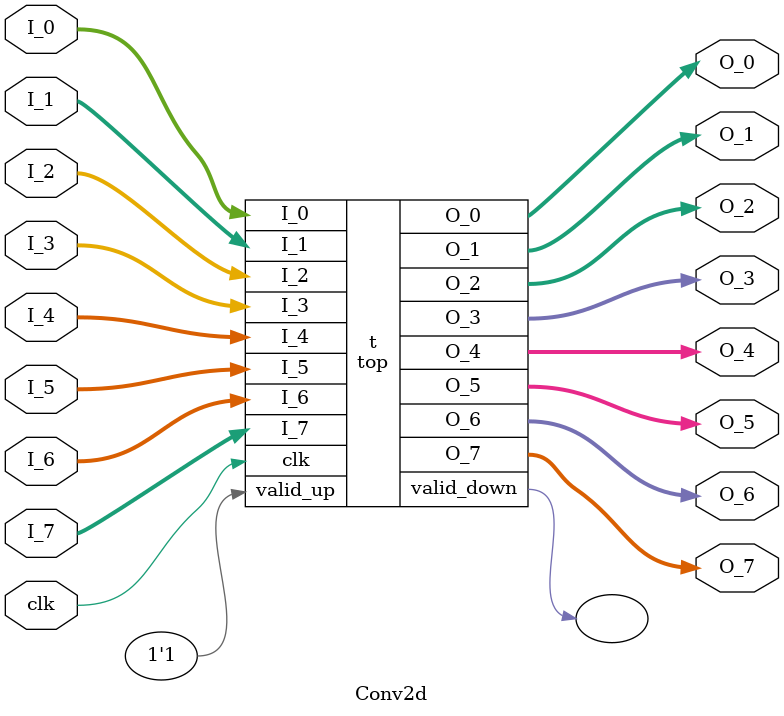
<source format=v>
module stupleToSSeq_tSSeq_3_Int__n3 (
    input [7:0] I_0_0,
    input [7:0] I_0_1,
    input [7:0] I_0_2,
    input [7:0] I_1_0,
    input [7:0] I_1_1,
    input [7:0] I_1_2,
    input [7:0] I_2_0,
    input [7:0] I_2_1,
    input [7:0] I_2_2,
    output [7:0] O_0_0,
    output [7:0] O_0_1,
    output [7:0] O_0_2,
    output [7:0] O_1_0,
    output [7:0] O_1_1,
    output [7:0] O_1_2,
    output [7:0] O_2_0,
    output [7:0] O_2_1,
    output [7:0] O_2_2,
    output valid_down,
    input valid_up
);
  assign O_0_0 = I_0_0;
  assign O_0_1 = I_0_1;
  assign O_0_2 = I_0_2;
  assign O_1_0 = I_1_0;
  assign O_1_1 = I_1_1;
  assign O_1_2 = I_1_2;
  assign O_2_0 = I_2_0;
  assign O_2_1 = I_2_1;
  assign O_2_2 = I_2_2;
  assign valid_down = valid_up;
endmodule

module stupleToSSeq_tInt_n3 (
    input [7:0] I_0,
    input [7:0] I_1,
    input [7:0] I_2,
    output [7:0] O_0,
    output [7:0] O_1,
    output [7:0] O_2,
    output valid_down,
    input valid_up
);
  assign O_0 = I_0;
  assign O_1 = I_1;
  assign O_2 = I_2;
  assign valid_down = valid_up;
endmodule

module sseqTupleCreator_tSSeq_3_Int_ (
    input [7:0] I0_0,
    input [7:0] I0_1,
    input [7:0] I0_2,
    input [7:0] I1_0,
    input [7:0] I1_1,
    input [7:0] I1_2,
    output [7:0] O_0_0,
    output [7:0] O_0_1,
    output [7:0] O_0_2,
    output [7:0] O_1_0,
    output [7:0] O_1_1,
    output [7:0] O_1_2,
    output valid_down,
    input valid_up
);
  assign O_0_0 = I0_0;
  assign O_0_1 = I0_1;
  assign O_0_2 = I0_2;
  assign O_1_0 = I1_0;
  assign O_1_1 = I1_1;
  assign O_1_2 = I1_2;
  assign valid_down = valid_up;
endmodule

module sseqTupleCreator_tInt (
    input [7:0] I0,
    input [7:0] I1,
    output [7:0] O_0,
    output [7:0] O_1,
    output valid_down,
    input valid_up
);
  assign O_0 = I0;
  assign O_1 = I1;
  assign valid_down = valid_up;
endmodule

module sseqTupleAppender_tSSeq_3_Int__n2 (
    input [7:0] I0_0_0,
    input [7:0] I0_0_1,
    input [7:0] I0_0_2,
    input [7:0] I0_1_0,
    input [7:0] I0_1_1,
    input [7:0] I0_1_2,
    input [7:0] I1_0,
    input [7:0] I1_1,
    input [7:0] I1_2,
    output [7:0] O_0_0,
    output [7:0] O_0_1,
    output [7:0] O_0_2,
    output [7:0] O_1_0,
    output [7:0] O_1_1,
    output [7:0] O_1_2,
    output [7:0] O_2_0,
    output [7:0] O_2_1,
    output [7:0] O_2_2,
    output valid_down,
    input valid_up
);
  assign O_0_0 = I0_0_0;
  assign O_0_1 = I0_0_1;
  assign O_0_2 = I0_0_2;
  assign O_1_0 = I0_1_0;
  assign O_1_1 = I0_1_1;
  assign O_1_2 = I0_1_2;
  assign O_2_0 = I1_0;
  assign O_2_1 = I1_1;
  assign O_2_2 = I1_2;
  assign valid_down = valid_up;
endmodule

module sseqTupleAppender_tInt_n2 (
    input [7:0] I0_0,
    input [7:0] I0_1,
    input [7:0] I1,
    output [7:0] O_0,
    output [7:0] O_1,
    output [7:0] O_2,
    output valid_down,
    input valid_up
);
  assign O_0 = I0_0;
  assign O_1 = I0_1;
  assign O_2 = I1;
  assign valid_down = valid_up;
endmodule

module corebit_and (
    input  in0,
    input  in1,
    output out
);
  assign out = in0 & in1;
endmodule

module atomTupleCreator_t0Int_t1Int (
    input [7:0] I0,
    input [7:0] I1,
    output [7:0] O__0,
    output [7:0] O__1,
    output valid_down,
    input valid_up
);
  assign O__0 = I0;
  assign O__1 = I1;
  assign valid_down = valid_up;
endmodule

module coreir_ult #(
    parameter width = 1
) (
    input [width-1:0] in0,
    input [width-1:0] in1,
    output out
);
  assign out = in0 < in1;
endmodule

module coreir_term #(
    parameter width = 1
) (
    input [width-1:0] in
);

endmodule

module coreir_shl #(
    parameter width = 1
) (
    input  [width-1:0] in0,
    input  [width-1:0] in1,
    output [width-1:0] out
);
  assign out = in0 << in1;
endmodule

module coreir_reg #(
    parameter width = 1,
    parameter clk_posedge = 1,
    parameter init = 1
) (
    input clk,
    input [width-1:0] in,
    output [width-1:0] out
);
  reg [width-1:0] outReg = init;
  wire real_clk;
  assign real_clk = clk_posedge ? clk : ~clk;
  always @(posedge real_clk) begin
    outReg <= in;
  end
  assign out = outReg;
endmodule

module coreir_mux #(
    parameter width = 1
) (
    input [width-1:0] in0,
    input [width-1:0] in1,
    input sel,
    output [width-1:0] out
);
  assign out = sel ? in1 : in0;
endmodule

module coreir_mem #(
    parameter has_init = 0,
    parameter depth = 1,
    parameter width = 1
) (
    input clk,
    input [width-1:0] wdata,
    input [$clog2(depth)-1:0] waddr,
    input wen,
    output [width-1:0] rdata,
    input [$clog2(depth)-1:0] raddr
);
  reg [width-1:0] data[depth-1:0];
  always @(posedge clk) begin
    if (wen) begin
      data[waddr] <= wdata;
    end
  end
  assign rdata = data[raddr];
endmodule

module coreir_lshr #(
    parameter width = 1
) (
    input  [width-1:0] in0,
    input  [width-1:0] in1,
    output [width-1:0] out
);
  assign out = in0 >> in1;
endmodule

module coreir_eq #(
    parameter width = 1
) (
    input [width-1:0] in0,
    input [width-1:0] in1,
    output out
);
  assign out = in0 == in1;
endmodule

module coreir_const #(
    parameter width = 1,
    parameter value = 1
) (
    output [width-1:0] out
);
  assign out = value;
endmodule

module coreir_add #(
    parameter width = 1
) (
    input  [width-1:0] in0,
    input  [width-1:0] in1,
    output [width-1:0] out
);
  assign out = in0 + in1;
endmodule

module \commonlib_muxn__N2__width2 (
    input  [1:0] in_data_0,
    input  [1:0] in_data_1,
    input  [0:0] in_sel,
    output [1:0] out
);
  wire [1:0] _join_out;
  coreir_mux #(
      .width(2)
  ) _join (
      .in0(in_data_0),
      .in1(in_data_1),
      .out(_join_out),
      .sel(in_sel[0])
  );
  assign out = _join_out;
endmodule

module \commonlib_muxn__N2__width1 (
    input  [0:0] in_data_0,
    input  [0:0] in_data_1,
    input  [0:0] in_sel,
    output [0:0] out
);
  wire [0:0] _join_out;
  coreir_mux #(
      .width(1)
  ) _join (
      .in0(in_data_0),
      .in1(in_data_1),
      .out(_join_out),
      .sel(in_sel[0])
  );
  assign out = _join_out;
endmodule

module lutN #(
    parameter N = 1,
    parameter init = 1
) (
    input [N-1:0] in,
    output out
);
  assign out = init[in];
endmodule

module \aetherlinglib_hydrate__hydratedTypeBit833 (
    input  [71:0] in,
    output [ 7:0] out_0_0,
    output [ 7:0] out_0_1,
    output [ 7:0] out_0_2,
    output [ 7:0] out_1_0,
    output [ 7:0] out_1_1,
    output [ 7:0] out_1_2,
    output [ 7:0] out_2_0,
    output [ 7:0] out_2_1,
    output [ 7:0] out_2_2
);
  assign out_0_0 = {in[7], in[6], in[5], in[4], in[3], in[2], in[1], in[0]};
  assign out_0_1 = {in[15], in[14], in[13], in[12], in[11], in[10], in[9], in[8]};
  assign out_0_2 = {in[23], in[22], in[21], in[20], in[19], in[18], in[17], in[16]};
  assign out_1_0 = {in[31], in[30], in[29], in[28], in[27], in[26], in[25], in[24]};
  assign out_1_1 = {in[39], in[38], in[37], in[36], in[35], in[34], in[33], in[32]};
  assign out_1_2 = {in[47], in[46], in[45], in[44], in[43], in[42], in[41], in[40]};
  assign out_2_0 = {in[55], in[54], in[53], in[52], in[51], in[50], in[49], in[48]};
  assign out_2_1 = {in[63], in[62], in[61], in[60], in[59], in[58], in[57], in[56]};
  assign out_2_2 = {in[71], in[70], in[69], in[68], in[67], in[66], in[65], in[64]};
endmodule

module \aetherlinglib_hydrate__hydratedTypeBit811 (
    input  [7:0] in,
    output [7:0] out_0_0
);
  assign out_0_0 = {in[7], in[6], in[5], in[4], in[3], in[2], in[1], in[0]};
endmodule

module \aetherlinglib_hydrate__hydratedTypeBit8 (
    input  [7:0] in,
    output [7:0] out
);
  assign out = {in[7], in[6], in[5], in[4], in[3], in[2], in[1], in[0]};
endmodule

module \aetherlinglib_dehydrate__hydratedTypeBit8 (
    input  [7:0] in,
    output [7:0] out
);
  assign out = {in[7], in[6], in[5], in[4], in[3], in[2], in[1], in[0]};
endmodule

module \aetherlinglib_dehydrate__hydratedTypeBit1 (
    input  [0:0] in,
    output [0:0] out
);
  assign out = in[0];
endmodule

module \aetherlinglib_dehydrate__hydratedTypeBit (
    input in,
    output [0:0] out
);
  assign out = in;
endmodule

module Term_Bitt (
    input I
);
  wire [0:0] dehydrate_tBit_inst0_out;
  \aetherlinglib_dehydrate__hydratedTypeBit dehydrate_tBit_inst0 (
      .in (I),
      .out(dehydrate_tBit_inst0_out)
  );
  coreir_term #(.width(1)) term_w1_inst0 (.in(dehydrate_tBit_inst0_out));
endmodule

module Term_Bits_1_t (
    input [0:0] I
);
  wire [0:0] dehydrate_tBits_1__inst0_out;
  \aetherlinglib_dehydrate__hydratedTypeBit1 dehydrate_tBits_1__inst0 (
      .in (I),
      .out(dehydrate_tBits_1__inst0_out)
  );
  coreir_term #(.width(1)) term_w1_inst0 (.in(dehydrate_tBits_1__inst0_out));
endmodule

module SizedCounter_1_cinFalse_coutFalse_incr1_hasCETrue_hasResetFalse (
    input CE,
    input clk,
    output [0:0] O
);
  wire [0:0] const_0_1_out;
  Term_Bitt Term_Bitt_inst0 (.I(CE));
  coreir_const #(
      .value(1'h0),
      .width(1)
  ) const_0_1 (
      .out(const_0_1_out)
  );
  assign O = const_0_1_out;
endmodule

module Remove_1_S_unq1 (
    input [7:0] I_0_0_0,
    input [7:0] I_0_0_1,
    input [7:0] I_0_0_2,
    input [7:0] I_0_1_0,
    input [7:0] I_0_1_1,
    input [7:0] I_0_1_2,
    input [7:0] I_0_2_0,
    input [7:0] I_0_2_1,
    input [7:0] I_0_2_2,
    output [7:0] O_0_0,
    output [7:0] O_0_1,
    output [7:0] O_0_2,
    output [7:0] O_1_0,
    output [7:0] O_1_1,
    output [7:0] O_1_2,
    output [7:0] O_2_0,
    output [7:0] O_2_1,
    output [7:0] O_2_2,
    output valid_down,
    input valid_up
);
  wire [7:0] stupleToSSeq_tSSeq_3_Int__n3_inst0_O_0_0;
  wire [7:0] stupleToSSeq_tSSeq_3_Int__n3_inst0_O_0_1;
  wire [7:0] stupleToSSeq_tSSeq_3_Int__n3_inst0_O_0_2;
  wire [7:0] stupleToSSeq_tSSeq_3_Int__n3_inst0_O_1_0;
  wire [7:0] stupleToSSeq_tSSeq_3_Int__n3_inst0_O_1_1;
  wire [7:0] stupleToSSeq_tSSeq_3_Int__n3_inst0_O_1_2;
  wire [7:0] stupleToSSeq_tSSeq_3_Int__n3_inst0_O_2_0;
  wire [7:0] stupleToSSeq_tSSeq_3_Int__n3_inst0_O_2_1;
  wire [7:0] stupleToSSeq_tSSeq_3_Int__n3_inst0_O_2_2;
  wire stupleToSSeq_tSSeq_3_Int__n3_inst0_valid_down;
  stupleToSSeq_tSSeq_3_Int__n3 stupleToSSeq_tSSeq_3_Int__n3_inst0 (
      .I_0_0(I_0_0_0),
      .I_0_1(I_0_0_1),
      .I_0_2(I_0_0_2),
      .I_1_0(I_0_1_0),
      .I_1_1(I_0_1_1),
      .I_1_2(I_0_1_2),
      .I_2_0(I_0_2_0),
      .I_2_1(I_0_2_1),
      .I_2_2(I_0_2_2),
      .O_0_0(stupleToSSeq_tSSeq_3_Int__n3_inst0_O_0_0),
      .O_0_1(stupleToSSeq_tSSeq_3_Int__n3_inst0_O_0_1),
      .O_0_2(stupleToSSeq_tSSeq_3_Int__n3_inst0_O_0_2),
      .O_1_0(stupleToSSeq_tSSeq_3_Int__n3_inst0_O_1_0),
      .O_1_1(stupleToSSeq_tSSeq_3_Int__n3_inst0_O_1_1),
      .O_1_2(stupleToSSeq_tSSeq_3_Int__n3_inst0_O_1_2),
      .O_2_0(stupleToSSeq_tSSeq_3_Int__n3_inst0_O_2_0),
      .O_2_1(stupleToSSeq_tSSeq_3_Int__n3_inst0_O_2_1),
      .O_2_2(stupleToSSeq_tSSeq_3_Int__n3_inst0_O_2_2),
      .valid_down(stupleToSSeq_tSSeq_3_Int__n3_inst0_valid_down),
      .valid_up(valid_up)
  );
  assign O_0_0 = stupleToSSeq_tSSeq_3_Int__n3_inst0_O_0_0;
  assign O_0_1 = stupleToSSeq_tSSeq_3_Int__n3_inst0_O_0_1;
  assign O_0_2 = stupleToSSeq_tSSeq_3_Int__n3_inst0_O_0_2;
  assign O_1_0 = stupleToSSeq_tSSeq_3_Int__n3_inst0_O_1_0;
  assign O_1_1 = stupleToSSeq_tSSeq_3_Int__n3_inst0_O_1_1;
  assign O_1_2 = stupleToSSeq_tSSeq_3_Int__n3_inst0_O_1_2;
  assign O_2_0 = stupleToSSeq_tSSeq_3_Int__n3_inst0_O_2_0;
  assign O_2_1 = stupleToSSeq_tSSeq_3_Int__n3_inst0_O_2_1;
  assign O_2_2 = stupleToSSeq_tSSeq_3_Int__n3_inst0_O_2_2;
  assign valid_down = stupleToSSeq_tSSeq_3_Int__n3_inst0_valid_down;
endmodule

module Remove_1_S (
    input [7:0] I_0_0,
    input [7:0] I_0_1,
    input [7:0] I_0_2,
    output [7:0] O_0,
    output [7:0] O_1,
    output [7:0] O_2,
    output valid_down,
    input valid_up
);
  wire [7:0] stupleToSSeq_tInt_n3_inst0_O_0;
  wire [7:0] stupleToSSeq_tInt_n3_inst0_O_1;
  wire [7:0] stupleToSSeq_tInt_n3_inst0_O_2;
  wire stupleToSSeq_tInt_n3_inst0_valid_down;
  stupleToSSeq_tInt_n3 stupleToSSeq_tInt_n3_inst0 (
      .I_0(I_0_0),
      .I_1(I_0_1),
      .I_2(I_0_2),
      .O_0(stupleToSSeq_tInt_n3_inst0_O_0),
      .O_1(stupleToSSeq_tInt_n3_inst0_O_1),
      .O_2(stupleToSSeq_tInt_n3_inst0_O_2),
      .valid_down(stupleToSSeq_tInt_n3_inst0_valid_down),
      .valid_up(valid_up)
  );
  assign O_0 = stupleToSSeq_tInt_n3_inst0_O_0;
  assign O_1 = stupleToSSeq_tInt_n3_inst0_O_1;
  assign O_2 = stupleToSSeq_tInt_n3_inst0_O_2;
  assign valid_down = stupleToSSeq_tInt_n3_inst0_valid_down;
endmodule

module RShift_Atom (
    input [7:0] I__0,
    input [7:0] I__1,
    output [7:0] O,
    output valid_down,
    input valid_up
);
  wire [7:0] lshr8_inst0_out;
  coreir_lshr #(
      .width(8)
  ) lshr8_inst0 (
      .in0(I__0),
      .in1(I__1),
      .out(lshr8_inst0_out)
  );
  assign O = lshr8_inst0_out;
  assign valid_down = valid_up;
endmodule

module RAM1x8 (
    input clk,
    input [0:0] RADDR,
    output [7:0] RDATA,
    input [0:0] WADDR,
    input [7:0] WDATA,
    input WE
);
  wire [7:0] coreir_mem1x8_inst0_rdata;
  coreir_mem #(
      .depth(1),
      .has_init(0),
      .width(8)
  ) coreir_mem1x8_inst0 (
      .clk  (clk),
      .raddr(RADDR),
      .rdata(coreir_mem1x8_inst0_rdata),
      .waddr(WADDR),
      .wdata(WDATA),
      .wen  (WE)
  );
  assign RDATA = coreir_mem1x8_inst0_rdata;
endmodule

module RAM_Array_8_Bit_t_1n (
    input clk,
    input [0:0] RADDR,
    output [7:0] RDATA,
    input [0:0] WADDR,
    input [7:0] WDATA,
    input WE
);
  wire [7:0] RAM1x8_inst0_RDATA;
  wire [7:0] dehydrate_tArray_8_Bit__inst0_out;
  wire [7:0] hydrate_tArray_8_Bit__inst0_out;
  RAM1x8 RAM1x8_inst0 (
      .clk(clk),
      .RADDR(RADDR),
      .RDATA(RAM1x8_inst0_RDATA),
      .WADDR(WADDR),
      .WDATA(dehydrate_tArray_8_Bit__inst0_out),
      .WE(WE)
  );
  \aetherlinglib_dehydrate__hydratedTypeBit8 dehydrate_tArray_8_Bit__inst0 (
      .in (WDATA),
      .out(dehydrate_tArray_8_Bit__inst0_out)
  );
  \aetherlinglib_hydrate__hydratedTypeBit8 hydrate_tArray_8_Bit__inst0 (
      .in (RAM1x8_inst0_RDATA),
      .out(hydrate_tArray_8_Bit__inst0_out)
  );
  assign RDATA = hydrate_tArray_8_Bit__inst0_out;
endmodule

module Passthrough_tInTSeq_2_0_SSeq_8_SSeq_1_SSeq_1_Int_____tOutTSeq_2_0_SSeq_8_SSeq_1_Int___ (
    input [7:0] I_0_0_0,
    input [7:0] I_1_0_0,
    input [7:0] I_2_0_0,
    input [7:0] I_3_0_0,
    input [7:0] I_4_0_0,
    input [7:0] I_5_0_0,
    input [7:0] I_6_0_0,
    input [7:0] I_7_0_0,
    output [7:0] O_0_0,
    output [7:0] O_1_0,
    output [7:0] O_2_0,
    output [7:0] O_3_0,
    output [7:0] O_4_0,
    output [7:0] O_5_0,
    output [7:0] O_6_0,
    output [7:0] O_7_0,
    output valid_down,
    input valid_up
);
  assign O_0_0 = I_0_0_0;
  assign O_1_0 = I_1_0_0;
  assign O_2_0 = I_2_0_0;
  assign O_3_0 = I_3_0_0;
  assign O_4_0 = I_4_0_0;
  assign O_5_0 = I_5_0_0;
  assign O_6_0 = I_6_0_0;
  assign O_7_0 = I_7_0_0;
  assign valid_down = valid_up;
endmodule

module Passthrough_tInTSeq_2_0_SSeq_8_SSeq_1_Int____tOutTSeq_2_0_SSeq_8_Int__ (
    input [7:0] I_0_0,
    input [7:0] I_1_0,
    input [7:0] I_2_0,
    input [7:0] I_3_0,
    input [7:0] I_4_0,
    input [7:0] I_5_0,
    input [7:0] I_6_0,
    input [7:0] I_7_0,
    output [7:0] O_0,
    output [7:0] O_1,
    output [7:0] O_2,
    output [7:0] O_3,
    output [7:0] O_4,
    output [7:0] O_5,
    output [7:0] O_6,
    output [7:0] O_7,
    output valid_down,
    input valid_up
);
  assign O_0 = I_0_0;
  assign O_1 = I_1_0;
  assign O_2 = I_2_0;
  assign O_3 = I_3_0;
  assign O_4 = I_4_0;
  assign O_5 = I_5_0;
  assign O_6 = I_6_0;
  assign O_7 = I_7_0;
  assign valid_down = valid_up;
endmodule

module Partition_S_no8_ni1_tElSTuple_3_SSeq_3_Int___vTrue (
    input clk,
    input [7:0] I_0_0_0,
    input [7:0] I_0_0_1,
    input [7:0] I_0_0_2,
    input [7:0] I_0_1_0,
    input [7:0] I_0_1_1,
    input [7:0] I_0_1_2,
    input [7:0] I_0_2_0,
    input [7:0] I_0_2_1,
    input [7:0] I_0_2_2,
    input [7:0] I_1_0_0,
    input [7:0] I_1_0_1,
    input [7:0] I_1_0_2,
    input [7:0] I_1_1_0,
    input [7:0] I_1_1_1,
    input [7:0] I_1_1_2,
    input [7:0] I_1_2_0,
    input [7:0] I_1_2_1,
    input [7:0] I_1_2_2,
    input [7:0] I_2_0_0,
    input [7:0] I_2_0_1,
    input [7:0] I_2_0_2,
    input [7:0] I_2_1_0,
    input [7:0] I_2_1_1,
    input [7:0] I_2_1_2,
    input [7:0] I_2_2_0,
    input [7:0] I_2_2_1,
    input [7:0] I_2_2_2,
    input [7:0] I_3_0_0,
    input [7:0] I_3_0_1,
    input [7:0] I_3_0_2,
    input [7:0] I_3_1_0,
    input [7:0] I_3_1_1,
    input [7:0] I_3_1_2,
    input [7:0] I_3_2_0,
    input [7:0] I_3_2_1,
    input [7:0] I_3_2_2,
    input [7:0] I_4_0_0,
    input [7:0] I_4_0_1,
    input [7:0] I_4_0_2,
    input [7:0] I_4_1_0,
    input [7:0] I_4_1_1,
    input [7:0] I_4_1_2,
    input [7:0] I_4_2_0,
    input [7:0] I_4_2_1,
    input [7:0] I_4_2_2,
    input [7:0] I_5_0_0,
    input [7:0] I_5_0_1,
    input [7:0] I_5_0_2,
    input [7:0] I_5_1_0,
    input [7:0] I_5_1_1,
    input [7:0] I_5_1_2,
    input [7:0] I_5_2_0,
    input [7:0] I_5_2_1,
    input [7:0] I_5_2_2,
    input [7:0] I_6_0_0,
    input [7:0] I_6_0_1,
    input [7:0] I_6_0_2,
    input [7:0] I_6_1_0,
    input [7:0] I_6_1_1,
    input [7:0] I_6_1_2,
    input [7:0] I_6_2_0,
    input [7:0] I_6_2_1,
    input [7:0] I_6_2_2,
    input [7:0] I_7_0_0,
    input [7:0] I_7_0_1,
    input [7:0] I_7_0_2,
    input [7:0] I_7_1_0,
    input [7:0] I_7_1_1,
    input [7:0] I_7_1_2,
    input [7:0] I_7_2_0,
    input [7:0] I_7_2_1,
    input [7:0] I_7_2_2,
    output [7:0] O_0_0_0_0,
    output [7:0] O_0_0_0_1,
    output [7:0] O_0_0_0_2,
    output [7:0] O_0_0_1_0,
    output [7:0] O_0_0_1_1,
    output [7:0] O_0_0_1_2,
    output [7:0] O_0_0_2_0,
    output [7:0] O_0_0_2_1,
    output [7:0] O_0_0_2_2,
    output [7:0] O_1_0_0_0,
    output [7:0] O_1_0_0_1,
    output [7:0] O_1_0_0_2,
    output [7:0] O_1_0_1_0,
    output [7:0] O_1_0_1_1,
    output [7:0] O_1_0_1_2,
    output [7:0] O_1_0_2_0,
    output [7:0] O_1_0_2_1,
    output [7:0] O_1_0_2_2,
    output [7:0] O_2_0_0_0,
    output [7:0] O_2_0_0_1,
    output [7:0] O_2_0_0_2,
    output [7:0] O_2_0_1_0,
    output [7:0] O_2_0_1_1,
    output [7:0] O_2_0_1_2,
    output [7:0] O_2_0_2_0,
    output [7:0] O_2_0_2_1,
    output [7:0] O_2_0_2_2,
    output [7:0] O_3_0_0_0,
    output [7:0] O_3_0_0_1,
    output [7:0] O_3_0_0_2,
    output [7:0] O_3_0_1_0,
    output [7:0] O_3_0_1_1,
    output [7:0] O_3_0_1_2,
    output [7:0] O_3_0_2_0,
    output [7:0] O_3_0_2_1,
    output [7:0] O_3_0_2_2,
    output [7:0] O_4_0_0_0,
    output [7:0] O_4_0_0_1,
    output [7:0] O_4_0_0_2,
    output [7:0] O_4_0_1_0,
    output [7:0] O_4_0_1_1,
    output [7:0] O_4_0_1_2,
    output [7:0] O_4_0_2_0,
    output [7:0] O_4_0_2_1,
    output [7:0] O_4_0_2_2,
    output [7:0] O_5_0_0_0,
    output [7:0] O_5_0_0_1,
    output [7:0] O_5_0_0_2,
    output [7:0] O_5_0_1_0,
    output [7:0] O_5_0_1_1,
    output [7:0] O_5_0_1_2,
    output [7:0] O_5_0_2_0,
    output [7:0] O_5_0_2_1,
    output [7:0] O_5_0_2_2,
    output [7:0] O_6_0_0_0,
    output [7:0] O_6_0_0_1,
    output [7:0] O_6_0_0_2,
    output [7:0] O_6_0_1_0,
    output [7:0] O_6_0_1_1,
    output [7:0] O_6_0_1_2,
    output [7:0] O_6_0_2_0,
    output [7:0] O_6_0_2_1,
    output [7:0] O_6_0_2_2,
    output [7:0] O_7_0_0_0,
    output [7:0] O_7_0_0_1,
    output [7:0] O_7_0_0_2,
    output [7:0] O_7_0_1_0,
    output [7:0] O_7_0_1_1,
    output [7:0] O_7_0_1_2,
    output [7:0] O_7_0_2_0,
    output [7:0] O_7_0_2_1,
    output [7:0] O_7_0_2_2,
    output valid_down,
    input valid_up
);
  assign O_0_0_0_0  = I_0_0_0;
  assign O_0_0_0_1  = I_0_0_1;
  assign O_0_0_0_2  = I_0_0_2;
  assign O_0_0_1_0  = I_0_1_0;
  assign O_0_0_1_1  = I_0_1_1;
  assign O_0_0_1_2  = I_0_1_2;
  assign O_0_0_2_0  = I_0_2_0;
  assign O_0_0_2_1  = I_0_2_1;
  assign O_0_0_2_2  = I_0_2_2;
  assign O_1_0_0_0  = I_1_0_0;
  assign O_1_0_0_1  = I_1_0_1;
  assign O_1_0_0_2  = I_1_0_2;
  assign O_1_0_1_0  = I_1_1_0;
  assign O_1_0_1_1  = I_1_1_1;
  assign O_1_0_1_2  = I_1_1_2;
  assign O_1_0_2_0  = I_1_2_0;
  assign O_1_0_2_1  = I_1_2_1;
  assign O_1_0_2_2  = I_1_2_2;
  assign O_2_0_0_0  = I_2_0_0;
  assign O_2_0_0_1  = I_2_0_1;
  assign O_2_0_0_2  = I_2_0_2;
  assign O_2_0_1_0  = I_2_1_0;
  assign O_2_0_1_1  = I_2_1_1;
  assign O_2_0_1_2  = I_2_1_2;
  assign O_2_0_2_0  = I_2_2_0;
  assign O_2_0_2_1  = I_2_2_1;
  assign O_2_0_2_2  = I_2_2_2;
  assign O_3_0_0_0  = I_3_0_0;
  assign O_3_0_0_1  = I_3_0_1;
  assign O_3_0_0_2  = I_3_0_2;
  assign O_3_0_1_0  = I_3_1_0;
  assign O_3_0_1_1  = I_3_1_1;
  assign O_3_0_1_2  = I_3_1_2;
  assign O_3_0_2_0  = I_3_2_0;
  assign O_3_0_2_1  = I_3_2_1;
  assign O_3_0_2_2  = I_3_2_2;
  assign O_4_0_0_0  = I_4_0_0;
  assign O_4_0_0_1  = I_4_0_1;
  assign O_4_0_0_2  = I_4_0_2;
  assign O_4_0_1_0  = I_4_1_0;
  assign O_4_0_1_1  = I_4_1_1;
  assign O_4_0_1_2  = I_4_1_2;
  assign O_4_0_2_0  = I_4_2_0;
  assign O_4_0_2_1  = I_4_2_1;
  assign O_4_0_2_2  = I_4_2_2;
  assign O_5_0_0_0  = I_5_0_0;
  assign O_5_0_0_1  = I_5_0_1;
  assign O_5_0_0_2  = I_5_0_2;
  assign O_5_0_1_0  = I_5_1_0;
  assign O_5_0_1_1  = I_5_1_1;
  assign O_5_0_1_2  = I_5_1_2;
  assign O_5_0_2_0  = I_5_2_0;
  assign O_5_0_2_1  = I_5_2_1;
  assign O_5_0_2_2  = I_5_2_2;
  assign O_6_0_0_0  = I_6_0_0;
  assign O_6_0_0_1  = I_6_0_1;
  assign O_6_0_0_2  = I_6_0_2;
  assign O_6_0_1_0  = I_6_1_0;
  assign O_6_0_1_1  = I_6_1_1;
  assign O_6_0_1_2  = I_6_1_2;
  assign O_6_0_2_0  = I_6_2_0;
  assign O_6_0_2_1  = I_6_2_1;
  assign O_6_0_2_2  = I_6_2_2;
  assign O_7_0_0_0  = I_7_0_0;
  assign O_7_0_0_1  = I_7_0_1;
  assign O_7_0_0_2  = I_7_0_2;
  assign O_7_0_1_0  = I_7_1_0;
  assign O_7_0_1_1  = I_7_1_1;
  assign O_7_0_1_2  = I_7_1_2;
  assign O_7_0_2_0  = I_7_2_0;
  assign O_7_0_2_1  = I_7_2_1;
  assign O_7_0_2_2  = I_7_2_2;
  assign valid_down = valid_up;
endmodule

module Partition_S_no8_ni1_tElSTuple_3_Int__vTrue (
    input clk,
    input [7:0] I_0_0,
    input [7:0] I_0_1,
    input [7:0] I_0_2,
    input [7:0] I_1_0,
    input [7:0] I_1_1,
    input [7:0] I_1_2,
    input [7:0] I_2_0,
    input [7:0] I_2_1,
    input [7:0] I_2_2,
    input [7:0] I_3_0,
    input [7:0] I_3_1,
    input [7:0] I_3_2,
    input [7:0] I_4_0,
    input [7:0] I_4_1,
    input [7:0] I_4_2,
    input [7:0] I_5_0,
    input [7:0] I_5_1,
    input [7:0] I_5_2,
    input [7:0] I_6_0,
    input [7:0] I_6_1,
    input [7:0] I_6_2,
    input [7:0] I_7_0,
    input [7:0] I_7_1,
    input [7:0] I_7_2,
    output [7:0] O_0_0_0,
    output [7:0] O_0_0_1,
    output [7:0] O_0_0_2,
    output [7:0] O_1_0_0,
    output [7:0] O_1_0_1,
    output [7:0] O_1_0_2,
    output [7:0] O_2_0_0,
    output [7:0] O_2_0_1,
    output [7:0] O_2_0_2,
    output [7:0] O_3_0_0,
    output [7:0] O_3_0_1,
    output [7:0] O_3_0_2,
    output [7:0] O_4_0_0,
    output [7:0] O_4_0_1,
    output [7:0] O_4_0_2,
    output [7:0] O_5_0_0,
    output [7:0] O_5_0_1,
    output [7:0] O_5_0_2,
    output [7:0] O_6_0_0,
    output [7:0] O_6_0_1,
    output [7:0] O_6_0_2,
    output [7:0] O_7_0_0,
    output [7:0] O_7_0_1,
    output [7:0] O_7_0_2,
    output valid_down,
    input valid_up
);
  assign O_0_0_0 = I_0_0;
  assign O_0_0_1 = I_0_1;
  assign O_0_0_2 = I_0_2;
  assign O_1_0_0 = I_1_0;
  assign O_1_0_1 = I_1_1;
  assign O_1_0_2 = I_1_2;
  assign O_2_0_0 = I_2_0;
  assign O_2_0_1 = I_2_1;
  assign O_2_0_2 = I_2_2;
  assign O_3_0_0 = I_3_0;
  assign O_3_0_1 = I_3_1;
  assign O_3_0_2 = I_3_2;
  assign O_4_0_0 = I_4_0;
  assign O_4_0_1 = I_4_1;
  assign O_4_0_2 = I_4_2;
  assign O_5_0_0 = I_5_0;
  assign O_5_0_1 = I_5_1;
  assign O_5_0_2 = I_5_2;
  assign O_6_0_0 = I_6_0;
  assign O_6_0_1 = I_6_1;
  assign O_6_0_2 = I_6_2;
  assign O_7_0_0 = I_7_0;
  assign O_7_0_1 = I_7_1;
  assign O_7_0_2 = I_7_2;
  assign valid_down = valid_up;
endmodule

module NestedCounters_Int_hasCETrue_hasResetFalse_unq1 (
    input  CE,
    input  clk,
    output last,
    output valid
);
  wire [0:0] coreir_const11_inst0_out;
  coreir_const #(
      .value(1'h1),
      .width(1)
  ) coreir_const11_inst0 (
      .out(coreir_const11_inst0_out)
  );
  assign last  = coreir_const11_inst0_out[0];
  assign valid = CE;
endmodule

module NestedCounters_Int_hasCETrue_hasResetFalse (
    input CE,
    input clk,
    output [0:0] cur_valid,
    output last,
    output valid
);
  wire [0:0] coreir_const10_inst0_out;
  wire [0:0] coreir_const11_inst0_out;
  coreir_const #(
      .value(1'h0),
      .width(1)
  ) coreir_const10_inst0 (
      .out(coreir_const10_inst0_out)
  );
  coreir_const #(
      .value(1'h1),
      .width(1)
  ) coreir_const11_inst0 (
      .out(coreir_const11_inst0_out)
  );
  assign cur_valid = coreir_const10_inst0_out;
  assign last = coreir_const11_inst0_out[0];
  assign valid = CE;
endmodule

module NativeMapParallel_n8_unq5 (
    input [7:0] I_0_0_0_0,
    input [7:0] I_0_0_0_1,
    input [7:0] I_0_0_0_2,
    input [7:0] I_0_0_1_0,
    input [7:0] I_0_0_1_1,
    input [7:0] I_0_0_1_2,
    input [7:0] I_0_0_2_0,
    input [7:0] I_0_0_2_1,
    input [7:0] I_0_0_2_2,
    input [7:0] I_1_0_0_0,
    input [7:0] I_1_0_0_1,
    input [7:0] I_1_0_0_2,
    input [7:0] I_1_0_1_0,
    input [7:0] I_1_0_1_1,
    input [7:0] I_1_0_1_2,
    input [7:0] I_1_0_2_0,
    input [7:0] I_1_0_2_1,
    input [7:0] I_1_0_2_2,
    input [7:0] I_2_0_0_0,
    input [7:0] I_2_0_0_1,
    input [7:0] I_2_0_0_2,
    input [7:0] I_2_0_1_0,
    input [7:0] I_2_0_1_1,
    input [7:0] I_2_0_1_2,
    input [7:0] I_2_0_2_0,
    input [7:0] I_2_0_2_1,
    input [7:0] I_2_0_2_2,
    input [7:0] I_3_0_0_0,
    input [7:0] I_3_0_0_1,
    input [7:0] I_3_0_0_2,
    input [7:0] I_3_0_1_0,
    input [7:0] I_3_0_1_1,
    input [7:0] I_3_0_1_2,
    input [7:0] I_3_0_2_0,
    input [7:0] I_3_0_2_1,
    input [7:0] I_3_0_2_2,
    input [7:0] I_4_0_0_0,
    input [7:0] I_4_0_0_1,
    input [7:0] I_4_0_0_2,
    input [7:0] I_4_0_1_0,
    input [7:0] I_4_0_1_1,
    input [7:0] I_4_0_1_2,
    input [7:0] I_4_0_2_0,
    input [7:0] I_4_0_2_1,
    input [7:0] I_4_0_2_2,
    input [7:0] I_5_0_0_0,
    input [7:0] I_5_0_0_1,
    input [7:0] I_5_0_0_2,
    input [7:0] I_5_0_1_0,
    input [7:0] I_5_0_1_1,
    input [7:0] I_5_0_1_2,
    input [7:0] I_5_0_2_0,
    input [7:0] I_5_0_2_1,
    input [7:0] I_5_0_2_2,
    input [7:0] I_6_0_0_0,
    input [7:0] I_6_0_0_1,
    input [7:0] I_6_0_0_2,
    input [7:0] I_6_0_1_0,
    input [7:0] I_6_0_1_1,
    input [7:0] I_6_0_1_2,
    input [7:0] I_6_0_2_0,
    input [7:0] I_6_0_2_1,
    input [7:0] I_6_0_2_2,
    input [7:0] I_7_0_0_0,
    input [7:0] I_7_0_0_1,
    input [7:0] I_7_0_0_2,
    input [7:0] I_7_0_1_0,
    input [7:0] I_7_0_1_1,
    input [7:0] I_7_0_1_2,
    input [7:0] I_7_0_2_0,
    input [7:0] I_7_0_2_1,
    input [7:0] I_7_0_2_2,
    output [7:0] O_0_0_0,
    output [7:0] O_0_0_1,
    output [7:0] O_0_0_2,
    output [7:0] O_0_1_0,
    output [7:0] O_0_1_1,
    output [7:0] O_0_1_2,
    output [7:0] O_0_2_0,
    output [7:0] O_0_2_1,
    output [7:0] O_0_2_2,
    output [7:0] O_1_0_0,
    output [7:0] O_1_0_1,
    output [7:0] O_1_0_2,
    output [7:0] O_1_1_0,
    output [7:0] O_1_1_1,
    output [7:0] O_1_1_2,
    output [7:0] O_1_2_0,
    output [7:0] O_1_2_1,
    output [7:0] O_1_2_2,
    output [7:0] O_2_0_0,
    output [7:0] O_2_0_1,
    output [7:0] O_2_0_2,
    output [7:0] O_2_1_0,
    output [7:0] O_2_1_1,
    output [7:0] O_2_1_2,
    output [7:0] O_2_2_0,
    output [7:0] O_2_2_1,
    output [7:0] O_2_2_2,
    output [7:0] O_3_0_0,
    output [7:0] O_3_0_1,
    output [7:0] O_3_0_2,
    output [7:0] O_3_1_0,
    output [7:0] O_3_1_1,
    output [7:0] O_3_1_2,
    output [7:0] O_3_2_0,
    output [7:0] O_3_2_1,
    output [7:0] O_3_2_2,
    output [7:0] O_4_0_0,
    output [7:0] O_4_0_1,
    output [7:0] O_4_0_2,
    output [7:0] O_4_1_0,
    output [7:0] O_4_1_1,
    output [7:0] O_4_1_2,
    output [7:0] O_4_2_0,
    output [7:0] O_4_2_1,
    output [7:0] O_4_2_2,
    output [7:0] O_5_0_0,
    output [7:0] O_5_0_1,
    output [7:0] O_5_0_2,
    output [7:0] O_5_1_0,
    output [7:0] O_5_1_1,
    output [7:0] O_5_1_2,
    output [7:0] O_5_2_0,
    output [7:0] O_5_2_1,
    output [7:0] O_5_2_2,
    output [7:0] O_6_0_0,
    output [7:0] O_6_0_1,
    output [7:0] O_6_0_2,
    output [7:0] O_6_1_0,
    output [7:0] O_6_1_1,
    output [7:0] O_6_1_2,
    output [7:0] O_6_2_0,
    output [7:0] O_6_2_1,
    output [7:0] O_6_2_2,
    output [7:0] O_7_0_0,
    output [7:0] O_7_0_1,
    output [7:0] O_7_0_2,
    output [7:0] O_7_1_0,
    output [7:0] O_7_1_1,
    output [7:0] O_7_1_2,
    output [7:0] O_7_2_0,
    output [7:0] O_7_2_1,
    output [7:0] O_7_2_2,
    output valid_down,
    input valid_up
);
  wire [7:0] Remove_1_S_inst0_O_0_0;
  wire [7:0] Remove_1_S_inst0_O_0_1;
  wire [7:0] Remove_1_S_inst0_O_0_2;
  wire [7:0] Remove_1_S_inst0_O_1_0;
  wire [7:0] Remove_1_S_inst0_O_1_1;
  wire [7:0] Remove_1_S_inst0_O_1_2;
  wire [7:0] Remove_1_S_inst0_O_2_0;
  wire [7:0] Remove_1_S_inst0_O_2_1;
  wire [7:0] Remove_1_S_inst0_O_2_2;
  wire Remove_1_S_inst0_valid_down;
  wire [7:0] Remove_1_S_inst1_O_0_0;
  wire [7:0] Remove_1_S_inst1_O_0_1;
  wire [7:0] Remove_1_S_inst1_O_0_2;
  wire [7:0] Remove_1_S_inst1_O_1_0;
  wire [7:0] Remove_1_S_inst1_O_1_1;
  wire [7:0] Remove_1_S_inst1_O_1_2;
  wire [7:0] Remove_1_S_inst1_O_2_0;
  wire [7:0] Remove_1_S_inst1_O_2_1;
  wire [7:0] Remove_1_S_inst1_O_2_2;
  wire Remove_1_S_inst1_valid_down;
  wire [7:0] Remove_1_S_inst2_O_0_0;
  wire [7:0] Remove_1_S_inst2_O_0_1;
  wire [7:0] Remove_1_S_inst2_O_0_2;
  wire [7:0] Remove_1_S_inst2_O_1_0;
  wire [7:0] Remove_1_S_inst2_O_1_1;
  wire [7:0] Remove_1_S_inst2_O_1_2;
  wire [7:0] Remove_1_S_inst2_O_2_0;
  wire [7:0] Remove_1_S_inst2_O_2_1;
  wire [7:0] Remove_1_S_inst2_O_2_2;
  wire Remove_1_S_inst2_valid_down;
  wire [7:0] Remove_1_S_inst3_O_0_0;
  wire [7:0] Remove_1_S_inst3_O_0_1;
  wire [7:0] Remove_1_S_inst3_O_0_2;
  wire [7:0] Remove_1_S_inst3_O_1_0;
  wire [7:0] Remove_1_S_inst3_O_1_1;
  wire [7:0] Remove_1_S_inst3_O_1_2;
  wire [7:0] Remove_1_S_inst3_O_2_0;
  wire [7:0] Remove_1_S_inst3_O_2_1;
  wire [7:0] Remove_1_S_inst3_O_2_2;
  wire Remove_1_S_inst3_valid_down;
  wire [7:0] Remove_1_S_inst4_O_0_0;
  wire [7:0] Remove_1_S_inst4_O_0_1;
  wire [7:0] Remove_1_S_inst4_O_0_2;
  wire [7:0] Remove_1_S_inst4_O_1_0;
  wire [7:0] Remove_1_S_inst4_O_1_1;
  wire [7:0] Remove_1_S_inst4_O_1_2;
  wire [7:0] Remove_1_S_inst4_O_2_0;
  wire [7:0] Remove_1_S_inst4_O_2_1;
  wire [7:0] Remove_1_S_inst4_O_2_2;
  wire Remove_1_S_inst4_valid_down;
  wire [7:0] Remove_1_S_inst5_O_0_0;
  wire [7:0] Remove_1_S_inst5_O_0_1;
  wire [7:0] Remove_1_S_inst5_O_0_2;
  wire [7:0] Remove_1_S_inst5_O_1_0;
  wire [7:0] Remove_1_S_inst5_O_1_1;
  wire [7:0] Remove_1_S_inst5_O_1_2;
  wire [7:0] Remove_1_S_inst5_O_2_0;
  wire [7:0] Remove_1_S_inst5_O_2_1;
  wire [7:0] Remove_1_S_inst5_O_2_2;
  wire Remove_1_S_inst5_valid_down;
  wire [7:0] Remove_1_S_inst6_O_0_0;
  wire [7:0] Remove_1_S_inst6_O_0_1;
  wire [7:0] Remove_1_S_inst6_O_0_2;
  wire [7:0] Remove_1_S_inst6_O_1_0;
  wire [7:0] Remove_1_S_inst6_O_1_1;
  wire [7:0] Remove_1_S_inst6_O_1_2;
  wire [7:0] Remove_1_S_inst6_O_2_0;
  wire [7:0] Remove_1_S_inst6_O_2_1;
  wire [7:0] Remove_1_S_inst6_O_2_2;
  wire Remove_1_S_inst6_valid_down;
  wire [7:0] Remove_1_S_inst7_O_0_0;
  wire [7:0] Remove_1_S_inst7_O_0_1;
  wire [7:0] Remove_1_S_inst7_O_0_2;
  wire [7:0] Remove_1_S_inst7_O_1_0;
  wire [7:0] Remove_1_S_inst7_O_1_1;
  wire [7:0] Remove_1_S_inst7_O_1_2;
  wire [7:0] Remove_1_S_inst7_O_2_0;
  wire [7:0] Remove_1_S_inst7_O_2_1;
  wire [7:0] Remove_1_S_inst7_O_2_2;
  wire Remove_1_S_inst7_valid_down;
  wire and_inst0_out;
  wire and_inst1_out;
  wire and_inst2_out;
  wire and_inst3_out;
  wire and_inst4_out;
  wire and_inst5_out;
  wire and_inst6_out;
  Remove_1_S_unq1 Remove_1_S_inst0 (
      .I_0_0_0(I_0_0_0_0),
      .I_0_0_1(I_0_0_0_1),
      .I_0_0_2(I_0_0_0_2),
      .I_0_1_0(I_0_0_1_0),
      .I_0_1_1(I_0_0_1_1),
      .I_0_1_2(I_0_0_1_2),
      .I_0_2_0(I_0_0_2_0),
      .I_0_2_1(I_0_0_2_1),
      .I_0_2_2(I_0_0_2_2),
      .O_0_0(Remove_1_S_inst0_O_0_0),
      .O_0_1(Remove_1_S_inst0_O_0_1),
      .O_0_2(Remove_1_S_inst0_O_0_2),
      .O_1_0(Remove_1_S_inst0_O_1_0),
      .O_1_1(Remove_1_S_inst0_O_1_1),
      .O_1_2(Remove_1_S_inst0_O_1_2),
      .O_2_0(Remove_1_S_inst0_O_2_0),
      .O_2_1(Remove_1_S_inst0_O_2_1),
      .O_2_2(Remove_1_S_inst0_O_2_2),
      .valid_down(Remove_1_S_inst0_valid_down),
      .valid_up(valid_up)
  );
  Remove_1_S_unq1 Remove_1_S_inst1 (
      .I_0_0_0(I_1_0_0_0),
      .I_0_0_1(I_1_0_0_1),
      .I_0_0_2(I_1_0_0_2),
      .I_0_1_0(I_1_0_1_0),
      .I_0_1_1(I_1_0_1_1),
      .I_0_1_2(I_1_0_1_2),
      .I_0_2_0(I_1_0_2_0),
      .I_0_2_1(I_1_0_2_1),
      .I_0_2_2(I_1_0_2_2),
      .O_0_0(Remove_1_S_inst1_O_0_0),
      .O_0_1(Remove_1_S_inst1_O_0_1),
      .O_0_2(Remove_1_S_inst1_O_0_2),
      .O_1_0(Remove_1_S_inst1_O_1_0),
      .O_1_1(Remove_1_S_inst1_O_1_1),
      .O_1_2(Remove_1_S_inst1_O_1_2),
      .O_2_0(Remove_1_S_inst1_O_2_0),
      .O_2_1(Remove_1_S_inst1_O_2_1),
      .O_2_2(Remove_1_S_inst1_O_2_2),
      .valid_down(Remove_1_S_inst1_valid_down),
      .valid_up(valid_up)
  );
  Remove_1_S_unq1 Remove_1_S_inst2 (
      .I_0_0_0(I_2_0_0_0),
      .I_0_0_1(I_2_0_0_1),
      .I_0_0_2(I_2_0_0_2),
      .I_0_1_0(I_2_0_1_0),
      .I_0_1_1(I_2_0_1_1),
      .I_0_1_2(I_2_0_1_2),
      .I_0_2_0(I_2_0_2_0),
      .I_0_2_1(I_2_0_2_1),
      .I_0_2_2(I_2_0_2_2),
      .O_0_0(Remove_1_S_inst2_O_0_0),
      .O_0_1(Remove_1_S_inst2_O_0_1),
      .O_0_2(Remove_1_S_inst2_O_0_2),
      .O_1_0(Remove_1_S_inst2_O_1_0),
      .O_1_1(Remove_1_S_inst2_O_1_1),
      .O_1_2(Remove_1_S_inst2_O_1_2),
      .O_2_0(Remove_1_S_inst2_O_2_0),
      .O_2_1(Remove_1_S_inst2_O_2_1),
      .O_2_2(Remove_1_S_inst2_O_2_2),
      .valid_down(Remove_1_S_inst2_valid_down),
      .valid_up(valid_up)
  );
  Remove_1_S_unq1 Remove_1_S_inst3 (
      .I_0_0_0(I_3_0_0_0),
      .I_0_0_1(I_3_0_0_1),
      .I_0_0_2(I_3_0_0_2),
      .I_0_1_0(I_3_0_1_0),
      .I_0_1_1(I_3_0_1_1),
      .I_0_1_2(I_3_0_1_2),
      .I_0_2_0(I_3_0_2_0),
      .I_0_2_1(I_3_0_2_1),
      .I_0_2_2(I_3_0_2_2),
      .O_0_0(Remove_1_S_inst3_O_0_0),
      .O_0_1(Remove_1_S_inst3_O_0_1),
      .O_0_2(Remove_1_S_inst3_O_0_2),
      .O_1_0(Remove_1_S_inst3_O_1_0),
      .O_1_1(Remove_1_S_inst3_O_1_1),
      .O_1_2(Remove_1_S_inst3_O_1_2),
      .O_2_0(Remove_1_S_inst3_O_2_0),
      .O_2_1(Remove_1_S_inst3_O_2_1),
      .O_2_2(Remove_1_S_inst3_O_2_2),
      .valid_down(Remove_1_S_inst3_valid_down),
      .valid_up(valid_up)
  );
  Remove_1_S_unq1 Remove_1_S_inst4 (
      .I_0_0_0(I_4_0_0_0),
      .I_0_0_1(I_4_0_0_1),
      .I_0_0_2(I_4_0_0_2),
      .I_0_1_0(I_4_0_1_0),
      .I_0_1_1(I_4_0_1_1),
      .I_0_1_2(I_4_0_1_2),
      .I_0_2_0(I_4_0_2_0),
      .I_0_2_1(I_4_0_2_1),
      .I_0_2_2(I_4_0_2_2),
      .O_0_0(Remove_1_S_inst4_O_0_0),
      .O_0_1(Remove_1_S_inst4_O_0_1),
      .O_0_2(Remove_1_S_inst4_O_0_2),
      .O_1_0(Remove_1_S_inst4_O_1_0),
      .O_1_1(Remove_1_S_inst4_O_1_1),
      .O_1_2(Remove_1_S_inst4_O_1_2),
      .O_2_0(Remove_1_S_inst4_O_2_0),
      .O_2_1(Remove_1_S_inst4_O_2_1),
      .O_2_2(Remove_1_S_inst4_O_2_2),
      .valid_down(Remove_1_S_inst4_valid_down),
      .valid_up(valid_up)
  );
  Remove_1_S_unq1 Remove_1_S_inst5 (
      .I_0_0_0(I_5_0_0_0),
      .I_0_0_1(I_5_0_0_1),
      .I_0_0_2(I_5_0_0_2),
      .I_0_1_0(I_5_0_1_0),
      .I_0_1_1(I_5_0_1_1),
      .I_0_1_2(I_5_0_1_2),
      .I_0_2_0(I_5_0_2_0),
      .I_0_2_1(I_5_0_2_1),
      .I_0_2_2(I_5_0_2_2),
      .O_0_0(Remove_1_S_inst5_O_0_0),
      .O_0_1(Remove_1_S_inst5_O_0_1),
      .O_0_2(Remove_1_S_inst5_O_0_2),
      .O_1_0(Remove_1_S_inst5_O_1_0),
      .O_1_1(Remove_1_S_inst5_O_1_1),
      .O_1_2(Remove_1_S_inst5_O_1_2),
      .O_2_0(Remove_1_S_inst5_O_2_0),
      .O_2_1(Remove_1_S_inst5_O_2_1),
      .O_2_2(Remove_1_S_inst5_O_2_2),
      .valid_down(Remove_1_S_inst5_valid_down),
      .valid_up(valid_up)
  );
  Remove_1_S_unq1 Remove_1_S_inst6 (
      .I_0_0_0(I_6_0_0_0),
      .I_0_0_1(I_6_0_0_1),
      .I_0_0_2(I_6_0_0_2),
      .I_0_1_0(I_6_0_1_0),
      .I_0_1_1(I_6_0_1_1),
      .I_0_1_2(I_6_0_1_2),
      .I_0_2_0(I_6_0_2_0),
      .I_0_2_1(I_6_0_2_1),
      .I_0_2_2(I_6_0_2_2),
      .O_0_0(Remove_1_S_inst6_O_0_0),
      .O_0_1(Remove_1_S_inst6_O_0_1),
      .O_0_2(Remove_1_S_inst6_O_0_2),
      .O_1_0(Remove_1_S_inst6_O_1_0),
      .O_1_1(Remove_1_S_inst6_O_1_1),
      .O_1_2(Remove_1_S_inst6_O_1_2),
      .O_2_0(Remove_1_S_inst6_O_2_0),
      .O_2_1(Remove_1_S_inst6_O_2_1),
      .O_2_2(Remove_1_S_inst6_O_2_2),
      .valid_down(Remove_1_S_inst6_valid_down),
      .valid_up(valid_up)
  );
  Remove_1_S_unq1 Remove_1_S_inst7 (
      .I_0_0_0(I_7_0_0_0),
      .I_0_0_1(I_7_0_0_1),
      .I_0_0_2(I_7_0_0_2),
      .I_0_1_0(I_7_0_1_0),
      .I_0_1_1(I_7_0_1_1),
      .I_0_1_2(I_7_0_1_2),
      .I_0_2_0(I_7_0_2_0),
      .I_0_2_1(I_7_0_2_1),
      .I_0_2_2(I_7_0_2_2),
      .O_0_0(Remove_1_S_inst7_O_0_0),
      .O_0_1(Remove_1_S_inst7_O_0_1),
      .O_0_2(Remove_1_S_inst7_O_0_2),
      .O_1_0(Remove_1_S_inst7_O_1_0),
      .O_1_1(Remove_1_S_inst7_O_1_1),
      .O_1_2(Remove_1_S_inst7_O_1_2),
      .O_2_0(Remove_1_S_inst7_O_2_0),
      .O_2_1(Remove_1_S_inst7_O_2_1),
      .O_2_2(Remove_1_S_inst7_O_2_2),
      .valid_down(Remove_1_S_inst7_valid_down),
      .valid_up(valid_up)
  );
  corebit_and and_inst0 (
      .in0(Remove_1_S_inst0_valid_down),
      .in1(Remove_1_S_inst1_valid_down),
      .out(and_inst0_out)
  );
  corebit_and and_inst1 (
      .in0(and_inst0_out),
      .in1(Remove_1_S_inst2_valid_down),
      .out(and_inst1_out)
  );
  corebit_and and_inst2 (
      .in0(and_inst1_out),
      .in1(Remove_1_S_inst3_valid_down),
      .out(and_inst2_out)
  );
  corebit_and and_inst3 (
      .in0(and_inst2_out),
      .in1(Remove_1_S_inst4_valid_down),
      .out(and_inst3_out)
  );
  corebit_and and_inst4 (
      .in0(and_inst3_out),
      .in1(Remove_1_S_inst5_valid_down),
      .out(and_inst4_out)
  );
  corebit_and and_inst5 (
      .in0(and_inst4_out),
      .in1(Remove_1_S_inst6_valid_down),
      .out(and_inst5_out)
  );
  corebit_and and_inst6 (
      .in0(and_inst5_out),
      .in1(Remove_1_S_inst7_valid_down),
      .out(and_inst6_out)
  );
  assign O_0_0_0 = Remove_1_S_inst0_O_0_0;
  assign O_0_0_1 = Remove_1_S_inst0_O_0_1;
  assign O_0_0_2 = Remove_1_S_inst0_O_0_2;
  assign O_0_1_0 = Remove_1_S_inst0_O_1_0;
  assign O_0_1_1 = Remove_1_S_inst0_O_1_1;
  assign O_0_1_2 = Remove_1_S_inst0_O_1_2;
  assign O_0_2_0 = Remove_1_S_inst0_O_2_0;
  assign O_0_2_1 = Remove_1_S_inst0_O_2_1;
  assign O_0_2_2 = Remove_1_S_inst0_O_2_2;
  assign O_1_0_0 = Remove_1_S_inst1_O_0_0;
  assign O_1_0_1 = Remove_1_S_inst1_O_0_1;
  assign O_1_0_2 = Remove_1_S_inst1_O_0_2;
  assign O_1_1_0 = Remove_1_S_inst1_O_1_0;
  assign O_1_1_1 = Remove_1_S_inst1_O_1_1;
  assign O_1_1_2 = Remove_1_S_inst1_O_1_2;
  assign O_1_2_0 = Remove_1_S_inst1_O_2_0;
  assign O_1_2_1 = Remove_1_S_inst1_O_2_1;
  assign O_1_2_2 = Remove_1_S_inst1_O_2_2;
  assign O_2_0_0 = Remove_1_S_inst2_O_0_0;
  assign O_2_0_1 = Remove_1_S_inst2_O_0_1;
  assign O_2_0_2 = Remove_1_S_inst2_O_0_2;
  assign O_2_1_0 = Remove_1_S_inst2_O_1_0;
  assign O_2_1_1 = Remove_1_S_inst2_O_1_1;
  assign O_2_1_2 = Remove_1_S_inst2_O_1_2;
  assign O_2_2_0 = Remove_1_S_inst2_O_2_0;
  assign O_2_2_1 = Remove_1_S_inst2_O_2_1;
  assign O_2_2_2 = Remove_1_S_inst2_O_2_2;
  assign O_3_0_0 = Remove_1_S_inst3_O_0_0;
  assign O_3_0_1 = Remove_1_S_inst3_O_0_1;
  assign O_3_0_2 = Remove_1_S_inst3_O_0_2;
  assign O_3_1_0 = Remove_1_S_inst3_O_1_0;
  assign O_3_1_1 = Remove_1_S_inst3_O_1_1;
  assign O_3_1_2 = Remove_1_S_inst3_O_1_2;
  assign O_3_2_0 = Remove_1_S_inst3_O_2_0;
  assign O_3_2_1 = Remove_1_S_inst3_O_2_1;
  assign O_3_2_2 = Remove_1_S_inst3_O_2_2;
  assign O_4_0_0 = Remove_1_S_inst4_O_0_0;
  assign O_4_0_1 = Remove_1_S_inst4_O_0_1;
  assign O_4_0_2 = Remove_1_S_inst4_O_0_2;
  assign O_4_1_0 = Remove_1_S_inst4_O_1_0;
  assign O_4_1_1 = Remove_1_S_inst4_O_1_1;
  assign O_4_1_2 = Remove_1_S_inst4_O_1_2;
  assign O_4_2_0 = Remove_1_S_inst4_O_2_0;
  assign O_4_2_1 = Remove_1_S_inst4_O_2_1;
  assign O_4_2_2 = Remove_1_S_inst4_O_2_2;
  assign O_5_0_0 = Remove_1_S_inst5_O_0_0;
  assign O_5_0_1 = Remove_1_S_inst5_O_0_1;
  assign O_5_0_2 = Remove_1_S_inst5_O_0_2;
  assign O_5_1_0 = Remove_1_S_inst5_O_1_0;
  assign O_5_1_1 = Remove_1_S_inst5_O_1_1;
  assign O_5_1_2 = Remove_1_S_inst5_O_1_2;
  assign O_5_2_0 = Remove_1_S_inst5_O_2_0;
  assign O_5_2_1 = Remove_1_S_inst5_O_2_1;
  assign O_5_2_2 = Remove_1_S_inst5_O_2_2;
  assign O_6_0_0 = Remove_1_S_inst6_O_0_0;
  assign O_6_0_1 = Remove_1_S_inst6_O_0_1;
  assign O_6_0_2 = Remove_1_S_inst6_O_0_2;
  assign O_6_1_0 = Remove_1_S_inst6_O_1_0;
  assign O_6_1_1 = Remove_1_S_inst6_O_1_1;
  assign O_6_1_2 = Remove_1_S_inst6_O_1_2;
  assign O_6_2_0 = Remove_1_S_inst6_O_2_0;
  assign O_6_2_1 = Remove_1_S_inst6_O_2_1;
  assign O_6_2_2 = Remove_1_S_inst6_O_2_2;
  assign O_7_0_0 = Remove_1_S_inst7_O_0_0;
  assign O_7_0_1 = Remove_1_S_inst7_O_0_1;
  assign O_7_0_2 = Remove_1_S_inst7_O_0_2;
  assign O_7_1_0 = Remove_1_S_inst7_O_1_0;
  assign O_7_1_1 = Remove_1_S_inst7_O_1_1;
  assign O_7_1_2 = Remove_1_S_inst7_O_1_2;
  assign O_7_2_0 = Remove_1_S_inst7_O_2_0;
  assign O_7_2_1 = Remove_1_S_inst7_O_2_1;
  assign O_7_2_2 = Remove_1_S_inst7_O_2_2;
  assign valid_down = and_inst6_out;
endmodule

module NativeMapParallel_n8_unq4 (
    input [7:0] I0_0_0_0,
    input [7:0] I0_0_0_1,
    input [7:0] I0_0_0_2,
    input [7:0] I0_0_1_0,
    input [7:0] I0_0_1_1,
    input [7:0] I0_0_1_2,
    input [7:0] I0_1_0_0,
    input [7:0] I0_1_0_1,
    input [7:0] I0_1_0_2,
    input [7:0] I0_1_1_0,
    input [7:0] I0_1_1_1,
    input [7:0] I0_1_1_2,
    input [7:0] I0_2_0_0,
    input [7:0] I0_2_0_1,
    input [7:0] I0_2_0_2,
    input [7:0] I0_2_1_0,
    input [7:0] I0_2_1_1,
    input [7:0] I0_2_1_2,
    input [7:0] I0_3_0_0,
    input [7:0] I0_3_0_1,
    input [7:0] I0_3_0_2,
    input [7:0] I0_3_1_0,
    input [7:0] I0_3_1_1,
    input [7:0] I0_3_1_2,
    input [7:0] I0_4_0_0,
    input [7:0] I0_4_0_1,
    input [7:0] I0_4_0_2,
    input [7:0] I0_4_1_0,
    input [7:0] I0_4_1_1,
    input [7:0] I0_4_1_2,
    input [7:0] I0_5_0_0,
    input [7:0] I0_5_0_1,
    input [7:0] I0_5_0_2,
    input [7:0] I0_5_1_0,
    input [7:0] I0_5_1_1,
    input [7:0] I0_5_1_2,
    input [7:0] I0_6_0_0,
    input [7:0] I0_6_0_1,
    input [7:0] I0_6_0_2,
    input [7:0] I0_6_1_0,
    input [7:0] I0_6_1_1,
    input [7:0] I0_6_1_2,
    input [7:0] I0_7_0_0,
    input [7:0] I0_7_0_1,
    input [7:0] I0_7_0_2,
    input [7:0] I0_7_1_0,
    input [7:0] I0_7_1_1,
    input [7:0] I0_7_1_2,
    input [7:0] I1_0_0,
    input [7:0] I1_0_1,
    input [7:0] I1_0_2,
    input [7:0] I1_1_0,
    input [7:0] I1_1_1,
    input [7:0] I1_1_2,
    input [7:0] I1_2_0,
    input [7:0] I1_2_1,
    input [7:0] I1_2_2,
    input [7:0] I1_3_0,
    input [7:0] I1_3_1,
    input [7:0] I1_3_2,
    input [7:0] I1_4_0,
    input [7:0] I1_4_1,
    input [7:0] I1_4_2,
    input [7:0] I1_5_0,
    input [7:0] I1_5_1,
    input [7:0] I1_5_2,
    input [7:0] I1_6_0,
    input [7:0] I1_6_1,
    input [7:0] I1_6_2,
    input [7:0] I1_7_0,
    input [7:0] I1_7_1,
    input [7:0] I1_7_2,
    output [7:0] O_0_0_0,
    output [7:0] O_0_0_1,
    output [7:0] O_0_0_2,
    output [7:0] O_0_1_0,
    output [7:0] O_0_1_1,
    output [7:0] O_0_1_2,
    output [7:0] O_0_2_0,
    output [7:0] O_0_2_1,
    output [7:0] O_0_2_2,
    output [7:0] O_1_0_0,
    output [7:0] O_1_0_1,
    output [7:0] O_1_0_2,
    output [7:0] O_1_1_0,
    output [7:0] O_1_1_1,
    output [7:0] O_1_1_2,
    output [7:0] O_1_2_0,
    output [7:0] O_1_2_1,
    output [7:0] O_1_2_2,
    output [7:0] O_2_0_0,
    output [7:0] O_2_0_1,
    output [7:0] O_2_0_2,
    output [7:0] O_2_1_0,
    output [7:0] O_2_1_1,
    output [7:0] O_2_1_2,
    output [7:0] O_2_2_0,
    output [7:0] O_2_2_1,
    output [7:0] O_2_2_2,
    output [7:0] O_3_0_0,
    output [7:0] O_3_0_1,
    output [7:0] O_3_0_2,
    output [7:0] O_3_1_0,
    output [7:0] O_3_1_1,
    output [7:0] O_3_1_2,
    output [7:0] O_3_2_0,
    output [7:0] O_3_2_1,
    output [7:0] O_3_2_2,
    output [7:0] O_4_0_0,
    output [7:0] O_4_0_1,
    output [7:0] O_4_0_2,
    output [7:0] O_4_1_0,
    output [7:0] O_4_1_1,
    output [7:0] O_4_1_2,
    output [7:0] O_4_2_0,
    output [7:0] O_4_2_1,
    output [7:0] O_4_2_2,
    output [7:0] O_5_0_0,
    output [7:0] O_5_0_1,
    output [7:0] O_5_0_2,
    output [7:0] O_5_1_0,
    output [7:0] O_5_1_1,
    output [7:0] O_5_1_2,
    output [7:0] O_5_2_0,
    output [7:0] O_5_2_1,
    output [7:0] O_5_2_2,
    output [7:0] O_6_0_0,
    output [7:0] O_6_0_1,
    output [7:0] O_6_0_2,
    output [7:0] O_6_1_0,
    output [7:0] O_6_1_1,
    output [7:0] O_6_1_2,
    output [7:0] O_6_2_0,
    output [7:0] O_6_2_1,
    output [7:0] O_6_2_2,
    output [7:0] O_7_0_0,
    output [7:0] O_7_0_1,
    output [7:0] O_7_0_2,
    output [7:0] O_7_1_0,
    output [7:0] O_7_1_1,
    output [7:0] O_7_1_2,
    output [7:0] O_7_2_0,
    output [7:0] O_7_2_1,
    output [7:0] O_7_2_2,
    output valid_down,
    input valid_up
);
  wire and_inst0_out;
  wire and_inst1_out;
  wire and_inst2_out;
  wire and_inst3_out;
  wire and_inst4_out;
  wire and_inst5_out;
  wire and_inst6_out;
  wire [7:0] sseqTupleAppender_tSSeq_3_Int__n2_inst0_O_0_0;
  wire [7:0] sseqTupleAppender_tSSeq_3_Int__n2_inst0_O_0_1;
  wire [7:0] sseqTupleAppender_tSSeq_3_Int__n2_inst0_O_0_2;
  wire [7:0] sseqTupleAppender_tSSeq_3_Int__n2_inst0_O_1_0;
  wire [7:0] sseqTupleAppender_tSSeq_3_Int__n2_inst0_O_1_1;
  wire [7:0] sseqTupleAppender_tSSeq_3_Int__n2_inst0_O_1_2;
  wire [7:0] sseqTupleAppender_tSSeq_3_Int__n2_inst0_O_2_0;
  wire [7:0] sseqTupleAppender_tSSeq_3_Int__n2_inst0_O_2_1;
  wire [7:0] sseqTupleAppender_tSSeq_3_Int__n2_inst0_O_2_2;
  wire sseqTupleAppender_tSSeq_3_Int__n2_inst0_valid_down;
  wire [7:0] sseqTupleAppender_tSSeq_3_Int__n2_inst1_O_0_0;
  wire [7:0] sseqTupleAppender_tSSeq_3_Int__n2_inst1_O_0_1;
  wire [7:0] sseqTupleAppender_tSSeq_3_Int__n2_inst1_O_0_2;
  wire [7:0] sseqTupleAppender_tSSeq_3_Int__n2_inst1_O_1_0;
  wire [7:0] sseqTupleAppender_tSSeq_3_Int__n2_inst1_O_1_1;
  wire [7:0] sseqTupleAppender_tSSeq_3_Int__n2_inst1_O_1_2;
  wire [7:0] sseqTupleAppender_tSSeq_3_Int__n2_inst1_O_2_0;
  wire [7:0] sseqTupleAppender_tSSeq_3_Int__n2_inst1_O_2_1;
  wire [7:0] sseqTupleAppender_tSSeq_3_Int__n2_inst1_O_2_2;
  wire sseqTupleAppender_tSSeq_3_Int__n2_inst1_valid_down;
  wire [7:0] sseqTupleAppender_tSSeq_3_Int__n2_inst2_O_0_0;
  wire [7:0] sseqTupleAppender_tSSeq_3_Int__n2_inst2_O_0_1;
  wire [7:0] sseqTupleAppender_tSSeq_3_Int__n2_inst2_O_0_2;
  wire [7:0] sseqTupleAppender_tSSeq_3_Int__n2_inst2_O_1_0;
  wire [7:0] sseqTupleAppender_tSSeq_3_Int__n2_inst2_O_1_1;
  wire [7:0] sseqTupleAppender_tSSeq_3_Int__n2_inst2_O_1_2;
  wire [7:0] sseqTupleAppender_tSSeq_3_Int__n2_inst2_O_2_0;
  wire [7:0] sseqTupleAppender_tSSeq_3_Int__n2_inst2_O_2_1;
  wire [7:0] sseqTupleAppender_tSSeq_3_Int__n2_inst2_O_2_2;
  wire sseqTupleAppender_tSSeq_3_Int__n2_inst2_valid_down;
  wire [7:0] sseqTupleAppender_tSSeq_3_Int__n2_inst3_O_0_0;
  wire [7:0] sseqTupleAppender_tSSeq_3_Int__n2_inst3_O_0_1;
  wire [7:0] sseqTupleAppender_tSSeq_3_Int__n2_inst3_O_0_2;
  wire [7:0] sseqTupleAppender_tSSeq_3_Int__n2_inst3_O_1_0;
  wire [7:0] sseqTupleAppender_tSSeq_3_Int__n2_inst3_O_1_1;
  wire [7:0] sseqTupleAppender_tSSeq_3_Int__n2_inst3_O_1_2;
  wire [7:0] sseqTupleAppender_tSSeq_3_Int__n2_inst3_O_2_0;
  wire [7:0] sseqTupleAppender_tSSeq_3_Int__n2_inst3_O_2_1;
  wire [7:0] sseqTupleAppender_tSSeq_3_Int__n2_inst3_O_2_2;
  wire sseqTupleAppender_tSSeq_3_Int__n2_inst3_valid_down;
  wire [7:0] sseqTupleAppender_tSSeq_3_Int__n2_inst4_O_0_0;
  wire [7:0] sseqTupleAppender_tSSeq_3_Int__n2_inst4_O_0_1;
  wire [7:0] sseqTupleAppender_tSSeq_3_Int__n2_inst4_O_0_2;
  wire [7:0] sseqTupleAppender_tSSeq_3_Int__n2_inst4_O_1_0;
  wire [7:0] sseqTupleAppender_tSSeq_3_Int__n2_inst4_O_1_1;
  wire [7:0] sseqTupleAppender_tSSeq_3_Int__n2_inst4_O_1_2;
  wire [7:0] sseqTupleAppender_tSSeq_3_Int__n2_inst4_O_2_0;
  wire [7:0] sseqTupleAppender_tSSeq_3_Int__n2_inst4_O_2_1;
  wire [7:0] sseqTupleAppender_tSSeq_3_Int__n2_inst4_O_2_2;
  wire sseqTupleAppender_tSSeq_3_Int__n2_inst4_valid_down;
  wire [7:0] sseqTupleAppender_tSSeq_3_Int__n2_inst5_O_0_0;
  wire [7:0] sseqTupleAppender_tSSeq_3_Int__n2_inst5_O_0_1;
  wire [7:0] sseqTupleAppender_tSSeq_3_Int__n2_inst5_O_0_2;
  wire [7:0] sseqTupleAppender_tSSeq_3_Int__n2_inst5_O_1_0;
  wire [7:0] sseqTupleAppender_tSSeq_3_Int__n2_inst5_O_1_1;
  wire [7:0] sseqTupleAppender_tSSeq_3_Int__n2_inst5_O_1_2;
  wire [7:0] sseqTupleAppender_tSSeq_3_Int__n2_inst5_O_2_0;
  wire [7:0] sseqTupleAppender_tSSeq_3_Int__n2_inst5_O_2_1;
  wire [7:0] sseqTupleAppender_tSSeq_3_Int__n2_inst5_O_2_2;
  wire sseqTupleAppender_tSSeq_3_Int__n2_inst5_valid_down;
  wire [7:0] sseqTupleAppender_tSSeq_3_Int__n2_inst6_O_0_0;
  wire [7:0] sseqTupleAppender_tSSeq_3_Int__n2_inst6_O_0_1;
  wire [7:0] sseqTupleAppender_tSSeq_3_Int__n2_inst6_O_0_2;
  wire [7:0] sseqTupleAppender_tSSeq_3_Int__n2_inst6_O_1_0;
  wire [7:0] sseqTupleAppender_tSSeq_3_Int__n2_inst6_O_1_1;
  wire [7:0] sseqTupleAppender_tSSeq_3_Int__n2_inst6_O_1_2;
  wire [7:0] sseqTupleAppender_tSSeq_3_Int__n2_inst6_O_2_0;
  wire [7:0] sseqTupleAppender_tSSeq_3_Int__n2_inst6_O_2_1;
  wire [7:0] sseqTupleAppender_tSSeq_3_Int__n2_inst6_O_2_2;
  wire sseqTupleAppender_tSSeq_3_Int__n2_inst6_valid_down;
  wire [7:0] sseqTupleAppender_tSSeq_3_Int__n2_inst7_O_0_0;
  wire [7:0] sseqTupleAppender_tSSeq_3_Int__n2_inst7_O_0_1;
  wire [7:0] sseqTupleAppender_tSSeq_3_Int__n2_inst7_O_0_2;
  wire [7:0] sseqTupleAppender_tSSeq_3_Int__n2_inst7_O_1_0;
  wire [7:0] sseqTupleAppender_tSSeq_3_Int__n2_inst7_O_1_1;
  wire [7:0] sseqTupleAppender_tSSeq_3_Int__n2_inst7_O_1_2;
  wire [7:0] sseqTupleAppender_tSSeq_3_Int__n2_inst7_O_2_0;
  wire [7:0] sseqTupleAppender_tSSeq_3_Int__n2_inst7_O_2_1;
  wire [7:0] sseqTupleAppender_tSSeq_3_Int__n2_inst7_O_2_2;
  wire sseqTupleAppender_tSSeq_3_Int__n2_inst7_valid_down;
  corebit_and and_inst0 (
      .in0(sseqTupleAppender_tSSeq_3_Int__n2_inst0_valid_down),
      .in1(sseqTupleAppender_tSSeq_3_Int__n2_inst1_valid_down),
      .out(and_inst0_out)
  );
  corebit_and and_inst1 (
      .in0(and_inst0_out),
      .in1(sseqTupleAppender_tSSeq_3_Int__n2_inst2_valid_down),
      .out(and_inst1_out)
  );
  corebit_and and_inst2 (
      .in0(and_inst1_out),
      .in1(sseqTupleAppender_tSSeq_3_Int__n2_inst3_valid_down),
      .out(and_inst2_out)
  );
  corebit_and and_inst3 (
      .in0(and_inst2_out),
      .in1(sseqTupleAppender_tSSeq_3_Int__n2_inst4_valid_down),
      .out(and_inst3_out)
  );
  corebit_and and_inst4 (
      .in0(and_inst3_out),
      .in1(sseqTupleAppender_tSSeq_3_Int__n2_inst5_valid_down),
      .out(and_inst4_out)
  );
  corebit_and and_inst5 (
      .in0(and_inst4_out),
      .in1(sseqTupleAppender_tSSeq_3_Int__n2_inst6_valid_down),
      .out(and_inst5_out)
  );
  corebit_and and_inst6 (
      .in0(and_inst5_out),
      .in1(sseqTupleAppender_tSSeq_3_Int__n2_inst7_valid_down),
      .out(and_inst6_out)
  );
  sseqTupleAppender_tSSeq_3_Int__n2 sseqTupleAppender_tSSeq_3_Int__n2_inst0 (
      .I0_0_0(I0_0_0_0),
      .I0_0_1(I0_0_0_1),
      .I0_0_2(I0_0_0_2),
      .I0_1_0(I0_0_1_0),
      .I0_1_1(I0_0_1_1),
      .I0_1_2(I0_0_1_2),
      .I1_0(I1_0_0),
      .I1_1(I1_0_1),
      .I1_2(I1_0_2),
      .O_0_0(sseqTupleAppender_tSSeq_3_Int__n2_inst0_O_0_0),
      .O_0_1(sseqTupleAppender_tSSeq_3_Int__n2_inst0_O_0_1),
      .O_0_2(sseqTupleAppender_tSSeq_3_Int__n2_inst0_O_0_2),
      .O_1_0(sseqTupleAppender_tSSeq_3_Int__n2_inst0_O_1_0),
      .O_1_1(sseqTupleAppender_tSSeq_3_Int__n2_inst0_O_1_1),
      .O_1_2(sseqTupleAppender_tSSeq_3_Int__n2_inst0_O_1_2),
      .O_2_0(sseqTupleAppender_tSSeq_3_Int__n2_inst0_O_2_0),
      .O_2_1(sseqTupleAppender_tSSeq_3_Int__n2_inst0_O_2_1),
      .O_2_2(sseqTupleAppender_tSSeq_3_Int__n2_inst0_O_2_2),
      .valid_down(sseqTupleAppender_tSSeq_3_Int__n2_inst0_valid_down),
      .valid_up(valid_up)
  );
  sseqTupleAppender_tSSeq_3_Int__n2 sseqTupleAppender_tSSeq_3_Int__n2_inst1 (
      .I0_0_0(I0_1_0_0),
      .I0_0_1(I0_1_0_1),
      .I0_0_2(I0_1_0_2),
      .I0_1_0(I0_1_1_0),
      .I0_1_1(I0_1_1_1),
      .I0_1_2(I0_1_1_2),
      .I1_0(I1_1_0),
      .I1_1(I1_1_1),
      .I1_2(I1_1_2),
      .O_0_0(sseqTupleAppender_tSSeq_3_Int__n2_inst1_O_0_0),
      .O_0_1(sseqTupleAppender_tSSeq_3_Int__n2_inst1_O_0_1),
      .O_0_2(sseqTupleAppender_tSSeq_3_Int__n2_inst1_O_0_2),
      .O_1_0(sseqTupleAppender_tSSeq_3_Int__n2_inst1_O_1_0),
      .O_1_1(sseqTupleAppender_tSSeq_3_Int__n2_inst1_O_1_1),
      .O_1_2(sseqTupleAppender_tSSeq_3_Int__n2_inst1_O_1_2),
      .O_2_0(sseqTupleAppender_tSSeq_3_Int__n2_inst1_O_2_0),
      .O_2_1(sseqTupleAppender_tSSeq_3_Int__n2_inst1_O_2_1),
      .O_2_2(sseqTupleAppender_tSSeq_3_Int__n2_inst1_O_2_2),
      .valid_down(sseqTupleAppender_tSSeq_3_Int__n2_inst1_valid_down),
      .valid_up(valid_up)
  );
  sseqTupleAppender_tSSeq_3_Int__n2 sseqTupleAppender_tSSeq_3_Int__n2_inst2 (
      .I0_0_0(I0_2_0_0),
      .I0_0_1(I0_2_0_1),
      .I0_0_2(I0_2_0_2),
      .I0_1_0(I0_2_1_0),
      .I0_1_1(I0_2_1_1),
      .I0_1_2(I0_2_1_2),
      .I1_0(I1_2_0),
      .I1_1(I1_2_1),
      .I1_2(I1_2_2),
      .O_0_0(sseqTupleAppender_tSSeq_3_Int__n2_inst2_O_0_0),
      .O_0_1(sseqTupleAppender_tSSeq_3_Int__n2_inst2_O_0_1),
      .O_0_2(sseqTupleAppender_tSSeq_3_Int__n2_inst2_O_0_2),
      .O_1_0(sseqTupleAppender_tSSeq_3_Int__n2_inst2_O_1_0),
      .O_1_1(sseqTupleAppender_tSSeq_3_Int__n2_inst2_O_1_1),
      .O_1_2(sseqTupleAppender_tSSeq_3_Int__n2_inst2_O_1_2),
      .O_2_0(sseqTupleAppender_tSSeq_3_Int__n2_inst2_O_2_0),
      .O_2_1(sseqTupleAppender_tSSeq_3_Int__n2_inst2_O_2_1),
      .O_2_2(sseqTupleAppender_tSSeq_3_Int__n2_inst2_O_2_2),
      .valid_down(sseqTupleAppender_tSSeq_3_Int__n2_inst2_valid_down),
      .valid_up(valid_up)
  );
  sseqTupleAppender_tSSeq_3_Int__n2 sseqTupleAppender_tSSeq_3_Int__n2_inst3 (
      .I0_0_0(I0_3_0_0),
      .I0_0_1(I0_3_0_1),
      .I0_0_2(I0_3_0_2),
      .I0_1_0(I0_3_1_0),
      .I0_1_1(I0_3_1_1),
      .I0_1_2(I0_3_1_2),
      .I1_0(I1_3_0),
      .I1_1(I1_3_1),
      .I1_2(I1_3_2),
      .O_0_0(sseqTupleAppender_tSSeq_3_Int__n2_inst3_O_0_0),
      .O_0_1(sseqTupleAppender_tSSeq_3_Int__n2_inst3_O_0_1),
      .O_0_2(sseqTupleAppender_tSSeq_3_Int__n2_inst3_O_0_2),
      .O_1_0(sseqTupleAppender_tSSeq_3_Int__n2_inst3_O_1_0),
      .O_1_1(sseqTupleAppender_tSSeq_3_Int__n2_inst3_O_1_1),
      .O_1_2(sseqTupleAppender_tSSeq_3_Int__n2_inst3_O_1_2),
      .O_2_0(sseqTupleAppender_tSSeq_3_Int__n2_inst3_O_2_0),
      .O_2_1(sseqTupleAppender_tSSeq_3_Int__n2_inst3_O_2_1),
      .O_2_2(sseqTupleAppender_tSSeq_3_Int__n2_inst3_O_2_2),
      .valid_down(sseqTupleAppender_tSSeq_3_Int__n2_inst3_valid_down),
      .valid_up(valid_up)
  );
  sseqTupleAppender_tSSeq_3_Int__n2 sseqTupleAppender_tSSeq_3_Int__n2_inst4 (
      .I0_0_0(I0_4_0_0),
      .I0_0_1(I0_4_0_1),
      .I0_0_2(I0_4_0_2),
      .I0_1_0(I0_4_1_0),
      .I0_1_1(I0_4_1_1),
      .I0_1_2(I0_4_1_2),
      .I1_0(I1_4_0),
      .I1_1(I1_4_1),
      .I1_2(I1_4_2),
      .O_0_0(sseqTupleAppender_tSSeq_3_Int__n2_inst4_O_0_0),
      .O_0_1(sseqTupleAppender_tSSeq_3_Int__n2_inst4_O_0_1),
      .O_0_2(sseqTupleAppender_tSSeq_3_Int__n2_inst4_O_0_2),
      .O_1_0(sseqTupleAppender_tSSeq_3_Int__n2_inst4_O_1_0),
      .O_1_1(sseqTupleAppender_tSSeq_3_Int__n2_inst4_O_1_1),
      .O_1_2(sseqTupleAppender_tSSeq_3_Int__n2_inst4_O_1_2),
      .O_2_0(sseqTupleAppender_tSSeq_3_Int__n2_inst4_O_2_0),
      .O_2_1(sseqTupleAppender_tSSeq_3_Int__n2_inst4_O_2_1),
      .O_2_2(sseqTupleAppender_tSSeq_3_Int__n2_inst4_O_2_2),
      .valid_down(sseqTupleAppender_tSSeq_3_Int__n2_inst4_valid_down),
      .valid_up(valid_up)
  );
  sseqTupleAppender_tSSeq_3_Int__n2 sseqTupleAppender_tSSeq_3_Int__n2_inst5 (
      .I0_0_0(I0_5_0_0),
      .I0_0_1(I0_5_0_1),
      .I0_0_2(I0_5_0_2),
      .I0_1_0(I0_5_1_0),
      .I0_1_1(I0_5_1_1),
      .I0_1_2(I0_5_1_2),
      .I1_0(I1_5_0),
      .I1_1(I1_5_1),
      .I1_2(I1_5_2),
      .O_0_0(sseqTupleAppender_tSSeq_3_Int__n2_inst5_O_0_0),
      .O_0_1(sseqTupleAppender_tSSeq_3_Int__n2_inst5_O_0_1),
      .O_0_2(sseqTupleAppender_tSSeq_3_Int__n2_inst5_O_0_2),
      .O_1_0(sseqTupleAppender_tSSeq_3_Int__n2_inst5_O_1_0),
      .O_1_1(sseqTupleAppender_tSSeq_3_Int__n2_inst5_O_1_1),
      .O_1_2(sseqTupleAppender_tSSeq_3_Int__n2_inst5_O_1_2),
      .O_2_0(sseqTupleAppender_tSSeq_3_Int__n2_inst5_O_2_0),
      .O_2_1(sseqTupleAppender_tSSeq_3_Int__n2_inst5_O_2_1),
      .O_2_2(sseqTupleAppender_tSSeq_3_Int__n2_inst5_O_2_2),
      .valid_down(sseqTupleAppender_tSSeq_3_Int__n2_inst5_valid_down),
      .valid_up(valid_up)
  );
  sseqTupleAppender_tSSeq_3_Int__n2 sseqTupleAppender_tSSeq_3_Int__n2_inst6 (
      .I0_0_0(I0_6_0_0),
      .I0_0_1(I0_6_0_1),
      .I0_0_2(I0_6_0_2),
      .I0_1_0(I0_6_1_0),
      .I0_1_1(I0_6_1_1),
      .I0_1_2(I0_6_1_2),
      .I1_0(I1_6_0),
      .I1_1(I1_6_1),
      .I1_2(I1_6_2),
      .O_0_0(sseqTupleAppender_tSSeq_3_Int__n2_inst6_O_0_0),
      .O_0_1(sseqTupleAppender_tSSeq_3_Int__n2_inst6_O_0_1),
      .O_0_2(sseqTupleAppender_tSSeq_3_Int__n2_inst6_O_0_2),
      .O_1_0(sseqTupleAppender_tSSeq_3_Int__n2_inst6_O_1_0),
      .O_1_1(sseqTupleAppender_tSSeq_3_Int__n2_inst6_O_1_1),
      .O_1_2(sseqTupleAppender_tSSeq_3_Int__n2_inst6_O_1_2),
      .O_2_0(sseqTupleAppender_tSSeq_3_Int__n2_inst6_O_2_0),
      .O_2_1(sseqTupleAppender_tSSeq_3_Int__n2_inst6_O_2_1),
      .O_2_2(sseqTupleAppender_tSSeq_3_Int__n2_inst6_O_2_2),
      .valid_down(sseqTupleAppender_tSSeq_3_Int__n2_inst6_valid_down),
      .valid_up(valid_up)
  );
  sseqTupleAppender_tSSeq_3_Int__n2 sseqTupleAppender_tSSeq_3_Int__n2_inst7 (
      .I0_0_0(I0_7_0_0),
      .I0_0_1(I0_7_0_1),
      .I0_0_2(I0_7_0_2),
      .I0_1_0(I0_7_1_0),
      .I0_1_1(I0_7_1_1),
      .I0_1_2(I0_7_1_2),
      .I1_0(I1_7_0),
      .I1_1(I1_7_1),
      .I1_2(I1_7_2),
      .O_0_0(sseqTupleAppender_tSSeq_3_Int__n2_inst7_O_0_0),
      .O_0_1(sseqTupleAppender_tSSeq_3_Int__n2_inst7_O_0_1),
      .O_0_2(sseqTupleAppender_tSSeq_3_Int__n2_inst7_O_0_2),
      .O_1_0(sseqTupleAppender_tSSeq_3_Int__n2_inst7_O_1_0),
      .O_1_1(sseqTupleAppender_tSSeq_3_Int__n2_inst7_O_1_1),
      .O_1_2(sseqTupleAppender_tSSeq_3_Int__n2_inst7_O_1_2),
      .O_2_0(sseqTupleAppender_tSSeq_3_Int__n2_inst7_O_2_0),
      .O_2_1(sseqTupleAppender_tSSeq_3_Int__n2_inst7_O_2_1),
      .O_2_2(sseqTupleAppender_tSSeq_3_Int__n2_inst7_O_2_2),
      .valid_down(sseqTupleAppender_tSSeq_3_Int__n2_inst7_valid_down),
      .valid_up(valid_up)
  );
  assign O_0_0_0 = sseqTupleAppender_tSSeq_3_Int__n2_inst0_O_0_0;
  assign O_0_0_1 = sseqTupleAppender_tSSeq_3_Int__n2_inst0_O_0_1;
  assign O_0_0_2 = sseqTupleAppender_tSSeq_3_Int__n2_inst0_O_0_2;
  assign O_0_1_0 = sseqTupleAppender_tSSeq_3_Int__n2_inst0_O_1_0;
  assign O_0_1_1 = sseqTupleAppender_tSSeq_3_Int__n2_inst0_O_1_1;
  assign O_0_1_2 = sseqTupleAppender_tSSeq_3_Int__n2_inst0_O_1_2;
  assign O_0_2_0 = sseqTupleAppender_tSSeq_3_Int__n2_inst0_O_2_0;
  assign O_0_2_1 = sseqTupleAppender_tSSeq_3_Int__n2_inst0_O_2_1;
  assign O_0_2_2 = sseqTupleAppender_tSSeq_3_Int__n2_inst0_O_2_2;
  assign O_1_0_0 = sseqTupleAppender_tSSeq_3_Int__n2_inst1_O_0_0;
  assign O_1_0_1 = sseqTupleAppender_tSSeq_3_Int__n2_inst1_O_0_1;
  assign O_1_0_2 = sseqTupleAppender_tSSeq_3_Int__n2_inst1_O_0_2;
  assign O_1_1_0 = sseqTupleAppender_tSSeq_3_Int__n2_inst1_O_1_0;
  assign O_1_1_1 = sseqTupleAppender_tSSeq_3_Int__n2_inst1_O_1_1;
  assign O_1_1_2 = sseqTupleAppender_tSSeq_3_Int__n2_inst1_O_1_2;
  assign O_1_2_0 = sseqTupleAppender_tSSeq_3_Int__n2_inst1_O_2_0;
  assign O_1_2_1 = sseqTupleAppender_tSSeq_3_Int__n2_inst1_O_2_1;
  assign O_1_2_2 = sseqTupleAppender_tSSeq_3_Int__n2_inst1_O_2_2;
  assign O_2_0_0 = sseqTupleAppender_tSSeq_3_Int__n2_inst2_O_0_0;
  assign O_2_0_1 = sseqTupleAppender_tSSeq_3_Int__n2_inst2_O_0_1;
  assign O_2_0_2 = sseqTupleAppender_tSSeq_3_Int__n2_inst2_O_0_2;
  assign O_2_1_0 = sseqTupleAppender_tSSeq_3_Int__n2_inst2_O_1_0;
  assign O_2_1_1 = sseqTupleAppender_tSSeq_3_Int__n2_inst2_O_1_1;
  assign O_2_1_2 = sseqTupleAppender_tSSeq_3_Int__n2_inst2_O_1_2;
  assign O_2_2_0 = sseqTupleAppender_tSSeq_3_Int__n2_inst2_O_2_0;
  assign O_2_2_1 = sseqTupleAppender_tSSeq_3_Int__n2_inst2_O_2_1;
  assign O_2_2_2 = sseqTupleAppender_tSSeq_3_Int__n2_inst2_O_2_2;
  assign O_3_0_0 = sseqTupleAppender_tSSeq_3_Int__n2_inst3_O_0_0;
  assign O_3_0_1 = sseqTupleAppender_tSSeq_3_Int__n2_inst3_O_0_1;
  assign O_3_0_2 = sseqTupleAppender_tSSeq_3_Int__n2_inst3_O_0_2;
  assign O_3_1_0 = sseqTupleAppender_tSSeq_3_Int__n2_inst3_O_1_0;
  assign O_3_1_1 = sseqTupleAppender_tSSeq_3_Int__n2_inst3_O_1_1;
  assign O_3_1_2 = sseqTupleAppender_tSSeq_3_Int__n2_inst3_O_1_2;
  assign O_3_2_0 = sseqTupleAppender_tSSeq_3_Int__n2_inst3_O_2_0;
  assign O_3_2_1 = sseqTupleAppender_tSSeq_3_Int__n2_inst3_O_2_1;
  assign O_3_2_2 = sseqTupleAppender_tSSeq_3_Int__n2_inst3_O_2_2;
  assign O_4_0_0 = sseqTupleAppender_tSSeq_3_Int__n2_inst4_O_0_0;
  assign O_4_0_1 = sseqTupleAppender_tSSeq_3_Int__n2_inst4_O_0_1;
  assign O_4_0_2 = sseqTupleAppender_tSSeq_3_Int__n2_inst4_O_0_2;
  assign O_4_1_0 = sseqTupleAppender_tSSeq_3_Int__n2_inst4_O_1_0;
  assign O_4_1_1 = sseqTupleAppender_tSSeq_3_Int__n2_inst4_O_1_1;
  assign O_4_1_2 = sseqTupleAppender_tSSeq_3_Int__n2_inst4_O_1_2;
  assign O_4_2_0 = sseqTupleAppender_tSSeq_3_Int__n2_inst4_O_2_0;
  assign O_4_2_1 = sseqTupleAppender_tSSeq_3_Int__n2_inst4_O_2_1;
  assign O_4_2_2 = sseqTupleAppender_tSSeq_3_Int__n2_inst4_O_2_2;
  assign O_5_0_0 = sseqTupleAppender_tSSeq_3_Int__n2_inst5_O_0_0;
  assign O_5_0_1 = sseqTupleAppender_tSSeq_3_Int__n2_inst5_O_0_1;
  assign O_5_0_2 = sseqTupleAppender_tSSeq_3_Int__n2_inst5_O_0_2;
  assign O_5_1_0 = sseqTupleAppender_tSSeq_3_Int__n2_inst5_O_1_0;
  assign O_5_1_1 = sseqTupleAppender_tSSeq_3_Int__n2_inst5_O_1_1;
  assign O_5_1_2 = sseqTupleAppender_tSSeq_3_Int__n2_inst5_O_1_2;
  assign O_5_2_0 = sseqTupleAppender_tSSeq_3_Int__n2_inst5_O_2_0;
  assign O_5_2_1 = sseqTupleAppender_tSSeq_3_Int__n2_inst5_O_2_1;
  assign O_5_2_2 = sseqTupleAppender_tSSeq_3_Int__n2_inst5_O_2_2;
  assign O_6_0_0 = sseqTupleAppender_tSSeq_3_Int__n2_inst6_O_0_0;
  assign O_6_0_1 = sseqTupleAppender_tSSeq_3_Int__n2_inst6_O_0_1;
  assign O_6_0_2 = sseqTupleAppender_tSSeq_3_Int__n2_inst6_O_0_2;
  assign O_6_1_0 = sseqTupleAppender_tSSeq_3_Int__n2_inst6_O_1_0;
  assign O_6_1_1 = sseqTupleAppender_tSSeq_3_Int__n2_inst6_O_1_1;
  assign O_6_1_2 = sseqTupleAppender_tSSeq_3_Int__n2_inst6_O_1_2;
  assign O_6_2_0 = sseqTupleAppender_tSSeq_3_Int__n2_inst6_O_2_0;
  assign O_6_2_1 = sseqTupleAppender_tSSeq_3_Int__n2_inst6_O_2_1;
  assign O_6_2_2 = sseqTupleAppender_tSSeq_3_Int__n2_inst6_O_2_2;
  assign O_7_0_0 = sseqTupleAppender_tSSeq_3_Int__n2_inst7_O_0_0;
  assign O_7_0_1 = sseqTupleAppender_tSSeq_3_Int__n2_inst7_O_0_1;
  assign O_7_0_2 = sseqTupleAppender_tSSeq_3_Int__n2_inst7_O_0_2;
  assign O_7_1_0 = sseqTupleAppender_tSSeq_3_Int__n2_inst7_O_1_0;
  assign O_7_1_1 = sseqTupleAppender_tSSeq_3_Int__n2_inst7_O_1_1;
  assign O_7_1_2 = sseqTupleAppender_tSSeq_3_Int__n2_inst7_O_1_2;
  assign O_7_2_0 = sseqTupleAppender_tSSeq_3_Int__n2_inst7_O_2_0;
  assign O_7_2_1 = sseqTupleAppender_tSSeq_3_Int__n2_inst7_O_2_1;
  assign O_7_2_2 = sseqTupleAppender_tSSeq_3_Int__n2_inst7_O_2_2;
  assign valid_down = and_inst6_out;
endmodule

module NativeMapParallel_n8_unq3 (
    input [7:0] I0_0_0,
    input [7:0] I0_0_1,
    input [7:0] I0_0_2,
    input [7:0] I0_1_0,
    input [7:0] I0_1_1,
    input [7:0] I0_1_2,
    input [7:0] I0_2_0,
    input [7:0] I0_2_1,
    input [7:0] I0_2_2,
    input [7:0] I0_3_0,
    input [7:0] I0_3_1,
    input [7:0] I0_3_2,
    input [7:0] I0_4_0,
    input [7:0] I0_4_1,
    input [7:0] I0_4_2,
    input [7:0] I0_5_0,
    input [7:0] I0_5_1,
    input [7:0] I0_5_2,
    input [7:0] I0_6_0,
    input [7:0] I0_6_1,
    input [7:0] I0_6_2,
    input [7:0] I0_7_0,
    input [7:0] I0_7_1,
    input [7:0] I0_7_2,
    input [7:0] I1_0_0,
    input [7:0] I1_0_1,
    input [7:0] I1_0_2,
    input [7:0] I1_1_0,
    input [7:0] I1_1_1,
    input [7:0] I1_1_2,
    input [7:0] I1_2_0,
    input [7:0] I1_2_1,
    input [7:0] I1_2_2,
    input [7:0] I1_3_0,
    input [7:0] I1_3_1,
    input [7:0] I1_3_2,
    input [7:0] I1_4_0,
    input [7:0] I1_4_1,
    input [7:0] I1_4_2,
    input [7:0] I1_5_0,
    input [7:0] I1_5_1,
    input [7:0] I1_5_2,
    input [7:0] I1_6_0,
    input [7:0] I1_6_1,
    input [7:0] I1_6_2,
    input [7:0] I1_7_0,
    input [7:0] I1_7_1,
    input [7:0] I1_7_2,
    output [7:0] O_0_0_0,
    output [7:0] O_0_0_1,
    output [7:0] O_0_0_2,
    output [7:0] O_0_1_0,
    output [7:0] O_0_1_1,
    output [7:0] O_0_1_2,
    output [7:0] O_1_0_0,
    output [7:0] O_1_0_1,
    output [7:0] O_1_0_2,
    output [7:0] O_1_1_0,
    output [7:0] O_1_1_1,
    output [7:0] O_1_1_2,
    output [7:0] O_2_0_0,
    output [7:0] O_2_0_1,
    output [7:0] O_2_0_2,
    output [7:0] O_2_1_0,
    output [7:0] O_2_1_1,
    output [7:0] O_2_1_2,
    output [7:0] O_3_0_0,
    output [7:0] O_3_0_1,
    output [7:0] O_3_0_2,
    output [7:0] O_3_1_0,
    output [7:0] O_3_1_1,
    output [7:0] O_3_1_2,
    output [7:0] O_4_0_0,
    output [7:0] O_4_0_1,
    output [7:0] O_4_0_2,
    output [7:0] O_4_1_0,
    output [7:0] O_4_1_1,
    output [7:0] O_4_1_2,
    output [7:0] O_5_0_0,
    output [7:0] O_5_0_1,
    output [7:0] O_5_0_2,
    output [7:0] O_5_1_0,
    output [7:0] O_5_1_1,
    output [7:0] O_5_1_2,
    output [7:0] O_6_0_0,
    output [7:0] O_6_0_1,
    output [7:0] O_6_0_2,
    output [7:0] O_6_1_0,
    output [7:0] O_6_1_1,
    output [7:0] O_6_1_2,
    output [7:0] O_7_0_0,
    output [7:0] O_7_0_1,
    output [7:0] O_7_0_2,
    output [7:0] O_7_1_0,
    output [7:0] O_7_1_1,
    output [7:0] O_7_1_2,
    output valid_down,
    input valid_up
);
  wire and_inst0_out;
  wire and_inst1_out;
  wire and_inst2_out;
  wire and_inst3_out;
  wire and_inst4_out;
  wire and_inst5_out;
  wire and_inst6_out;
  wire [7:0] sseqTupleCreator_tSSeq_3_Int__inst0_O_0_0;
  wire [7:0] sseqTupleCreator_tSSeq_3_Int__inst0_O_0_1;
  wire [7:0] sseqTupleCreator_tSSeq_3_Int__inst0_O_0_2;
  wire [7:0] sseqTupleCreator_tSSeq_3_Int__inst0_O_1_0;
  wire [7:0] sseqTupleCreator_tSSeq_3_Int__inst0_O_1_1;
  wire [7:0] sseqTupleCreator_tSSeq_3_Int__inst0_O_1_2;
  wire sseqTupleCreator_tSSeq_3_Int__inst0_valid_down;
  wire [7:0] sseqTupleCreator_tSSeq_3_Int__inst1_O_0_0;
  wire [7:0] sseqTupleCreator_tSSeq_3_Int__inst1_O_0_1;
  wire [7:0] sseqTupleCreator_tSSeq_3_Int__inst1_O_0_2;
  wire [7:0] sseqTupleCreator_tSSeq_3_Int__inst1_O_1_0;
  wire [7:0] sseqTupleCreator_tSSeq_3_Int__inst1_O_1_1;
  wire [7:0] sseqTupleCreator_tSSeq_3_Int__inst1_O_1_2;
  wire sseqTupleCreator_tSSeq_3_Int__inst1_valid_down;
  wire [7:0] sseqTupleCreator_tSSeq_3_Int__inst2_O_0_0;
  wire [7:0] sseqTupleCreator_tSSeq_3_Int__inst2_O_0_1;
  wire [7:0] sseqTupleCreator_tSSeq_3_Int__inst2_O_0_2;
  wire [7:0] sseqTupleCreator_tSSeq_3_Int__inst2_O_1_0;
  wire [7:0] sseqTupleCreator_tSSeq_3_Int__inst2_O_1_1;
  wire [7:0] sseqTupleCreator_tSSeq_3_Int__inst2_O_1_2;
  wire sseqTupleCreator_tSSeq_3_Int__inst2_valid_down;
  wire [7:0] sseqTupleCreator_tSSeq_3_Int__inst3_O_0_0;
  wire [7:0] sseqTupleCreator_tSSeq_3_Int__inst3_O_0_1;
  wire [7:0] sseqTupleCreator_tSSeq_3_Int__inst3_O_0_2;
  wire [7:0] sseqTupleCreator_tSSeq_3_Int__inst3_O_1_0;
  wire [7:0] sseqTupleCreator_tSSeq_3_Int__inst3_O_1_1;
  wire [7:0] sseqTupleCreator_tSSeq_3_Int__inst3_O_1_2;
  wire sseqTupleCreator_tSSeq_3_Int__inst3_valid_down;
  wire [7:0] sseqTupleCreator_tSSeq_3_Int__inst4_O_0_0;
  wire [7:0] sseqTupleCreator_tSSeq_3_Int__inst4_O_0_1;
  wire [7:0] sseqTupleCreator_tSSeq_3_Int__inst4_O_0_2;
  wire [7:0] sseqTupleCreator_tSSeq_3_Int__inst4_O_1_0;
  wire [7:0] sseqTupleCreator_tSSeq_3_Int__inst4_O_1_1;
  wire [7:0] sseqTupleCreator_tSSeq_3_Int__inst4_O_1_2;
  wire sseqTupleCreator_tSSeq_3_Int__inst4_valid_down;
  wire [7:0] sseqTupleCreator_tSSeq_3_Int__inst5_O_0_0;
  wire [7:0] sseqTupleCreator_tSSeq_3_Int__inst5_O_0_1;
  wire [7:0] sseqTupleCreator_tSSeq_3_Int__inst5_O_0_2;
  wire [7:0] sseqTupleCreator_tSSeq_3_Int__inst5_O_1_0;
  wire [7:0] sseqTupleCreator_tSSeq_3_Int__inst5_O_1_1;
  wire [7:0] sseqTupleCreator_tSSeq_3_Int__inst5_O_1_2;
  wire sseqTupleCreator_tSSeq_3_Int__inst5_valid_down;
  wire [7:0] sseqTupleCreator_tSSeq_3_Int__inst6_O_0_0;
  wire [7:0] sseqTupleCreator_tSSeq_3_Int__inst6_O_0_1;
  wire [7:0] sseqTupleCreator_tSSeq_3_Int__inst6_O_0_2;
  wire [7:0] sseqTupleCreator_tSSeq_3_Int__inst6_O_1_0;
  wire [7:0] sseqTupleCreator_tSSeq_3_Int__inst6_O_1_1;
  wire [7:0] sseqTupleCreator_tSSeq_3_Int__inst6_O_1_2;
  wire sseqTupleCreator_tSSeq_3_Int__inst6_valid_down;
  wire [7:0] sseqTupleCreator_tSSeq_3_Int__inst7_O_0_0;
  wire [7:0] sseqTupleCreator_tSSeq_3_Int__inst7_O_0_1;
  wire [7:0] sseqTupleCreator_tSSeq_3_Int__inst7_O_0_2;
  wire [7:0] sseqTupleCreator_tSSeq_3_Int__inst7_O_1_0;
  wire [7:0] sseqTupleCreator_tSSeq_3_Int__inst7_O_1_1;
  wire [7:0] sseqTupleCreator_tSSeq_3_Int__inst7_O_1_2;
  wire sseqTupleCreator_tSSeq_3_Int__inst7_valid_down;
  corebit_and and_inst0 (
      .in0(sseqTupleCreator_tSSeq_3_Int__inst0_valid_down),
      .in1(sseqTupleCreator_tSSeq_3_Int__inst1_valid_down),
      .out(and_inst0_out)
  );
  corebit_and and_inst1 (
      .in0(and_inst0_out),
      .in1(sseqTupleCreator_tSSeq_3_Int__inst2_valid_down),
      .out(and_inst1_out)
  );
  corebit_and and_inst2 (
      .in0(and_inst1_out),
      .in1(sseqTupleCreator_tSSeq_3_Int__inst3_valid_down),
      .out(and_inst2_out)
  );
  corebit_and and_inst3 (
      .in0(and_inst2_out),
      .in1(sseqTupleCreator_tSSeq_3_Int__inst4_valid_down),
      .out(and_inst3_out)
  );
  corebit_and and_inst4 (
      .in0(and_inst3_out),
      .in1(sseqTupleCreator_tSSeq_3_Int__inst5_valid_down),
      .out(and_inst4_out)
  );
  corebit_and and_inst5 (
      .in0(and_inst4_out),
      .in1(sseqTupleCreator_tSSeq_3_Int__inst6_valid_down),
      .out(and_inst5_out)
  );
  corebit_and and_inst6 (
      .in0(and_inst5_out),
      .in1(sseqTupleCreator_tSSeq_3_Int__inst7_valid_down),
      .out(and_inst6_out)
  );
  sseqTupleCreator_tSSeq_3_Int_ sseqTupleCreator_tSSeq_3_Int__inst0 (
      .I0_0(I0_0_0),
      .I0_1(I0_0_1),
      .I0_2(I0_0_2),
      .I1_0(I1_0_0),
      .I1_1(I1_0_1),
      .I1_2(I1_0_2),
      .O_0_0(sseqTupleCreator_tSSeq_3_Int__inst0_O_0_0),
      .O_0_1(sseqTupleCreator_tSSeq_3_Int__inst0_O_0_1),
      .O_0_2(sseqTupleCreator_tSSeq_3_Int__inst0_O_0_2),
      .O_1_0(sseqTupleCreator_tSSeq_3_Int__inst0_O_1_0),
      .O_1_1(sseqTupleCreator_tSSeq_3_Int__inst0_O_1_1),
      .O_1_2(sseqTupleCreator_tSSeq_3_Int__inst0_O_1_2),
      .valid_down(sseqTupleCreator_tSSeq_3_Int__inst0_valid_down),
      .valid_up(valid_up)
  );
  sseqTupleCreator_tSSeq_3_Int_ sseqTupleCreator_tSSeq_3_Int__inst1 (
      .I0_0(I0_1_0),
      .I0_1(I0_1_1),
      .I0_2(I0_1_2),
      .I1_0(I1_1_0),
      .I1_1(I1_1_1),
      .I1_2(I1_1_2),
      .O_0_0(sseqTupleCreator_tSSeq_3_Int__inst1_O_0_0),
      .O_0_1(sseqTupleCreator_tSSeq_3_Int__inst1_O_0_1),
      .O_0_2(sseqTupleCreator_tSSeq_3_Int__inst1_O_0_2),
      .O_1_0(sseqTupleCreator_tSSeq_3_Int__inst1_O_1_0),
      .O_1_1(sseqTupleCreator_tSSeq_3_Int__inst1_O_1_1),
      .O_1_2(sseqTupleCreator_tSSeq_3_Int__inst1_O_1_2),
      .valid_down(sseqTupleCreator_tSSeq_3_Int__inst1_valid_down),
      .valid_up(valid_up)
  );
  sseqTupleCreator_tSSeq_3_Int_ sseqTupleCreator_tSSeq_3_Int__inst2 (
      .I0_0(I0_2_0),
      .I0_1(I0_2_1),
      .I0_2(I0_2_2),
      .I1_0(I1_2_0),
      .I1_1(I1_2_1),
      .I1_2(I1_2_2),
      .O_0_0(sseqTupleCreator_tSSeq_3_Int__inst2_O_0_0),
      .O_0_1(sseqTupleCreator_tSSeq_3_Int__inst2_O_0_1),
      .O_0_2(sseqTupleCreator_tSSeq_3_Int__inst2_O_0_2),
      .O_1_0(sseqTupleCreator_tSSeq_3_Int__inst2_O_1_0),
      .O_1_1(sseqTupleCreator_tSSeq_3_Int__inst2_O_1_1),
      .O_1_2(sseqTupleCreator_tSSeq_3_Int__inst2_O_1_2),
      .valid_down(sseqTupleCreator_tSSeq_3_Int__inst2_valid_down),
      .valid_up(valid_up)
  );
  sseqTupleCreator_tSSeq_3_Int_ sseqTupleCreator_tSSeq_3_Int__inst3 (
      .I0_0(I0_3_0),
      .I0_1(I0_3_1),
      .I0_2(I0_3_2),
      .I1_0(I1_3_0),
      .I1_1(I1_3_1),
      .I1_2(I1_3_2),
      .O_0_0(sseqTupleCreator_tSSeq_3_Int__inst3_O_0_0),
      .O_0_1(sseqTupleCreator_tSSeq_3_Int__inst3_O_0_1),
      .O_0_2(sseqTupleCreator_tSSeq_3_Int__inst3_O_0_2),
      .O_1_0(sseqTupleCreator_tSSeq_3_Int__inst3_O_1_0),
      .O_1_1(sseqTupleCreator_tSSeq_3_Int__inst3_O_1_1),
      .O_1_2(sseqTupleCreator_tSSeq_3_Int__inst3_O_1_2),
      .valid_down(sseqTupleCreator_tSSeq_3_Int__inst3_valid_down),
      .valid_up(valid_up)
  );
  sseqTupleCreator_tSSeq_3_Int_ sseqTupleCreator_tSSeq_3_Int__inst4 (
      .I0_0(I0_4_0),
      .I0_1(I0_4_1),
      .I0_2(I0_4_2),
      .I1_0(I1_4_0),
      .I1_1(I1_4_1),
      .I1_2(I1_4_2),
      .O_0_0(sseqTupleCreator_tSSeq_3_Int__inst4_O_0_0),
      .O_0_1(sseqTupleCreator_tSSeq_3_Int__inst4_O_0_1),
      .O_0_2(sseqTupleCreator_tSSeq_3_Int__inst4_O_0_2),
      .O_1_0(sseqTupleCreator_tSSeq_3_Int__inst4_O_1_0),
      .O_1_1(sseqTupleCreator_tSSeq_3_Int__inst4_O_1_1),
      .O_1_2(sseqTupleCreator_tSSeq_3_Int__inst4_O_1_2),
      .valid_down(sseqTupleCreator_tSSeq_3_Int__inst4_valid_down),
      .valid_up(valid_up)
  );
  sseqTupleCreator_tSSeq_3_Int_ sseqTupleCreator_tSSeq_3_Int__inst5 (
      .I0_0(I0_5_0),
      .I0_1(I0_5_1),
      .I0_2(I0_5_2),
      .I1_0(I1_5_0),
      .I1_1(I1_5_1),
      .I1_2(I1_5_2),
      .O_0_0(sseqTupleCreator_tSSeq_3_Int__inst5_O_0_0),
      .O_0_1(sseqTupleCreator_tSSeq_3_Int__inst5_O_0_1),
      .O_0_2(sseqTupleCreator_tSSeq_3_Int__inst5_O_0_2),
      .O_1_0(sseqTupleCreator_tSSeq_3_Int__inst5_O_1_0),
      .O_1_1(sseqTupleCreator_tSSeq_3_Int__inst5_O_1_1),
      .O_1_2(sseqTupleCreator_tSSeq_3_Int__inst5_O_1_2),
      .valid_down(sseqTupleCreator_tSSeq_3_Int__inst5_valid_down),
      .valid_up(valid_up)
  );
  sseqTupleCreator_tSSeq_3_Int_ sseqTupleCreator_tSSeq_3_Int__inst6 (
      .I0_0(I0_6_0),
      .I0_1(I0_6_1),
      .I0_2(I0_6_2),
      .I1_0(I1_6_0),
      .I1_1(I1_6_1),
      .I1_2(I1_6_2),
      .O_0_0(sseqTupleCreator_tSSeq_3_Int__inst6_O_0_0),
      .O_0_1(sseqTupleCreator_tSSeq_3_Int__inst6_O_0_1),
      .O_0_2(sseqTupleCreator_tSSeq_3_Int__inst6_O_0_2),
      .O_1_0(sseqTupleCreator_tSSeq_3_Int__inst6_O_1_0),
      .O_1_1(sseqTupleCreator_tSSeq_3_Int__inst6_O_1_1),
      .O_1_2(sseqTupleCreator_tSSeq_3_Int__inst6_O_1_2),
      .valid_down(sseqTupleCreator_tSSeq_3_Int__inst6_valid_down),
      .valid_up(valid_up)
  );
  sseqTupleCreator_tSSeq_3_Int_ sseqTupleCreator_tSSeq_3_Int__inst7 (
      .I0_0(I0_7_0),
      .I0_1(I0_7_1),
      .I0_2(I0_7_2),
      .I1_0(I1_7_0),
      .I1_1(I1_7_1),
      .I1_2(I1_7_2),
      .O_0_0(sseqTupleCreator_tSSeq_3_Int__inst7_O_0_0),
      .O_0_1(sseqTupleCreator_tSSeq_3_Int__inst7_O_0_1),
      .O_0_2(sseqTupleCreator_tSSeq_3_Int__inst7_O_0_2),
      .O_1_0(sseqTupleCreator_tSSeq_3_Int__inst7_O_1_0),
      .O_1_1(sseqTupleCreator_tSSeq_3_Int__inst7_O_1_1),
      .O_1_2(sseqTupleCreator_tSSeq_3_Int__inst7_O_1_2),
      .valid_down(sseqTupleCreator_tSSeq_3_Int__inst7_valid_down),
      .valid_up(valid_up)
  );
  assign O_0_0_0 = sseqTupleCreator_tSSeq_3_Int__inst0_O_0_0;
  assign O_0_0_1 = sseqTupleCreator_tSSeq_3_Int__inst0_O_0_1;
  assign O_0_0_2 = sseqTupleCreator_tSSeq_3_Int__inst0_O_0_2;
  assign O_0_1_0 = sseqTupleCreator_tSSeq_3_Int__inst0_O_1_0;
  assign O_0_1_1 = sseqTupleCreator_tSSeq_3_Int__inst0_O_1_1;
  assign O_0_1_2 = sseqTupleCreator_tSSeq_3_Int__inst0_O_1_2;
  assign O_1_0_0 = sseqTupleCreator_tSSeq_3_Int__inst1_O_0_0;
  assign O_1_0_1 = sseqTupleCreator_tSSeq_3_Int__inst1_O_0_1;
  assign O_1_0_2 = sseqTupleCreator_tSSeq_3_Int__inst1_O_0_2;
  assign O_1_1_0 = sseqTupleCreator_tSSeq_3_Int__inst1_O_1_0;
  assign O_1_1_1 = sseqTupleCreator_tSSeq_3_Int__inst1_O_1_1;
  assign O_1_1_2 = sseqTupleCreator_tSSeq_3_Int__inst1_O_1_2;
  assign O_2_0_0 = sseqTupleCreator_tSSeq_3_Int__inst2_O_0_0;
  assign O_2_0_1 = sseqTupleCreator_tSSeq_3_Int__inst2_O_0_1;
  assign O_2_0_2 = sseqTupleCreator_tSSeq_3_Int__inst2_O_0_2;
  assign O_2_1_0 = sseqTupleCreator_tSSeq_3_Int__inst2_O_1_0;
  assign O_2_1_1 = sseqTupleCreator_tSSeq_3_Int__inst2_O_1_1;
  assign O_2_1_2 = sseqTupleCreator_tSSeq_3_Int__inst2_O_1_2;
  assign O_3_0_0 = sseqTupleCreator_tSSeq_3_Int__inst3_O_0_0;
  assign O_3_0_1 = sseqTupleCreator_tSSeq_3_Int__inst3_O_0_1;
  assign O_3_0_2 = sseqTupleCreator_tSSeq_3_Int__inst3_O_0_2;
  assign O_3_1_0 = sseqTupleCreator_tSSeq_3_Int__inst3_O_1_0;
  assign O_3_1_1 = sseqTupleCreator_tSSeq_3_Int__inst3_O_1_1;
  assign O_3_1_2 = sseqTupleCreator_tSSeq_3_Int__inst3_O_1_2;
  assign O_4_0_0 = sseqTupleCreator_tSSeq_3_Int__inst4_O_0_0;
  assign O_4_0_1 = sseqTupleCreator_tSSeq_3_Int__inst4_O_0_1;
  assign O_4_0_2 = sseqTupleCreator_tSSeq_3_Int__inst4_O_0_2;
  assign O_4_1_0 = sseqTupleCreator_tSSeq_3_Int__inst4_O_1_0;
  assign O_4_1_1 = sseqTupleCreator_tSSeq_3_Int__inst4_O_1_1;
  assign O_4_1_2 = sseqTupleCreator_tSSeq_3_Int__inst4_O_1_2;
  assign O_5_0_0 = sseqTupleCreator_tSSeq_3_Int__inst5_O_0_0;
  assign O_5_0_1 = sseqTupleCreator_tSSeq_3_Int__inst5_O_0_1;
  assign O_5_0_2 = sseqTupleCreator_tSSeq_3_Int__inst5_O_0_2;
  assign O_5_1_0 = sseqTupleCreator_tSSeq_3_Int__inst5_O_1_0;
  assign O_5_1_1 = sseqTupleCreator_tSSeq_3_Int__inst5_O_1_1;
  assign O_5_1_2 = sseqTupleCreator_tSSeq_3_Int__inst5_O_1_2;
  assign O_6_0_0 = sseqTupleCreator_tSSeq_3_Int__inst6_O_0_0;
  assign O_6_0_1 = sseqTupleCreator_tSSeq_3_Int__inst6_O_0_1;
  assign O_6_0_2 = sseqTupleCreator_tSSeq_3_Int__inst6_O_0_2;
  assign O_6_1_0 = sseqTupleCreator_tSSeq_3_Int__inst6_O_1_0;
  assign O_6_1_1 = sseqTupleCreator_tSSeq_3_Int__inst6_O_1_1;
  assign O_6_1_2 = sseqTupleCreator_tSSeq_3_Int__inst6_O_1_2;
  assign O_7_0_0 = sseqTupleCreator_tSSeq_3_Int__inst7_O_0_0;
  assign O_7_0_1 = sseqTupleCreator_tSSeq_3_Int__inst7_O_0_1;
  assign O_7_0_2 = sseqTupleCreator_tSSeq_3_Int__inst7_O_0_2;
  assign O_7_1_0 = sseqTupleCreator_tSSeq_3_Int__inst7_O_1_0;
  assign O_7_1_1 = sseqTupleCreator_tSSeq_3_Int__inst7_O_1_1;
  assign O_7_1_2 = sseqTupleCreator_tSSeq_3_Int__inst7_O_1_2;
  assign valid_down = and_inst6_out;
endmodule

module NativeMapParallel_n8_unq2 (
    input [7:0] I_0_0_0,
    input [7:0] I_0_0_1,
    input [7:0] I_0_0_2,
    input [7:0] I_1_0_0,
    input [7:0] I_1_0_1,
    input [7:0] I_1_0_2,
    input [7:0] I_2_0_0,
    input [7:0] I_2_0_1,
    input [7:0] I_2_0_2,
    input [7:0] I_3_0_0,
    input [7:0] I_3_0_1,
    input [7:0] I_3_0_2,
    input [7:0] I_4_0_0,
    input [7:0] I_4_0_1,
    input [7:0] I_4_0_2,
    input [7:0] I_5_0_0,
    input [7:0] I_5_0_1,
    input [7:0] I_5_0_2,
    input [7:0] I_6_0_0,
    input [7:0] I_6_0_1,
    input [7:0] I_6_0_2,
    input [7:0] I_7_0_0,
    input [7:0] I_7_0_1,
    input [7:0] I_7_0_2,
    output [7:0] O_0_0,
    output [7:0] O_0_1,
    output [7:0] O_0_2,
    output [7:0] O_1_0,
    output [7:0] O_1_1,
    output [7:0] O_1_2,
    output [7:0] O_2_0,
    output [7:0] O_2_1,
    output [7:0] O_2_2,
    output [7:0] O_3_0,
    output [7:0] O_3_1,
    output [7:0] O_3_2,
    output [7:0] O_4_0,
    output [7:0] O_4_1,
    output [7:0] O_4_2,
    output [7:0] O_5_0,
    output [7:0] O_5_1,
    output [7:0] O_5_2,
    output [7:0] O_6_0,
    output [7:0] O_6_1,
    output [7:0] O_6_2,
    output [7:0] O_7_0,
    output [7:0] O_7_1,
    output [7:0] O_7_2,
    output valid_down,
    input valid_up
);
  wire [7:0] Remove_1_S_inst0_O_0;
  wire [7:0] Remove_1_S_inst0_O_1;
  wire [7:0] Remove_1_S_inst0_O_2;
  wire Remove_1_S_inst0_valid_down;
  wire [7:0] Remove_1_S_inst1_O_0;
  wire [7:0] Remove_1_S_inst1_O_1;
  wire [7:0] Remove_1_S_inst1_O_2;
  wire Remove_1_S_inst1_valid_down;
  wire [7:0] Remove_1_S_inst2_O_0;
  wire [7:0] Remove_1_S_inst2_O_1;
  wire [7:0] Remove_1_S_inst2_O_2;
  wire Remove_1_S_inst2_valid_down;
  wire [7:0] Remove_1_S_inst3_O_0;
  wire [7:0] Remove_1_S_inst3_O_1;
  wire [7:0] Remove_1_S_inst3_O_2;
  wire Remove_1_S_inst3_valid_down;
  wire [7:0] Remove_1_S_inst4_O_0;
  wire [7:0] Remove_1_S_inst4_O_1;
  wire [7:0] Remove_1_S_inst4_O_2;
  wire Remove_1_S_inst4_valid_down;
  wire [7:0] Remove_1_S_inst5_O_0;
  wire [7:0] Remove_1_S_inst5_O_1;
  wire [7:0] Remove_1_S_inst5_O_2;
  wire Remove_1_S_inst5_valid_down;
  wire [7:0] Remove_1_S_inst6_O_0;
  wire [7:0] Remove_1_S_inst6_O_1;
  wire [7:0] Remove_1_S_inst6_O_2;
  wire Remove_1_S_inst6_valid_down;
  wire [7:0] Remove_1_S_inst7_O_0;
  wire [7:0] Remove_1_S_inst7_O_1;
  wire [7:0] Remove_1_S_inst7_O_2;
  wire Remove_1_S_inst7_valid_down;
  wire and_inst0_out;
  wire and_inst1_out;
  wire and_inst2_out;
  wire and_inst3_out;
  wire and_inst4_out;
  wire and_inst5_out;
  wire and_inst6_out;
  Remove_1_S Remove_1_S_inst0 (
      .I_0_0(I_0_0_0),
      .I_0_1(I_0_0_1),
      .I_0_2(I_0_0_2),
      .O_0(Remove_1_S_inst0_O_0),
      .O_1(Remove_1_S_inst0_O_1),
      .O_2(Remove_1_S_inst0_O_2),
      .valid_down(Remove_1_S_inst0_valid_down),
      .valid_up(valid_up)
  );
  Remove_1_S Remove_1_S_inst1 (
      .I_0_0(I_1_0_0),
      .I_0_1(I_1_0_1),
      .I_0_2(I_1_0_2),
      .O_0(Remove_1_S_inst1_O_0),
      .O_1(Remove_1_S_inst1_O_1),
      .O_2(Remove_1_S_inst1_O_2),
      .valid_down(Remove_1_S_inst1_valid_down),
      .valid_up(valid_up)
  );
  Remove_1_S Remove_1_S_inst2 (
      .I_0_0(I_2_0_0),
      .I_0_1(I_2_0_1),
      .I_0_2(I_2_0_2),
      .O_0(Remove_1_S_inst2_O_0),
      .O_1(Remove_1_S_inst2_O_1),
      .O_2(Remove_1_S_inst2_O_2),
      .valid_down(Remove_1_S_inst2_valid_down),
      .valid_up(valid_up)
  );
  Remove_1_S Remove_1_S_inst3 (
      .I_0_0(I_3_0_0),
      .I_0_1(I_3_0_1),
      .I_0_2(I_3_0_2),
      .O_0(Remove_1_S_inst3_O_0),
      .O_1(Remove_1_S_inst3_O_1),
      .O_2(Remove_1_S_inst3_O_2),
      .valid_down(Remove_1_S_inst3_valid_down),
      .valid_up(valid_up)
  );
  Remove_1_S Remove_1_S_inst4 (
      .I_0_0(I_4_0_0),
      .I_0_1(I_4_0_1),
      .I_0_2(I_4_0_2),
      .O_0(Remove_1_S_inst4_O_0),
      .O_1(Remove_1_S_inst4_O_1),
      .O_2(Remove_1_S_inst4_O_2),
      .valid_down(Remove_1_S_inst4_valid_down),
      .valid_up(valid_up)
  );
  Remove_1_S Remove_1_S_inst5 (
      .I_0_0(I_5_0_0),
      .I_0_1(I_5_0_1),
      .I_0_2(I_5_0_2),
      .O_0(Remove_1_S_inst5_O_0),
      .O_1(Remove_1_S_inst5_O_1),
      .O_2(Remove_1_S_inst5_O_2),
      .valid_down(Remove_1_S_inst5_valid_down),
      .valid_up(valid_up)
  );
  Remove_1_S Remove_1_S_inst6 (
      .I_0_0(I_6_0_0),
      .I_0_1(I_6_0_1),
      .I_0_2(I_6_0_2),
      .O_0(Remove_1_S_inst6_O_0),
      .O_1(Remove_1_S_inst6_O_1),
      .O_2(Remove_1_S_inst6_O_2),
      .valid_down(Remove_1_S_inst6_valid_down),
      .valid_up(valid_up)
  );
  Remove_1_S Remove_1_S_inst7 (
      .I_0_0(I_7_0_0),
      .I_0_1(I_7_0_1),
      .I_0_2(I_7_0_2),
      .O_0(Remove_1_S_inst7_O_0),
      .O_1(Remove_1_S_inst7_O_1),
      .O_2(Remove_1_S_inst7_O_2),
      .valid_down(Remove_1_S_inst7_valid_down),
      .valid_up(valid_up)
  );
  corebit_and and_inst0 (
      .in0(Remove_1_S_inst0_valid_down),
      .in1(Remove_1_S_inst1_valid_down),
      .out(and_inst0_out)
  );
  corebit_and and_inst1 (
      .in0(and_inst0_out),
      .in1(Remove_1_S_inst2_valid_down),
      .out(and_inst1_out)
  );
  corebit_and and_inst2 (
      .in0(and_inst1_out),
      .in1(Remove_1_S_inst3_valid_down),
      .out(and_inst2_out)
  );
  corebit_and and_inst3 (
      .in0(and_inst2_out),
      .in1(Remove_1_S_inst4_valid_down),
      .out(and_inst3_out)
  );
  corebit_and and_inst4 (
      .in0(and_inst3_out),
      .in1(Remove_1_S_inst5_valid_down),
      .out(and_inst4_out)
  );
  corebit_and and_inst5 (
      .in0(and_inst4_out),
      .in1(Remove_1_S_inst6_valid_down),
      .out(and_inst5_out)
  );
  corebit_and and_inst6 (
      .in0(and_inst5_out),
      .in1(Remove_1_S_inst7_valid_down),
      .out(and_inst6_out)
  );
  assign O_0_0 = Remove_1_S_inst0_O_0;
  assign O_0_1 = Remove_1_S_inst0_O_1;
  assign O_0_2 = Remove_1_S_inst0_O_2;
  assign O_1_0 = Remove_1_S_inst1_O_0;
  assign O_1_1 = Remove_1_S_inst1_O_1;
  assign O_1_2 = Remove_1_S_inst1_O_2;
  assign O_2_0 = Remove_1_S_inst2_O_0;
  assign O_2_1 = Remove_1_S_inst2_O_1;
  assign O_2_2 = Remove_1_S_inst2_O_2;
  assign O_3_0 = Remove_1_S_inst3_O_0;
  assign O_3_1 = Remove_1_S_inst3_O_1;
  assign O_3_2 = Remove_1_S_inst3_O_2;
  assign O_4_0 = Remove_1_S_inst4_O_0;
  assign O_4_1 = Remove_1_S_inst4_O_1;
  assign O_4_2 = Remove_1_S_inst4_O_2;
  assign O_5_0 = Remove_1_S_inst5_O_0;
  assign O_5_1 = Remove_1_S_inst5_O_1;
  assign O_5_2 = Remove_1_S_inst5_O_2;
  assign O_6_0 = Remove_1_S_inst6_O_0;
  assign O_6_1 = Remove_1_S_inst6_O_1;
  assign O_6_2 = Remove_1_S_inst6_O_2;
  assign O_7_0 = Remove_1_S_inst7_O_0;
  assign O_7_1 = Remove_1_S_inst7_O_1;
  assign O_7_2 = Remove_1_S_inst7_O_2;
  assign valid_down = and_inst6_out;
endmodule

module NativeMapParallel_n8_unq1 (
    input [7:0] I0_0_0,
    input [7:0] I0_0_1,
    input [7:0] I0_1_0,
    input [7:0] I0_1_1,
    input [7:0] I0_2_0,
    input [7:0] I0_2_1,
    input [7:0] I0_3_0,
    input [7:0] I0_3_1,
    input [7:0] I0_4_0,
    input [7:0] I0_4_1,
    input [7:0] I0_5_0,
    input [7:0] I0_5_1,
    input [7:0] I0_6_0,
    input [7:0] I0_6_1,
    input [7:0] I0_7_0,
    input [7:0] I0_7_1,
    input [7:0] I1_0,
    input [7:0] I1_1,
    input [7:0] I1_2,
    input [7:0] I1_3,
    input [7:0] I1_4,
    input [7:0] I1_5,
    input [7:0] I1_6,
    input [7:0] I1_7,
    output [7:0] O_0_0,
    output [7:0] O_0_1,
    output [7:0] O_0_2,
    output [7:0] O_1_0,
    output [7:0] O_1_1,
    output [7:0] O_1_2,
    output [7:0] O_2_0,
    output [7:0] O_2_1,
    output [7:0] O_2_2,
    output [7:0] O_3_0,
    output [7:0] O_3_1,
    output [7:0] O_3_2,
    output [7:0] O_4_0,
    output [7:0] O_4_1,
    output [7:0] O_4_2,
    output [7:0] O_5_0,
    output [7:0] O_5_1,
    output [7:0] O_5_2,
    output [7:0] O_6_0,
    output [7:0] O_6_1,
    output [7:0] O_6_2,
    output [7:0] O_7_0,
    output [7:0] O_7_1,
    output [7:0] O_7_2,
    output valid_down,
    input valid_up
);
  wire and_inst0_out;
  wire and_inst1_out;
  wire and_inst2_out;
  wire and_inst3_out;
  wire and_inst4_out;
  wire and_inst5_out;
  wire and_inst6_out;
  wire [7:0] sseqTupleAppender_tInt_n2_inst0_O_0;
  wire [7:0] sseqTupleAppender_tInt_n2_inst0_O_1;
  wire [7:0] sseqTupleAppender_tInt_n2_inst0_O_2;
  wire sseqTupleAppender_tInt_n2_inst0_valid_down;
  wire [7:0] sseqTupleAppender_tInt_n2_inst1_O_0;
  wire [7:0] sseqTupleAppender_tInt_n2_inst1_O_1;
  wire [7:0] sseqTupleAppender_tInt_n2_inst1_O_2;
  wire sseqTupleAppender_tInt_n2_inst1_valid_down;
  wire [7:0] sseqTupleAppender_tInt_n2_inst2_O_0;
  wire [7:0] sseqTupleAppender_tInt_n2_inst2_O_1;
  wire [7:0] sseqTupleAppender_tInt_n2_inst2_O_2;
  wire sseqTupleAppender_tInt_n2_inst2_valid_down;
  wire [7:0] sseqTupleAppender_tInt_n2_inst3_O_0;
  wire [7:0] sseqTupleAppender_tInt_n2_inst3_O_1;
  wire [7:0] sseqTupleAppender_tInt_n2_inst3_O_2;
  wire sseqTupleAppender_tInt_n2_inst3_valid_down;
  wire [7:0] sseqTupleAppender_tInt_n2_inst4_O_0;
  wire [7:0] sseqTupleAppender_tInt_n2_inst4_O_1;
  wire [7:0] sseqTupleAppender_tInt_n2_inst4_O_2;
  wire sseqTupleAppender_tInt_n2_inst4_valid_down;
  wire [7:0] sseqTupleAppender_tInt_n2_inst5_O_0;
  wire [7:0] sseqTupleAppender_tInt_n2_inst5_O_1;
  wire [7:0] sseqTupleAppender_tInt_n2_inst5_O_2;
  wire sseqTupleAppender_tInt_n2_inst5_valid_down;
  wire [7:0] sseqTupleAppender_tInt_n2_inst6_O_0;
  wire [7:0] sseqTupleAppender_tInt_n2_inst6_O_1;
  wire [7:0] sseqTupleAppender_tInt_n2_inst6_O_2;
  wire sseqTupleAppender_tInt_n2_inst6_valid_down;
  wire [7:0] sseqTupleAppender_tInt_n2_inst7_O_0;
  wire [7:0] sseqTupleAppender_tInt_n2_inst7_O_1;
  wire [7:0] sseqTupleAppender_tInt_n2_inst7_O_2;
  wire sseqTupleAppender_tInt_n2_inst7_valid_down;
  corebit_and and_inst0 (
      .in0(sseqTupleAppender_tInt_n2_inst0_valid_down),
      .in1(sseqTupleAppender_tInt_n2_inst1_valid_down),
      .out(and_inst0_out)
  );
  corebit_and and_inst1 (
      .in0(and_inst0_out),
      .in1(sseqTupleAppender_tInt_n2_inst2_valid_down),
      .out(and_inst1_out)
  );
  corebit_and and_inst2 (
      .in0(and_inst1_out),
      .in1(sseqTupleAppender_tInt_n2_inst3_valid_down),
      .out(and_inst2_out)
  );
  corebit_and and_inst3 (
      .in0(and_inst2_out),
      .in1(sseqTupleAppender_tInt_n2_inst4_valid_down),
      .out(and_inst3_out)
  );
  corebit_and and_inst4 (
      .in0(and_inst3_out),
      .in1(sseqTupleAppender_tInt_n2_inst5_valid_down),
      .out(and_inst4_out)
  );
  corebit_and and_inst5 (
      .in0(and_inst4_out),
      .in1(sseqTupleAppender_tInt_n2_inst6_valid_down),
      .out(and_inst5_out)
  );
  corebit_and and_inst6 (
      .in0(and_inst5_out),
      .in1(sseqTupleAppender_tInt_n2_inst7_valid_down),
      .out(and_inst6_out)
  );
  sseqTupleAppender_tInt_n2 sseqTupleAppender_tInt_n2_inst0 (
      .I0_0(I0_0_0),
      .I0_1(I0_0_1),
      .I1(I1_0),
      .O_0(sseqTupleAppender_tInt_n2_inst0_O_0),
      .O_1(sseqTupleAppender_tInt_n2_inst0_O_1),
      .O_2(sseqTupleAppender_tInt_n2_inst0_O_2),
      .valid_down(sseqTupleAppender_tInt_n2_inst0_valid_down),
      .valid_up(valid_up)
  );
  sseqTupleAppender_tInt_n2 sseqTupleAppender_tInt_n2_inst1 (
      .I0_0(I0_1_0),
      .I0_1(I0_1_1),
      .I1(I1_1),
      .O_0(sseqTupleAppender_tInt_n2_inst1_O_0),
      .O_1(sseqTupleAppender_tInt_n2_inst1_O_1),
      .O_2(sseqTupleAppender_tInt_n2_inst1_O_2),
      .valid_down(sseqTupleAppender_tInt_n2_inst1_valid_down),
      .valid_up(valid_up)
  );
  sseqTupleAppender_tInt_n2 sseqTupleAppender_tInt_n2_inst2 (
      .I0_0(I0_2_0),
      .I0_1(I0_2_1),
      .I1(I1_2),
      .O_0(sseqTupleAppender_tInt_n2_inst2_O_0),
      .O_1(sseqTupleAppender_tInt_n2_inst2_O_1),
      .O_2(sseqTupleAppender_tInt_n2_inst2_O_2),
      .valid_down(sseqTupleAppender_tInt_n2_inst2_valid_down),
      .valid_up(valid_up)
  );
  sseqTupleAppender_tInt_n2 sseqTupleAppender_tInt_n2_inst3 (
      .I0_0(I0_3_0),
      .I0_1(I0_3_1),
      .I1(I1_3),
      .O_0(sseqTupleAppender_tInt_n2_inst3_O_0),
      .O_1(sseqTupleAppender_tInt_n2_inst3_O_1),
      .O_2(sseqTupleAppender_tInt_n2_inst3_O_2),
      .valid_down(sseqTupleAppender_tInt_n2_inst3_valid_down),
      .valid_up(valid_up)
  );
  sseqTupleAppender_tInt_n2 sseqTupleAppender_tInt_n2_inst4 (
      .I0_0(I0_4_0),
      .I0_1(I0_4_1),
      .I1(I1_4),
      .O_0(sseqTupleAppender_tInt_n2_inst4_O_0),
      .O_1(sseqTupleAppender_tInt_n2_inst4_O_1),
      .O_2(sseqTupleAppender_tInt_n2_inst4_O_2),
      .valid_down(sseqTupleAppender_tInt_n2_inst4_valid_down),
      .valid_up(valid_up)
  );
  sseqTupleAppender_tInt_n2 sseqTupleAppender_tInt_n2_inst5 (
      .I0_0(I0_5_0),
      .I0_1(I0_5_1),
      .I1(I1_5),
      .O_0(sseqTupleAppender_tInt_n2_inst5_O_0),
      .O_1(sseqTupleAppender_tInt_n2_inst5_O_1),
      .O_2(sseqTupleAppender_tInt_n2_inst5_O_2),
      .valid_down(sseqTupleAppender_tInt_n2_inst5_valid_down),
      .valid_up(valid_up)
  );
  sseqTupleAppender_tInt_n2 sseqTupleAppender_tInt_n2_inst6 (
      .I0_0(I0_6_0),
      .I0_1(I0_6_1),
      .I1(I1_6),
      .O_0(sseqTupleAppender_tInt_n2_inst6_O_0),
      .O_1(sseqTupleAppender_tInt_n2_inst6_O_1),
      .O_2(sseqTupleAppender_tInt_n2_inst6_O_2),
      .valid_down(sseqTupleAppender_tInt_n2_inst6_valid_down),
      .valid_up(valid_up)
  );
  sseqTupleAppender_tInt_n2 sseqTupleAppender_tInt_n2_inst7 (
      .I0_0(I0_7_0),
      .I0_1(I0_7_1),
      .I1(I1_7),
      .O_0(sseqTupleAppender_tInt_n2_inst7_O_0),
      .O_1(sseqTupleAppender_tInt_n2_inst7_O_1),
      .O_2(sseqTupleAppender_tInt_n2_inst7_O_2),
      .valid_down(sseqTupleAppender_tInt_n2_inst7_valid_down),
      .valid_up(valid_up)
  );
  assign O_0_0 = sseqTupleAppender_tInt_n2_inst0_O_0;
  assign O_0_1 = sseqTupleAppender_tInt_n2_inst0_O_1;
  assign O_0_2 = sseqTupleAppender_tInt_n2_inst0_O_2;
  assign O_1_0 = sseqTupleAppender_tInt_n2_inst1_O_0;
  assign O_1_1 = sseqTupleAppender_tInt_n2_inst1_O_1;
  assign O_1_2 = sseqTupleAppender_tInt_n2_inst1_O_2;
  assign O_2_0 = sseqTupleAppender_tInt_n2_inst2_O_0;
  assign O_2_1 = sseqTupleAppender_tInt_n2_inst2_O_1;
  assign O_2_2 = sseqTupleAppender_tInt_n2_inst2_O_2;
  assign O_3_0 = sseqTupleAppender_tInt_n2_inst3_O_0;
  assign O_3_1 = sseqTupleAppender_tInt_n2_inst3_O_1;
  assign O_3_2 = sseqTupleAppender_tInt_n2_inst3_O_2;
  assign O_4_0 = sseqTupleAppender_tInt_n2_inst4_O_0;
  assign O_4_1 = sseqTupleAppender_tInt_n2_inst4_O_1;
  assign O_4_2 = sseqTupleAppender_tInt_n2_inst4_O_2;
  assign O_5_0 = sseqTupleAppender_tInt_n2_inst5_O_0;
  assign O_5_1 = sseqTupleAppender_tInt_n2_inst5_O_1;
  assign O_5_2 = sseqTupleAppender_tInt_n2_inst5_O_2;
  assign O_6_0 = sseqTupleAppender_tInt_n2_inst6_O_0;
  assign O_6_1 = sseqTupleAppender_tInt_n2_inst6_O_1;
  assign O_6_2 = sseqTupleAppender_tInt_n2_inst6_O_2;
  assign O_7_0 = sseqTupleAppender_tInt_n2_inst7_O_0;
  assign O_7_1 = sseqTupleAppender_tInt_n2_inst7_O_1;
  assign O_7_2 = sseqTupleAppender_tInt_n2_inst7_O_2;
  assign valid_down = and_inst6_out;
endmodule

module NativeMapParallel_n8 (
    input [7:0] I0_0,
    input [7:0] I0_1,
    input [7:0] I0_2,
    input [7:0] I0_3,
    input [7:0] I0_4,
    input [7:0] I0_5,
    input [7:0] I0_6,
    input [7:0] I0_7,
    input [7:0] I1_0,
    input [7:0] I1_1,
    input [7:0] I1_2,
    input [7:0] I1_3,
    input [7:0] I1_4,
    input [7:0] I1_5,
    input [7:0] I1_6,
    input [7:0] I1_7,
    output [7:0] O_0_0,
    output [7:0] O_0_1,
    output [7:0] O_1_0,
    output [7:0] O_1_1,
    output [7:0] O_2_0,
    output [7:0] O_2_1,
    output [7:0] O_3_0,
    output [7:0] O_3_1,
    output [7:0] O_4_0,
    output [7:0] O_4_1,
    output [7:0] O_5_0,
    output [7:0] O_5_1,
    output [7:0] O_6_0,
    output [7:0] O_6_1,
    output [7:0] O_7_0,
    output [7:0] O_7_1,
    output valid_down,
    input valid_up
);
  wire and_inst0_out;
  wire and_inst1_out;
  wire and_inst2_out;
  wire and_inst3_out;
  wire and_inst4_out;
  wire and_inst5_out;
  wire and_inst6_out;
  wire [7:0] sseqTupleCreator_tInt_inst0_O_0;
  wire [7:0] sseqTupleCreator_tInt_inst0_O_1;
  wire sseqTupleCreator_tInt_inst0_valid_down;
  wire [7:0] sseqTupleCreator_tInt_inst1_O_0;
  wire [7:0] sseqTupleCreator_tInt_inst1_O_1;
  wire sseqTupleCreator_tInt_inst1_valid_down;
  wire [7:0] sseqTupleCreator_tInt_inst2_O_0;
  wire [7:0] sseqTupleCreator_tInt_inst2_O_1;
  wire sseqTupleCreator_tInt_inst2_valid_down;
  wire [7:0] sseqTupleCreator_tInt_inst3_O_0;
  wire [7:0] sseqTupleCreator_tInt_inst3_O_1;
  wire sseqTupleCreator_tInt_inst3_valid_down;
  wire [7:0] sseqTupleCreator_tInt_inst4_O_0;
  wire [7:0] sseqTupleCreator_tInt_inst4_O_1;
  wire sseqTupleCreator_tInt_inst4_valid_down;
  wire [7:0] sseqTupleCreator_tInt_inst5_O_0;
  wire [7:0] sseqTupleCreator_tInt_inst5_O_1;
  wire sseqTupleCreator_tInt_inst5_valid_down;
  wire [7:0] sseqTupleCreator_tInt_inst6_O_0;
  wire [7:0] sseqTupleCreator_tInt_inst6_O_1;
  wire sseqTupleCreator_tInt_inst6_valid_down;
  wire [7:0] sseqTupleCreator_tInt_inst7_O_0;
  wire [7:0] sseqTupleCreator_tInt_inst7_O_1;
  wire sseqTupleCreator_tInt_inst7_valid_down;
  corebit_and and_inst0 (
      .in0(sseqTupleCreator_tInt_inst0_valid_down),
      .in1(sseqTupleCreator_tInt_inst1_valid_down),
      .out(and_inst0_out)
  );
  corebit_and and_inst1 (
      .in0(and_inst0_out),
      .in1(sseqTupleCreator_tInt_inst2_valid_down),
      .out(and_inst1_out)
  );
  corebit_and and_inst2 (
      .in0(and_inst1_out),
      .in1(sseqTupleCreator_tInt_inst3_valid_down),
      .out(and_inst2_out)
  );
  corebit_and and_inst3 (
      .in0(and_inst2_out),
      .in1(sseqTupleCreator_tInt_inst4_valid_down),
      .out(and_inst3_out)
  );
  corebit_and and_inst4 (
      .in0(and_inst3_out),
      .in1(sseqTupleCreator_tInt_inst5_valid_down),
      .out(and_inst4_out)
  );
  corebit_and and_inst5 (
      .in0(and_inst4_out),
      .in1(sseqTupleCreator_tInt_inst6_valid_down),
      .out(and_inst5_out)
  );
  corebit_and and_inst6 (
      .in0(and_inst5_out),
      .in1(sseqTupleCreator_tInt_inst7_valid_down),
      .out(and_inst6_out)
  );
  sseqTupleCreator_tInt sseqTupleCreator_tInt_inst0 (
      .I0(I0_0),
      .I1(I1_0),
      .O_0(sseqTupleCreator_tInt_inst0_O_0),
      .O_1(sseqTupleCreator_tInt_inst0_O_1),
      .valid_down(sseqTupleCreator_tInt_inst0_valid_down),
      .valid_up(valid_up)
  );
  sseqTupleCreator_tInt sseqTupleCreator_tInt_inst1 (
      .I0(I0_1),
      .I1(I1_1),
      .O_0(sseqTupleCreator_tInt_inst1_O_0),
      .O_1(sseqTupleCreator_tInt_inst1_O_1),
      .valid_down(sseqTupleCreator_tInt_inst1_valid_down),
      .valid_up(valid_up)
  );
  sseqTupleCreator_tInt sseqTupleCreator_tInt_inst2 (
      .I0(I0_2),
      .I1(I1_2),
      .O_0(sseqTupleCreator_tInt_inst2_O_0),
      .O_1(sseqTupleCreator_tInt_inst2_O_1),
      .valid_down(sseqTupleCreator_tInt_inst2_valid_down),
      .valid_up(valid_up)
  );
  sseqTupleCreator_tInt sseqTupleCreator_tInt_inst3 (
      .I0(I0_3),
      .I1(I1_3),
      .O_0(sseqTupleCreator_tInt_inst3_O_0),
      .O_1(sseqTupleCreator_tInt_inst3_O_1),
      .valid_down(sseqTupleCreator_tInt_inst3_valid_down),
      .valid_up(valid_up)
  );
  sseqTupleCreator_tInt sseqTupleCreator_tInt_inst4 (
      .I0(I0_4),
      .I1(I1_4),
      .O_0(sseqTupleCreator_tInt_inst4_O_0),
      .O_1(sseqTupleCreator_tInt_inst4_O_1),
      .valid_down(sseqTupleCreator_tInt_inst4_valid_down),
      .valid_up(valid_up)
  );
  sseqTupleCreator_tInt sseqTupleCreator_tInt_inst5 (
      .I0(I0_5),
      .I1(I1_5),
      .O_0(sseqTupleCreator_tInt_inst5_O_0),
      .O_1(sseqTupleCreator_tInt_inst5_O_1),
      .valid_down(sseqTupleCreator_tInt_inst5_valid_down),
      .valid_up(valid_up)
  );
  sseqTupleCreator_tInt sseqTupleCreator_tInt_inst6 (
      .I0(I0_6),
      .I1(I1_6),
      .O_0(sseqTupleCreator_tInt_inst6_O_0),
      .O_1(sseqTupleCreator_tInt_inst6_O_1),
      .valid_down(sseqTupleCreator_tInt_inst6_valid_down),
      .valid_up(valid_up)
  );
  sseqTupleCreator_tInt sseqTupleCreator_tInt_inst7 (
      .I0(I0_7),
      .I1(I1_7),
      .O_0(sseqTupleCreator_tInt_inst7_O_0),
      .O_1(sseqTupleCreator_tInt_inst7_O_1),
      .valid_down(sseqTupleCreator_tInt_inst7_valid_down),
      .valid_up(valid_up)
  );
  assign O_0_0 = sseqTupleCreator_tInt_inst0_O_0;
  assign O_0_1 = sseqTupleCreator_tInt_inst0_O_1;
  assign O_1_0 = sseqTupleCreator_tInt_inst1_O_0;
  assign O_1_1 = sseqTupleCreator_tInt_inst1_O_1;
  assign O_2_0 = sseqTupleCreator_tInt_inst2_O_0;
  assign O_2_1 = sseqTupleCreator_tInt_inst2_O_1;
  assign O_3_0 = sseqTupleCreator_tInt_inst3_O_0;
  assign O_3_1 = sseqTupleCreator_tInt_inst3_O_1;
  assign O_4_0 = sseqTupleCreator_tInt_inst4_O_0;
  assign O_4_1 = sseqTupleCreator_tInt_inst4_O_1;
  assign O_5_0 = sseqTupleCreator_tInt_inst5_O_0;
  assign O_5_1 = sseqTupleCreator_tInt_inst5_O_1;
  assign O_6_0 = sseqTupleCreator_tInt_inst6_O_0;
  assign O_6_1 = sseqTupleCreator_tInt_inst6_O_1;
  assign O_7_0 = sseqTupleCreator_tInt_inst7_O_0;
  assign O_7_1 = sseqTupleCreator_tInt_inst7_O_1;
  assign valid_down = and_inst6_out;
endmodule

module NativeMapParallel_n3 (
    input [7:0] I0_0,
    input [7:0] I0_1,
    input [7:0] I0_2,
    input [7:0] I1_0,
    input [7:0] I1_1,
    input [7:0] I1_2,
    output [7:0] O_0__0,
    output [7:0] O_0__1,
    output [7:0] O_1__0,
    output [7:0] O_1__1,
    output [7:0] O_2__0,
    output [7:0] O_2__1,
    output valid_down,
    input valid_up
);
  wire and_inst0_out;
  wire and_inst1_out;
  wire [7:0] atomTupleCreator_t0Int_t1Int_inst0_O__0;
  wire [7:0] atomTupleCreator_t0Int_t1Int_inst0_O__1;
  wire atomTupleCreator_t0Int_t1Int_inst0_valid_down;
  wire [7:0] atomTupleCreator_t0Int_t1Int_inst1_O__0;
  wire [7:0] atomTupleCreator_t0Int_t1Int_inst1_O__1;
  wire atomTupleCreator_t0Int_t1Int_inst1_valid_down;
  wire [7:0] atomTupleCreator_t0Int_t1Int_inst2_O__0;
  wire [7:0] atomTupleCreator_t0Int_t1Int_inst2_O__1;
  wire atomTupleCreator_t0Int_t1Int_inst2_valid_down;
  corebit_and and_inst0 (
      .in0(atomTupleCreator_t0Int_t1Int_inst0_valid_down),
      .in1(atomTupleCreator_t0Int_t1Int_inst1_valid_down),
      .out(and_inst0_out)
  );
  corebit_and and_inst1 (
      .in0(and_inst0_out),
      .in1(atomTupleCreator_t0Int_t1Int_inst2_valid_down),
      .out(and_inst1_out)
  );
  atomTupleCreator_t0Int_t1Int atomTupleCreator_t0Int_t1Int_inst0 (
      .I0(I0_0),
      .I1(I1_0),
      .O__0(atomTupleCreator_t0Int_t1Int_inst0_O__0),
      .O__1(atomTupleCreator_t0Int_t1Int_inst0_O__1),
      .valid_down(atomTupleCreator_t0Int_t1Int_inst0_valid_down),
      .valid_up(valid_up)
  );
  atomTupleCreator_t0Int_t1Int atomTupleCreator_t0Int_t1Int_inst1 (
      .I0(I0_1),
      .I1(I1_1),
      .O__0(atomTupleCreator_t0Int_t1Int_inst1_O__0),
      .O__1(atomTupleCreator_t0Int_t1Int_inst1_O__1),
      .valid_down(atomTupleCreator_t0Int_t1Int_inst1_valid_down),
      .valid_up(valid_up)
  );
  atomTupleCreator_t0Int_t1Int atomTupleCreator_t0Int_t1Int_inst2 (
      .I0(I0_2),
      .I1(I1_2),
      .O__0(atomTupleCreator_t0Int_t1Int_inst2_O__0),
      .O__1(atomTupleCreator_t0Int_t1Int_inst2_O__1),
      .valid_down(atomTupleCreator_t0Int_t1Int_inst2_valid_down),
      .valid_up(valid_up)
  );
  assign O_0__0 = atomTupleCreator_t0Int_t1Int_inst0_O__0;
  assign O_0__1 = atomTupleCreator_t0Int_t1Int_inst0_O__1;
  assign O_1__0 = atomTupleCreator_t0Int_t1Int_inst1_O__0;
  assign O_1__1 = atomTupleCreator_t0Int_t1Int_inst1_O__1;
  assign O_2__0 = atomTupleCreator_t0Int_t1Int_inst2_O__0;
  assign O_2__1 = atomTupleCreator_t0Int_t1Int_inst2_O__1;
  assign valid_down = and_inst1_out;
endmodule

module NativeMapParallel_n3_unq1 (
    input [7:0] I0_0_0,
    input [7:0] I0_0_1,
    input [7:0] I0_0_2,
    input [7:0] I0_1_0,
    input [7:0] I0_1_1,
    input [7:0] I0_1_2,
    input [7:0] I0_2_0,
    input [7:0] I0_2_1,
    input [7:0] I0_2_2,
    input [7:0] I1_0_0,
    input [7:0] I1_0_1,
    input [7:0] I1_0_2,
    input [7:0] I1_1_0,
    input [7:0] I1_1_1,
    input [7:0] I1_1_2,
    input [7:0] I1_2_0,
    input [7:0] I1_2_1,
    input [7:0] I1_2_2,
    output [7:0] O_0_0__0,
    output [7:0] O_0_0__1,
    output [7:0] O_0_1__0,
    output [7:0] O_0_1__1,
    output [7:0] O_0_2__0,
    output [7:0] O_0_2__1,
    output [7:0] O_1_0__0,
    output [7:0] O_1_0__1,
    output [7:0] O_1_1__0,
    output [7:0] O_1_1__1,
    output [7:0] O_1_2__0,
    output [7:0] O_1_2__1,
    output [7:0] O_2_0__0,
    output [7:0] O_2_0__1,
    output [7:0] O_2_1__0,
    output [7:0] O_2_1__1,
    output [7:0] O_2_2__0,
    output [7:0] O_2_2__1,
    output valid_down,
    input valid_up
);
  wire [7:0] NativeMapParallel_n3_inst0_O_0__0;
  wire [7:0] NativeMapParallel_n3_inst0_O_0__1;
  wire [7:0] NativeMapParallel_n3_inst0_O_1__0;
  wire [7:0] NativeMapParallel_n3_inst0_O_1__1;
  wire [7:0] NativeMapParallel_n3_inst0_O_2__0;
  wire [7:0] NativeMapParallel_n3_inst0_O_2__1;
  wire NativeMapParallel_n3_inst0_valid_down;
  wire [7:0] NativeMapParallel_n3_inst1_O_0__0;
  wire [7:0] NativeMapParallel_n3_inst1_O_0__1;
  wire [7:0] NativeMapParallel_n3_inst1_O_1__0;
  wire [7:0] NativeMapParallel_n3_inst1_O_1__1;
  wire [7:0] NativeMapParallel_n3_inst1_O_2__0;
  wire [7:0] NativeMapParallel_n3_inst1_O_2__1;
  wire NativeMapParallel_n3_inst1_valid_down;
  wire [7:0] NativeMapParallel_n3_inst2_O_0__0;
  wire [7:0] NativeMapParallel_n3_inst2_O_0__1;
  wire [7:0] NativeMapParallel_n3_inst2_O_1__0;
  wire [7:0] NativeMapParallel_n3_inst2_O_1__1;
  wire [7:0] NativeMapParallel_n3_inst2_O_2__0;
  wire [7:0] NativeMapParallel_n3_inst2_O_2__1;
  wire NativeMapParallel_n3_inst2_valid_down;
  wire and_inst0_out;
  wire and_inst1_out;
  NativeMapParallel_n3 NativeMapParallel_n3_inst0 (
      .I0_0(I0_0_0),
      .I0_1(I0_0_1),
      .I0_2(I0_0_2),
      .I1_0(I1_0_0),
      .I1_1(I1_0_1),
      .I1_2(I1_0_2),
      .O_0__0(NativeMapParallel_n3_inst0_O_0__0),
      .O_0__1(NativeMapParallel_n3_inst0_O_0__1),
      .O_1__0(NativeMapParallel_n3_inst0_O_1__0),
      .O_1__1(NativeMapParallel_n3_inst0_O_1__1),
      .O_2__0(NativeMapParallel_n3_inst0_O_2__0),
      .O_2__1(NativeMapParallel_n3_inst0_O_2__1),
      .valid_down(NativeMapParallel_n3_inst0_valid_down),
      .valid_up(valid_up)
  );
  NativeMapParallel_n3 NativeMapParallel_n3_inst1 (
      .I0_0(I0_1_0),
      .I0_1(I0_1_1),
      .I0_2(I0_1_2),
      .I1_0(I1_1_0),
      .I1_1(I1_1_1),
      .I1_2(I1_1_2),
      .O_0__0(NativeMapParallel_n3_inst1_O_0__0),
      .O_0__1(NativeMapParallel_n3_inst1_O_0__1),
      .O_1__0(NativeMapParallel_n3_inst1_O_1__0),
      .O_1__1(NativeMapParallel_n3_inst1_O_1__1),
      .O_2__0(NativeMapParallel_n3_inst1_O_2__0),
      .O_2__1(NativeMapParallel_n3_inst1_O_2__1),
      .valid_down(NativeMapParallel_n3_inst1_valid_down),
      .valid_up(valid_up)
  );
  NativeMapParallel_n3 NativeMapParallel_n3_inst2 (
      .I0_0(I0_2_0),
      .I0_1(I0_2_1),
      .I0_2(I0_2_2),
      .I1_0(I1_2_0),
      .I1_1(I1_2_1),
      .I1_2(I1_2_2),
      .O_0__0(NativeMapParallel_n3_inst2_O_0__0),
      .O_0__1(NativeMapParallel_n3_inst2_O_0__1),
      .O_1__0(NativeMapParallel_n3_inst2_O_1__0),
      .O_1__1(NativeMapParallel_n3_inst2_O_1__1),
      .O_2__0(NativeMapParallel_n3_inst2_O_2__0),
      .O_2__1(NativeMapParallel_n3_inst2_O_2__1),
      .valid_down(NativeMapParallel_n3_inst2_valid_down),
      .valid_up(valid_up)
  );
  corebit_and and_inst0 (
      .in0(NativeMapParallel_n3_inst0_valid_down),
      .in1(NativeMapParallel_n3_inst1_valid_down),
      .out(and_inst0_out)
  );
  corebit_and and_inst1 (
      .in0(and_inst0_out),
      .in1(NativeMapParallel_n3_inst2_valid_down),
      .out(and_inst1_out)
  );
  assign O_0_0__0   = NativeMapParallel_n3_inst0_O_0__0;
  assign O_0_0__1   = NativeMapParallel_n3_inst0_O_0__1;
  assign O_0_1__0   = NativeMapParallel_n3_inst0_O_1__0;
  assign O_0_1__1   = NativeMapParallel_n3_inst0_O_1__1;
  assign O_0_2__0   = NativeMapParallel_n3_inst0_O_2__0;
  assign O_0_2__1   = NativeMapParallel_n3_inst0_O_2__1;
  assign O_1_0__0   = NativeMapParallel_n3_inst1_O_0__0;
  assign O_1_0__1   = NativeMapParallel_n3_inst1_O_0__1;
  assign O_1_1__0   = NativeMapParallel_n3_inst1_O_1__0;
  assign O_1_1__1   = NativeMapParallel_n3_inst1_O_1__1;
  assign O_1_2__0   = NativeMapParallel_n3_inst1_O_2__0;
  assign O_1_2__1   = NativeMapParallel_n3_inst1_O_2__1;
  assign O_2_0__0   = NativeMapParallel_n3_inst2_O_0__0;
  assign O_2_0__1   = NativeMapParallel_n3_inst2_O_0__1;
  assign O_2_1__0   = NativeMapParallel_n3_inst2_O_1__0;
  assign O_2_1__1   = NativeMapParallel_n3_inst2_O_1__1;
  assign O_2_2__0   = NativeMapParallel_n3_inst2_O_2__0;
  assign O_2_2__1   = NativeMapParallel_n3_inst2_O_2__1;
  assign valid_down = and_inst1_out;
endmodule

module NativeMapParallel_n1_unq3 (
    input [7:0] I_0__0,
    input [7:0] I_0__1,
    output [7:0] O_0,
    output valid_down,
    input valid_up
);
  wire [7:0] RShift_Atom_inst0_O;
  wire RShift_Atom_inst0_valid_down;
  RShift_Atom RShift_Atom_inst0 (
      .I__0(I_0__0),
      .I__1(I_0__1),
      .O(RShift_Atom_inst0_O),
      .valid_down(RShift_Atom_inst0_valid_down),
      .valid_up(valid_up)
  );
  assign O_0 = RShift_Atom_inst0_O;
  assign valid_down = RShift_Atom_inst0_valid_down;
endmodule

module NativeMapParallel_n1_unq4 (
    input [7:0] I_0_0__0,
    input [7:0] I_0_0__1,
    output [7:0] O_0_0,
    output valid_down,
    input valid_up
);
  wire [7:0] NativeMapParallel_n1_inst0_O_0;
  wire NativeMapParallel_n1_inst0_valid_down;
  NativeMapParallel_n1_unq3 NativeMapParallel_n1_inst0 (
      .I_0__0(I_0_0__0),
      .I_0__1(I_0_0__1),
      .O_0(NativeMapParallel_n1_inst0_O_0),
      .valid_down(NativeMapParallel_n1_inst0_valid_down),
      .valid_up(valid_up)
  );
  assign O_0_0 = NativeMapParallel_n1_inst0_O_0;
  assign valid_down = NativeMapParallel_n1_inst0_valid_down;
endmodule

module NativeMapParallel_n1_unq1 (
    input [7:0] I0_0,
    input [7:0] I1_0,
    output [7:0] O_0__0,
    output [7:0] O_0__1,
    output valid_down,
    input valid_up
);
  wire [7:0] atomTupleCreator_t0Int_t1Int_inst0_O__0;
  wire [7:0] atomTupleCreator_t0Int_t1Int_inst0_O__1;
  wire atomTupleCreator_t0Int_t1Int_inst0_valid_down;
  atomTupleCreator_t0Int_t1Int atomTupleCreator_t0Int_t1Int_inst0 (
      .I0(I0_0),
      .I1(I1_0),
      .O__0(atomTupleCreator_t0Int_t1Int_inst0_O__0),
      .O__1(atomTupleCreator_t0Int_t1Int_inst0_O__1),
      .valid_down(atomTupleCreator_t0Int_t1Int_inst0_valid_down),
      .valid_up(valid_up)
  );
  assign O_0__0 = atomTupleCreator_t0Int_t1Int_inst0_O__0;
  assign O_0__1 = atomTupleCreator_t0Int_t1Int_inst0_O__1;
  assign valid_down = atomTupleCreator_t0Int_t1Int_inst0_valid_down;
endmodule

module NativeMapParallel_n1_unq2 (
    input [7:0] I0_0_0,
    input [7:0] I1_0_0,
    output [7:0] O_0_0__0,
    output [7:0] O_0_0__1,
    output valid_down,
    input valid_up
);
  wire [7:0] NativeMapParallel_n1_inst0_O_0__0;
  wire [7:0] NativeMapParallel_n1_inst0_O_0__1;
  wire NativeMapParallel_n1_inst0_valid_down;
  NativeMapParallel_n1_unq1 NativeMapParallel_n1_inst0 (
      .I0_0(I0_0_0),
      .I1_0(I1_0_0),
      .O_0__0(NativeMapParallel_n1_inst0_O_0__0),
      .O_0__1(NativeMapParallel_n1_inst0_O_0__1),
      .valid_down(NativeMapParallel_n1_inst0_valid_down),
      .valid_up(valid_up)
  );
  assign O_0_0__0   = NativeMapParallel_n1_inst0_O_0__0;
  assign O_0_0__1   = NativeMapParallel_n1_inst0_O_0__1;
  assign valid_down = NativeMapParallel_n1_inst0_valid_down;
endmodule

module Mux_Array_8_Bit_t_1n (
    input  [7:0] data_0,
    output [7:0] out,
    input  [0:0] sel
);
  Term_Bits_1_t Term_Bits_1_t_inst0 (.I(sel));
  assign out = data_0;
endmodule

module Mux2xOutBits2 (
    input [1:0] I0,
    input [1:0] I1,
    output [1:0] O,
    input S
);
  wire [1:0] coreir_commonlib_mux2x2_inst0_out;
  \commonlib_muxn__N2__width2 coreir_commonlib_mux2x2_inst0 (
      .in_data_0(I0),
      .in_data_1(I1),
      .in_sel(S),
      .out(coreir_commonlib_mux2x2_inst0_out)
  );
  assign O = coreir_commonlib_mux2x2_inst0_out;
endmodule

module Register_has_ce_True_has_reset_True_has_async_reset_False_type_Bits_n_2 (
    input CE,
    input clk,
    input [1:0] I,
    output [1:0] O,
    input RESET
);
  wire [1:0] Mux2xOutBits2_inst0_O;
  wire [1:0] const_0_2_out;
  wire [1:0] enable_mux_O;
  wire [1:0] value_out;
  Mux2xOutBits2 Mux2xOutBits2_inst0 (
      .I0(enable_mux_O),
      .I1(const_0_2_out),
      .O (Mux2xOutBits2_inst0_O),
      .S (RESET)
  );
  coreir_const #(
      .value(2'h0),
      .width(2)
  ) const_0_2 (
      .out(const_0_2_out)
  );
  Mux2xOutBits2 enable_mux (
      .I0(value_out),
      .I1(I),
      .O (enable_mux_O),
      .S (CE)
  );
  coreir_reg #(
      .clk_posedge(1),
      .init(2'h0),
      .width(2)
  ) value (
      .clk(clk),
      .in (Mux2xOutBits2_inst0_O),
      .out(value_out)
  );
  assign O = value_out;
endmodule

module Mux2xOutBits1 (
    input [0:0] I0,
    input [0:0] I1,
    output [0:0] O,
    input S
);
  wire [0:0] coreir_commonlib_mux2x1_inst0_out;
  \commonlib_muxn__N2__width1 coreir_commonlib_mux2x1_inst0 (
      .in_data_0(I0),
      .in_data_1(I1),
      .in_sel(S),
      .out(coreir_commonlib_mux2x1_inst0_out)
  );
  assign O = coreir_commonlib_mux2x1_inst0_out;
endmodule

module Register_has_ce_True_has_reset_True_has_async_reset_False_type_Bits_n_1 (
    input CE,
    input clk,
    input [0:0] I,
    output [0:0] O,
    input RESET
);
  wire [0:0] Mux2xOutBits1_inst0_O;
  wire [0:0] const_0_1_out;
  wire [0:0] enable_mux_O;
  wire [0:0] value_out;
  Mux2xOutBits1 Mux2xOutBits1_inst0 (
      .I0(enable_mux_O),
      .I1(const_0_1_out),
      .O (Mux2xOutBits1_inst0_O),
      .S (RESET)
  );
  coreir_const #(
      .value(1'h0),
      .width(1)
  ) const_0_1 (
      .out(const_0_1_out)
  );
  Mux2xOutBits1 enable_mux (
      .I0(value_out),
      .I1(I),
      .O (enable_mux_O),
      .S (CE)
  );
  coreir_reg #(
      .clk_posedge(1),
      .init(1'h0),
      .width(1)
  ) value (
      .clk(clk),
      .in (Mux2xOutBits1_inst0_O),
      .out(value_out)
  );
  assign O = value_out;
endmodule

module Map_T_n2_i0_unq7 (
    input clk,
    input [7:0] I_0_0_0_0,
    input [7:0] I_0_0_0_1,
    input [7:0] I_0_0_0_2,
    input [7:0] I_0_0_1_0,
    input [7:0] I_0_0_1_1,
    input [7:0] I_0_0_1_2,
    input [7:0] I_0_0_2_0,
    input [7:0] I_0_0_2_1,
    input [7:0] I_0_0_2_2,
    input [7:0] I_1_0_0_0,
    input [7:0] I_1_0_0_1,
    input [7:0] I_1_0_0_2,
    input [7:0] I_1_0_1_0,
    input [7:0] I_1_0_1_1,
    input [7:0] I_1_0_1_2,
    input [7:0] I_1_0_2_0,
    input [7:0] I_1_0_2_1,
    input [7:0] I_1_0_2_2,
    input [7:0] I_2_0_0_0,
    input [7:0] I_2_0_0_1,
    input [7:0] I_2_0_0_2,
    input [7:0] I_2_0_1_0,
    input [7:0] I_2_0_1_1,
    input [7:0] I_2_0_1_2,
    input [7:0] I_2_0_2_0,
    input [7:0] I_2_0_2_1,
    input [7:0] I_2_0_2_2,
    input [7:0] I_3_0_0_0,
    input [7:0] I_3_0_0_1,
    input [7:0] I_3_0_0_2,
    input [7:0] I_3_0_1_0,
    input [7:0] I_3_0_1_1,
    input [7:0] I_3_0_1_2,
    input [7:0] I_3_0_2_0,
    input [7:0] I_3_0_2_1,
    input [7:0] I_3_0_2_2,
    input [7:0] I_4_0_0_0,
    input [7:0] I_4_0_0_1,
    input [7:0] I_4_0_0_2,
    input [7:0] I_4_0_1_0,
    input [7:0] I_4_0_1_1,
    input [7:0] I_4_0_1_2,
    input [7:0] I_4_0_2_0,
    input [7:0] I_4_0_2_1,
    input [7:0] I_4_0_2_2,
    input [7:0] I_5_0_0_0,
    input [7:0] I_5_0_0_1,
    input [7:0] I_5_0_0_2,
    input [7:0] I_5_0_1_0,
    input [7:0] I_5_0_1_1,
    input [7:0] I_5_0_1_2,
    input [7:0] I_5_0_2_0,
    input [7:0] I_5_0_2_1,
    input [7:0] I_5_0_2_2,
    input [7:0] I_6_0_0_0,
    input [7:0] I_6_0_0_1,
    input [7:0] I_6_0_0_2,
    input [7:0] I_6_0_1_0,
    input [7:0] I_6_0_1_1,
    input [7:0] I_6_0_1_2,
    input [7:0] I_6_0_2_0,
    input [7:0] I_6_0_2_1,
    input [7:0] I_6_0_2_2,
    input [7:0] I_7_0_0_0,
    input [7:0] I_7_0_0_1,
    input [7:0] I_7_0_0_2,
    input [7:0] I_7_0_1_0,
    input [7:0] I_7_0_1_1,
    input [7:0] I_7_0_1_2,
    input [7:0] I_7_0_2_0,
    input [7:0] I_7_0_2_1,
    input [7:0] I_7_0_2_2,
    output [7:0] O_0_0_0,
    output [7:0] O_0_0_1,
    output [7:0] O_0_0_2,
    output [7:0] O_0_1_0,
    output [7:0] O_0_1_1,
    output [7:0] O_0_1_2,
    output [7:0] O_0_2_0,
    output [7:0] O_0_2_1,
    output [7:0] O_0_2_2,
    output [7:0] O_1_0_0,
    output [7:0] O_1_0_1,
    output [7:0] O_1_0_2,
    output [7:0] O_1_1_0,
    output [7:0] O_1_1_1,
    output [7:0] O_1_1_2,
    output [7:0] O_1_2_0,
    output [7:0] O_1_2_1,
    output [7:0] O_1_2_2,
    output [7:0] O_2_0_0,
    output [7:0] O_2_0_1,
    output [7:0] O_2_0_2,
    output [7:0] O_2_1_0,
    output [7:0] O_2_1_1,
    output [7:0] O_2_1_2,
    output [7:0] O_2_2_0,
    output [7:0] O_2_2_1,
    output [7:0] O_2_2_2,
    output [7:0] O_3_0_0,
    output [7:0] O_3_0_1,
    output [7:0] O_3_0_2,
    output [7:0] O_3_1_0,
    output [7:0] O_3_1_1,
    output [7:0] O_3_1_2,
    output [7:0] O_3_2_0,
    output [7:0] O_3_2_1,
    output [7:0] O_3_2_2,
    output [7:0] O_4_0_0,
    output [7:0] O_4_0_1,
    output [7:0] O_4_0_2,
    output [7:0] O_4_1_0,
    output [7:0] O_4_1_1,
    output [7:0] O_4_1_2,
    output [7:0] O_4_2_0,
    output [7:0] O_4_2_1,
    output [7:0] O_4_2_2,
    output [7:0] O_5_0_0,
    output [7:0] O_5_0_1,
    output [7:0] O_5_0_2,
    output [7:0] O_5_1_0,
    output [7:0] O_5_1_1,
    output [7:0] O_5_1_2,
    output [7:0] O_5_2_0,
    output [7:0] O_5_2_1,
    output [7:0] O_5_2_2,
    output [7:0] O_6_0_0,
    output [7:0] O_6_0_1,
    output [7:0] O_6_0_2,
    output [7:0] O_6_1_0,
    output [7:0] O_6_1_1,
    output [7:0] O_6_1_2,
    output [7:0] O_6_2_0,
    output [7:0] O_6_2_1,
    output [7:0] O_6_2_2,
    output [7:0] O_7_0_0,
    output [7:0] O_7_0_1,
    output [7:0] O_7_0_2,
    output [7:0] O_7_1_0,
    output [7:0] O_7_1_1,
    output [7:0] O_7_1_2,
    output [7:0] O_7_2_0,
    output [7:0] O_7_2_1,
    output [7:0] O_7_2_2,
    output valid_down,
    input valid_up
);
  wire [7:0] NativeMapParallel_n8_inst0_O_0_0_0;
  wire [7:0] NativeMapParallel_n8_inst0_O_0_0_1;
  wire [7:0] NativeMapParallel_n8_inst0_O_0_0_2;
  wire [7:0] NativeMapParallel_n8_inst0_O_0_1_0;
  wire [7:0] NativeMapParallel_n8_inst0_O_0_1_1;
  wire [7:0] NativeMapParallel_n8_inst0_O_0_1_2;
  wire [7:0] NativeMapParallel_n8_inst0_O_0_2_0;
  wire [7:0] NativeMapParallel_n8_inst0_O_0_2_1;
  wire [7:0] NativeMapParallel_n8_inst0_O_0_2_2;
  wire [7:0] NativeMapParallel_n8_inst0_O_1_0_0;
  wire [7:0] NativeMapParallel_n8_inst0_O_1_0_1;
  wire [7:0] NativeMapParallel_n8_inst0_O_1_0_2;
  wire [7:0] NativeMapParallel_n8_inst0_O_1_1_0;
  wire [7:0] NativeMapParallel_n8_inst0_O_1_1_1;
  wire [7:0] NativeMapParallel_n8_inst0_O_1_1_2;
  wire [7:0] NativeMapParallel_n8_inst0_O_1_2_0;
  wire [7:0] NativeMapParallel_n8_inst0_O_1_2_1;
  wire [7:0] NativeMapParallel_n8_inst0_O_1_2_2;
  wire [7:0] NativeMapParallel_n8_inst0_O_2_0_0;
  wire [7:0] NativeMapParallel_n8_inst0_O_2_0_1;
  wire [7:0] NativeMapParallel_n8_inst0_O_2_0_2;
  wire [7:0] NativeMapParallel_n8_inst0_O_2_1_0;
  wire [7:0] NativeMapParallel_n8_inst0_O_2_1_1;
  wire [7:0] NativeMapParallel_n8_inst0_O_2_1_2;
  wire [7:0] NativeMapParallel_n8_inst0_O_2_2_0;
  wire [7:0] NativeMapParallel_n8_inst0_O_2_2_1;
  wire [7:0] NativeMapParallel_n8_inst0_O_2_2_2;
  wire [7:0] NativeMapParallel_n8_inst0_O_3_0_0;
  wire [7:0] NativeMapParallel_n8_inst0_O_3_0_1;
  wire [7:0] NativeMapParallel_n8_inst0_O_3_0_2;
  wire [7:0] NativeMapParallel_n8_inst0_O_3_1_0;
  wire [7:0] NativeMapParallel_n8_inst0_O_3_1_1;
  wire [7:0] NativeMapParallel_n8_inst0_O_3_1_2;
  wire [7:0] NativeMapParallel_n8_inst0_O_3_2_0;
  wire [7:0] NativeMapParallel_n8_inst0_O_3_2_1;
  wire [7:0] NativeMapParallel_n8_inst0_O_3_2_2;
  wire [7:0] NativeMapParallel_n8_inst0_O_4_0_0;
  wire [7:0] NativeMapParallel_n8_inst0_O_4_0_1;
  wire [7:0] NativeMapParallel_n8_inst0_O_4_0_2;
  wire [7:0] NativeMapParallel_n8_inst0_O_4_1_0;
  wire [7:0] NativeMapParallel_n8_inst0_O_4_1_1;
  wire [7:0] NativeMapParallel_n8_inst0_O_4_1_2;
  wire [7:0] NativeMapParallel_n8_inst0_O_4_2_0;
  wire [7:0] NativeMapParallel_n8_inst0_O_4_2_1;
  wire [7:0] NativeMapParallel_n8_inst0_O_4_2_2;
  wire [7:0] NativeMapParallel_n8_inst0_O_5_0_0;
  wire [7:0] NativeMapParallel_n8_inst0_O_5_0_1;
  wire [7:0] NativeMapParallel_n8_inst0_O_5_0_2;
  wire [7:0] NativeMapParallel_n8_inst0_O_5_1_0;
  wire [7:0] NativeMapParallel_n8_inst0_O_5_1_1;
  wire [7:0] NativeMapParallel_n8_inst0_O_5_1_2;
  wire [7:0] NativeMapParallel_n8_inst0_O_5_2_0;
  wire [7:0] NativeMapParallel_n8_inst0_O_5_2_1;
  wire [7:0] NativeMapParallel_n8_inst0_O_5_2_2;
  wire [7:0] NativeMapParallel_n8_inst0_O_6_0_0;
  wire [7:0] NativeMapParallel_n8_inst0_O_6_0_1;
  wire [7:0] NativeMapParallel_n8_inst0_O_6_0_2;
  wire [7:0] NativeMapParallel_n8_inst0_O_6_1_0;
  wire [7:0] NativeMapParallel_n8_inst0_O_6_1_1;
  wire [7:0] NativeMapParallel_n8_inst0_O_6_1_2;
  wire [7:0] NativeMapParallel_n8_inst0_O_6_2_0;
  wire [7:0] NativeMapParallel_n8_inst0_O_6_2_1;
  wire [7:0] NativeMapParallel_n8_inst0_O_6_2_2;
  wire [7:0] NativeMapParallel_n8_inst0_O_7_0_0;
  wire [7:0] NativeMapParallel_n8_inst0_O_7_0_1;
  wire [7:0] NativeMapParallel_n8_inst0_O_7_0_2;
  wire [7:0] NativeMapParallel_n8_inst0_O_7_1_0;
  wire [7:0] NativeMapParallel_n8_inst0_O_7_1_1;
  wire [7:0] NativeMapParallel_n8_inst0_O_7_1_2;
  wire [7:0] NativeMapParallel_n8_inst0_O_7_2_0;
  wire [7:0] NativeMapParallel_n8_inst0_O_7_2_1;
  wire [7:0] NativeMapParallel_n8_inst0_O_7_2_2;
  wire NativeMapParallel_n8_inst0_valid_down;
  NativeMapParallel_n8_unq5 NativeMapParallel_n8_inst0 (
      .I_0_0_0_0(I_0_0_0_0),
      .I_0_0_0_1(I_0_0_0_1),
      .I_0_0_0_2(I_0_0_0_2),
      .I_0_0_1_0(I_0_0_1_0),
      .I_0_0_1_1(I_0_0_1_1),
      .I_0_0_1_2(I_0_0_1_2),
      .I_0_0_2_0(I_0_0_2_0),
      .I_0_0_2_1(I_0_0_2_1),
      .I_0_0_2_2(I_0_0_2_2),
      .I_1_0_0_0(I_1_0_0_0),
      .I_1_0_0_1(I_1_0_0_1),
      .I_1_0_0_2(I_1_0_0_2),
      .I_1_0_1_0(I_1_0_1_0),
      .I_1_0_1_1(I_1_0_1_1),
      .I_1_0_1_2(I_1_0_1_2),
      .I_1_0_2_0(I_1_0_2_0),
      .I_1_0_2_1(I_1_0_2_1),
      .I_1_0_2_2(I_1_0_2_2),
      .I_2_0_0_0(I_2_0_0_0),
      .I_2_0_0_1(I_2_0_0_1),
      .I_2_0_0_2(I_2_0_0_2),
      .I_2_0_1_0(I_2_0_1_0),
      .I_2_0_1_1(I_2_0_1_1),
      .I_2_0_1_2(I_2_0_1_2),
      .I_2_0_2_0(I_2_0_2_0),
      .I_2_0_2_1(I_2_0_2_1),
      .I_2_0_2_2(I_2_0_2_2),
      .I_3_0_0_0(I_3_0_0_0),
      .I_3_0_0_1(I_3_0_0_1),
      .I_3_0_0_2(I_3_0_0_2),
      .I_3_0_1_0(I_3_0_1_0),
      .I_3_0_1_1(I_3_0_1_1),
      .I_3_0_1_2(I_3_0_1_2),
      .I_3_0_2_0(I_3_0_2_0),
      .I_3_0_2_1(I_3_0_2_1),
      .I_3_0_2_2(I_3_0_2_2),
      .I_4_0_0_0(I_4_0_0_0),
      .I_4_0_0_1(I_4_0_0_1),
      .I_4_0_0_2(I_4_0_0_2),
      .I_4_0_1_0(I_4_0_1_0),
      .I_4_0_1_1(I_4_0_1_1),
      .I_4_0_1_2(I_4_0_1_2),
      .I_4_0_2_0(I_4_0_2_0),
      .I_4_0_2_1(I_4_0_2_1),
      .I_4_0_2_2(I_4_0_2_2),
      .I_5_0_0_0(I_5_0_0_0),
      .I_5_0_0_1(I_5_0_0_1),
      .I_5_0_0_2(I_5_0_0_2),
      .I_5_0_1_0(I_5_0_1_0),
      .I_5_0_1_1(I_5_0_1_1),
      .I_5_0_1_2(I_5_0_1_2),
      .I_5_0_2_0(I_5_0_2_0),
      .I_5_0_2_1(I_5_0_2_1),
      .I_5_0_2_2(I_5_0_2_2),
      .I_6_0_0_0(I_6_0_0_0),
      .I_6_0_0_1(I_6_0_0_1),
      .I_6_0_0_2(I_6_0_0_2),
      .I_6_0_1_0(I_6_0_1_0),
      .I_6_0_1_1(I_6_0_1_1),
      .I_6_0_1_2(I_6_0_1_2),
      .I_6_0_2_0(I_6_0_2_0),
      .I_6_0_2_1(I_6_0_2_1),
      .I_6_0_2_2(I_6_0_2_2),
      .I_7_0_0_0(I_7_0_0_0),
      .I_7_0_0_1(I_7_0_0_1),
      .I_7_0_0_2(I_7_0_0_2),
      .I_7_0_1_0(I_7_0_1_0),
      .I_7_0_1_1(I_7_0_1_1),
      .I_7_0_1_2(I_7_0_1_2),
      .I_7_0_2_0(I_7_0_2_0),
      .I_7_0_2_1(I_7_0_2_1),
      .I_7_0_2_2(I_7_0_2_2),
      .O_0_0_0(NativeMapParallel_n8_inst0_O_0_0_0),
      .O_0_0_1(NativeMapParallel_n8_inst0_O_0_0_1),
      .O_0_0_2(NativeMapParallel_n8_inst0_O_0_0_2),
      .O_0_1_0(NativeMapParallel_n8_inst0_O_0_1_0),
      .O_0_1_1(NativeMapParallel_n8_inst0_O_0_1_1),
      .O_0_1_2(NativeMapParallel_n8_inst0_O_0_1_2),
      .O_0_2_0(NativeMapParallel_n8_inst0_O_0_2_0),
      .O_0_2_1(NativeMapParallel_n8_inst0_O_0_2_1),
      .O_0_2_2(NativeMapParallel_n8_inst0_O_0_2_2),
      .O_1_0_0(NativeMapParallel_n8_inst0_O_1_0_0),
      .O_1_0_1(NativeMapParallel_n8_inst0_O_1_0_1),
      .O_1_0_2(NativeMapParallel_n8_inst0_O_1_0_2),
      .O_1_1_0(NativeMapParallel_n8_inst0_O_1_1_0),
      .O_1_1_1(NativeMapParallel_n8_inst0_O_1_1_1),
      .O_1_1_2(NativeMapParallel_n8_inst0_O_1_1_2),
      .O_1_2_0(NativeMapParallel_n8_inst0_O_1_2_0),
      .O_1_2_1(NativeMapParallel_n8_inst0_O_1_2_1),
      .O_1_2_2(NativeMapParallel_n8_inst0_O_1_2_2),
      .O_2_0_0(NativeMapParallel_n8_inst0_O_2_0_0),
      .O_2_0_1(NativeMapParallel_n8_inst0_O_2_0_1),
      .O_2_0_2(NativeMapParallel_n8_inst0_O_2_0_2),
      .O_2_1_0(NativeMapParallel_n8_inst0_O_2_1_0),
      .O_2_1_1(NativeMapParallel_n8_inst0_O_2_1_1),
      .O_2_1_2(NativeMapParallel_n8_inst0_O_2_1_2),
      .O_2_2_0(NativeMapParallel_n8_inst0_O_2_2_0),
      .O_2_2_1(NativeMapParallel_n8_inst0_O_2_2_1),
      .O_2_2_2(NativeMapParallel_n8_inst0_O_2_2_2),
      .O_3_0_0(NativeMapParallel_n8_inst0_O_3_0_0),
      .O_3_0_1(NativeMapParallel_n8_inst0_O_3_0_1),
      .O_3_0_2(NativeMapParallel_n8_inst0_O_3_0_2),
      .O_3_1_0(NativeMapParallel_n8_inst0_O_3_1_0),
      .O_3_1_1(NativeMapParallel_n8_inst0_O_3_1_1),
      .O_3_1_2(NativeMapParallel_n8_inst0_O_3_1_2),
      .O_3_2_0(NativeMapParallel_n8_inst0_O_3_2_0),
      .O_3_2_1(NativeMapParallel_n8_inst0_O_3_2_1),
      .O_3_2_2(NativeMapParallel_n8_inst0_O_3_2_2),
      .O_4_0_0(NativeMapParallel_n8_inst0_O_4_0_0),
      .O_4_0_1(NativeMapParallel_n8_inst0_O_4_0_1),
      .O_4_0_2(NativeMapParallel_n8_inst0_O_4_0_2),
      .O_4_1_0(NativeMapParallel_n8_inst0_O_4_1_0),
      .O_4_1_1(NativeMapParallel_n8_inst0_O_4_1_1),
      .O_4_1_2(NativeMapParallel_n8_inst0_O_4_1_2),
      .O_4_2_0(NativeMapParallel_n8_inst0_O_4_2_0),
      .O_4_2_1(NativeMapParallel_n8_inst0_O_4_2_1),
      .O_4_2_2(NativeMapParallel_n8_inst0_O_4_2_2),
      .O_5_0_0(NativeMapParallel_n8_inst0_O_5_0_0),
      .O_5_0_1(NativeMapParallel_n8_inst0_O_5_0_1),
      .O_5_0_2(NativeMapParallel_n8_inst0_O_5_0_2),
      .O_5_1_0(NativeMapParallel_n8_inst0_O_5_1_0),
      .O_5_1_1(NativeMapParallel_n8_inst0_O_5_1_1),
      .O_5_1_2(NativeMapParallel_n8_inst0_O_5_1_2),
      .O_5_2_0(NativeMapParallel_n8_inst0_O_5_2_0),
      .O_5_2_1(NativeMapParallel_n8_inst0_O_5_2_1),
      .O_5_2_2(NativeMapParallel_n8_inst0_O_5_2_2),
      .O_6_0_0(NativeMapParallel_n8_inst0_O_6_0_0),
      .O_6_0_1(NativeMapParallel_n8_inst0_O_6_0_1),
      .O_6_0_2(NativeMapParallel_n8_inst0_O_6_0_2),
      .O_6_1_0(NativeMapParallel_n8_inst0_O_6_1_0),
      .O_6_1_1(NativeMapParallel_n8_inst0_O_6_1_1),
      .O_6_1_2(NativeMapParallel_n8_inst0_O_6_1_2),
      .O_6_2_0(NativeMapParallel_n8_inst0_O_6_2_0),
      .O_6_2_1(NativeMapParallel_n8_inst0_O_6_2_1),
      .O_6_2_2(NativeMapParallel_n8_inst0_O_6_2_2),
      .O_7_0_0(NativeMapParallel_n8_inst0_O_7_0_0),
      .O_7_0_1(NativeMapParallel_n8_inst0_O_7_0_1),
      .O_7_0_2(NativeMapParallel_n8_inst0_O_7_0_2),
      .O_7_1_0(NativeMapParallel_n8_inst0_O_7_1_0),
      .O_7_1_1(NativeMapParallel_n8_inst0_O_7_1_1),
      .O_7_1_2(NativeMapParallel_n8_inst0_O_7_1_2),
      .O_7_2_0(NativeMapParallel_n8_inst0_O_7_2_0),
      .O_7_2_1(NativeMapParallel_n8_inst0_O_7_2_1),
      .O_7_2_2(NativeMapParallel_n8_inst0_O_7_2_2),
      .valid_down(NativeMapParallel_n8_inst0_valid_down),
      .valid_up(valid_up)
  );
  assign O_0_0_0 = NativeMapParallel_n8_inst0_O_0_0_0;
  assign O_0_0_1 = NativeMapParallel_n8_inst0_O_0_0_1;
  assign O_0_0_2 = NativeMapParallel_n8_inst0_O_0_0_2;
  assign O_0_1_0 = NativeMapParallel_n8_inst0_O_0_1_0;
  assign O_0_1_1 = NativeMapParallel_n8_inst0_O_0_1_1;
  assign O_0_1_2 = NativeMapParallel_n8_inst0_O_0_1_2;
  assign O_0_2_0 = NativeMapParallel_n8_inst0_O_0_2_0;
  assign O_0_2_1 = NativeMapParallel_n8_inst0_O_0_2_1;
  assign O_0_2_2 = NativeMapParallel_n8_inst0_O_0_2_2;
  assign O_1_0_0 = NativeMapParallel_n8_inst0_O_1_0_0;
  assign O_1_0_1 = NativeMapParallel_n8_inst0_O_1_0_1;
  assign O_1_0_2 = NativeMapParallel_n8_inst0_O_1_0_2;
  assign O_1_1_0 = NativeMapParallel_n8_inst0_O_1_1_0;
  assign O_1_1_1 = NativeMapParallel_n8_inst0_O_1_1_1;
  assign O_1_1_2 = NativeMapParallel_n8_inst0_O_1_1_2;
  assign O_1_2_0 = NativeMapParallel_n8_inst0_O_1_2_0;
  assign O_1_2_1 = NativeMapParallel_n8_inst0_O_1_2_1;
  assign O_1_2_2 = NativeMapParallel_n8_inst0_O_1_2_2;
  assign O_2_0_0 = NativeMapParallel_n8_inst0_O_2_0_0;
  assign O_2_0_1 = NativeMapParallel_n8_inst0_O_2_0_1;
  assign O_2_0_2 = NativeMapParallel_n8_inst0_O_2_0_2;
  assign O_2_1_0 = NativeMapParallel_n8_inst0_O_2_1_0;
  assign O_2_1_1 = NativeMapParallel_n8_inst0_O_2_1_1;
  assign O_2_1_2 = NativeMapParallel_n8_inst0_O_2_1_2;
  assign O_2_2_0 = NativeMapParallel_n8_inst0_O_2_2_0;
  assign O_2_2_1 = NativeMapParallel_n8_inst0_O_2_2_1;
  assign O_2_2_2 = NativeMapParallel_n8_inst0_O_2_2_2;
  assign O_3_0_0 = NativeMapParallel_n8_inst0_O_3_0_0;
  assign O_3_0_1 = NativeMapParallel_n8_inst0_O_3_0_1;
  assign O_3_0_2 = NativeMapParallel_n8_inst0_O_3_0_2;
  assign O_3_1_0 = NativeMapParallel_n8_inst0_O_3_1_0;
  assign O_3_1_1 = NativeMapParallel_n8_inst0_O_3_1_1;
  assign O_3_1_2 = NativeMapParallel_n8_inst0_O_3_1_2;
  assign O_3_2_0 = NativeMapParallel_n8_inst0_O_3_2_0;
  assign O_3_2_1 = NativeMapParallel_n8_inst0_O_3_2_1;
  assign O_3_2_2 = NativeMapParallel_n8_inst0_O_3_2_2;
  assign O_4_0_0 = NativeMapParallel_n8_inst0_O_4_0_0;
  assign O_4_0_1 = NativeMapParallel_n8_inst0_O_4_0_1;
  assign O_4_0_2 = NativeMapParallel_n8_inst0_O_4_0_2;
  assign O_4_1_0 = NativeMapParallel_n8_inst0_O_4_1_0;
  assign O_4_1_1 = NativeMapParallel_n8_inst0_O_4_1_1;
  assign O_4_1_2 = NativeMapParallel_n8_inst0_O_4_1_2;
  assign O_4_2_0 = NativeMapParallel_n8_inst0_O_4_2_0;
  assign O_4_2_1 = NativeMapParallel_n8_inst0_O_4_2_1;
  assign O_4_2_2 = NativeMapParallel_n8_inst0_O_4_2_2;
  assign O_5_0_0 = NativeMapParallel_n8_inst0_O_5_0_0;
  assign O_5_0_1 = NativeMapParallel_n8_inst0_O_5_0_1;
  assign O_5_0_2 = NativeMapParallel_n8_inst0_O_5_0_2;
  assign O_5_1_0 = NativeMapParallel_n8_inst0_O_5_1_0;
  assign O_5_1_1 = NativeMapParallel_n8_inst0_O_5_1_1;
  assign O_5_1_2 = NativeMapParallel_n8_inst0_O_5_1_2;
  assign O_5_2_0 = NativeMapParallel_n8_inst0_O_5_2_0;
  assign O_5_2_1 = NativeMapParallel_n8_inst0_O_5_2_1;
  assign O_5_2_2 = NativeMapParallel_n8_inst0_O_5_2_2;
  assign O_6_0_0 = NativeMapParallel_n8_inst0_O_6_0_0;
  assign O_6_0_1 = NativeMapParallel_n8_inst0_O_6_0_1;
  assign O_6_0_2 = NativeMapParallel_n8_inst0_O_6_0_2;
  assign O_6_1_0 = NativeMapParallel_n8_inst0_O_6_1_0;
  assign O_6_1_1 = NativeMapParallel_n8_inst0_O_6_1_1;
  assign O_6_1_2 = NativeMapParallel_n8_inst0_O_6_1_2;
  assign O_6_2_0 = NativeMapParallel_n8_inst0_O_6_2_0;
  assign O_6_2_1 = NativeMapParallel_n8_inst0_O_6_2_1;
  assign O_6_2_2 = NativeMapParallel_n8_inst0_O_6_2_2;
  assign O_7_0_0 = NativeMapParallel_n8_inst0_O_7_0_0;
  assign O_7_0_1 = NativeMapParallel_n8_inst0_O_7_0_1;
  assign O_7_0_2 = NativeMapParallel_n8_inst0_O_7_0_2;
  assign O_7_1_0 = NativeMapParallel_n8_inst0_O_7_1_0;
  assign O_7_1_1 = NativeMapParallel_n8_inst0_O_7_1_1;
  assign O_7_1_2 = NativeMapParallel_n8_inst0_O_7_1_2;
  assign O_7_2_0 = NativeMapParallel_n8_inst0_O_7_2_0;
  assign O_7_2_1 = NativeMapParallel_n8_inst0_O_7_2_1;
  assign O_7_2_2 = NativeMapParallel_n8_inst0_O_7_2_2;
  assign valid_down = NativeMapParallel_n8_inst0_valid_down;
endmodule

module Map_T_n2_i0_unq6 (
    input clk,
    input [7:0] I_0_0_0,
    input [7:0] I_0_0_1,
    input [7:0] I_0_0_2,
    input [7:0] I_0_1_0,
    input [7:0] I_0_1_1,
    input [7:0] I_0_1_2,
    input [7:0] I_0_2_0,
    input [7:0] I_0_2_1,
    input [7:0] I_0_2_2,
    input [7:0] I_1_0_0,
    input [7:0] I_1_0_1,
    input [7:0] I_1_0_2,
    input [7:0] I_1_1_0,
    input [7:0] I_1_1_1,
    input [7:0] I_1_1_2,
    input [7:0] I_1_2_0,
    input [7:0] I_1_2_1,
    input [7:0] I_1_2_2,
    input [7:0] I_2_0_0,
    input [7:0] I_2_0_1,
    input [7:0] I_2_0_2,
    input [7:0] I_2_1_0,
    input [7:0] I_2_1_1,
    input [7:0] I_2_1_2,
    input [7:0] I_2_2_0,
    input [7:0] I_2_2_1,
    input [7:0] I_2_2_2,
    input [7:0] I_3_0_0,
    input [7:0] I_3_0_1,
    input [7:0] I_3_0_2,
    input [7:0] I_3_1_0,
    input [7:0] I_3_1_1,
    input [7:0] I_3_1_2,
    input [7:0] I_3_2_0,
    input [7:0] I_3_2_1,
    input [7:0] I_3_2_2,
    input [7:0] I_4_0_0,
    input [7:0] I_4_0_1,
    input [7:0] I_4_0_2,
    input [7:0] I_4_1_0,
    input [7:0] I_4_1_1,
    input [7:0] I_4_1_2,
    input [7:0] I_4_2_0,
    input [7:0] I_4_2_1,
    input [7:0] I_4_2_2,
    input [7:0] I_5_0_0,
    input [7:0] I_5_0_1,
    input [7:0] I_5_0_2,
    input [7:0] I_5_1_0,
    input [7:0] I_5_1_1,
    input [7:0] I_5_1_2,
    input [7:0] I_5_2_0,
    input [7:0] I_5_2_1,
    input [7:0] I_5_2_2,
    input [7:0] I_6_0_0,
    input [7:0] I_6_0_1,
    input [7:0] I_6_0_2,
    input [7:0] I_6_1_0,
    input [7:0] I_6_1_1,
    input [7:0] I_6_1_2,
    input [7:0] I_6_2_0,
    input [7:0] I_6_2_1,
    input [7:0] I_6_2_2,
    input [7:0] I_7_0_0,
    input [7:0] I_7_0_1,
    input [7:0] I_7_0_2,
    input [7:0] I_7_1_0,
    input [7:0] I_7_1_1,
    input [7:0] I_7_1_2,
    input [7:0] I_7_2_0,
    input [7:0] I_7_2_1,
    input [7:0] I_7_2_2,
    output [7:0] O_0_0_0_0,
    output [7:0] O_0_0_0_1,
    output [7:0] O_0_0_0_2,
    output [7:0] O_0_0_1_0,
    output [7:0] O_0_0_1_1,
    output [7:0] O_0_0_1_2,
    output [7:0] O_0_0_2_0,
    output [7:0] O_0_0_2_1,
    output [7:0] O_0_0_2_2,
    output [7:0] O_1_0_0_0,
    output [7:0] O_1_0_0_1,
    output [7:0] O_1_0_0_2,
    output [7:0] O_1_0_1_0,
    output [7:0] O_1_0_1_1,
    output [7:0] O_1_0_1_2,
    output [7:0] O_1_0_2_0,
    output [7:0] O_1_0_2_1,
    output [7:0] O_1_0_2_2,
    output [7:0] O_2_0_0_0,
    output [7:0] O_2_0_0_1,
    output [7:0] O_2_0_0_2,
    output [7:0] O_2_0_1_0,
    output [7:0] O_2_0_1_1,
    output [7:0] O_2_0_1_2,
    output [7:0] O_2_0_2_0,
    output [7:0] O_2_0_2_1,
    output [7:0] O_2_0_2_2,
    output [7:0] O_3_0_0_0,
    output [7:0] O_3_0_0_1,
    output [7:0] O_3_0_0_2,
    output [7:0] O_3_0_1_0,
    output [7:0] O_3_0_1_1,
    output [7:0] O_3_0_1_2,
    output [7:0] O_3_0_2_0,
    output [7:0] O_3_0_2_1,
    output [7:0] O_3_0_2_2,
    output [7:0] O_4_0_0_0,
    output [7:0] O_4_0_0_1,
    output [7:0] O_4_0_0_2,
    output [7:0] O_4_0_1_0,
    output [7:0] O_4_0_1_1,
    output [7:0] O_4_0_1_2,
    output [7:0] O_4_0_2_0,
    output [7:0] O_4_0_2_1,
    output [7:0] O_4_0_2_2,
    output [7:0] O_5_0_0_0,
    output [7:0] O_5_0_0_1,
    output [7:0] O_5_0_0_2,
    output [7:0] O_5_0_1_0,
    output [7:0] O_5_0_1_1,
    output [7:0] O_5_0_1_2,
    output [7:0] O_5_0_2_0,
    output [7:0] O_5_0_2_1,
    output [7:0] O_5_0_2_2,
    output [7:0] O_6_0_0_0,
    output [7:0] O_6_0_0_1,
    output [7:0] O_6_0_0_2,
    output [7:0] O_6_0_1_0,
    output [7:0] O_6_0_1_1,
    output [7:0] O_6_0_1_2,
    output [7:0] O_6_0_2_0,
    output [7:0] O_6_0_2_1,
    output [7:0] O_6_0_2_2,
    output [7:0] O_7_0_0_0,
    output [7:0] O_7_0_0_1,
    output [7:0] O_7_0_0_2,
    output [7:0] O_7_0_1_0,
    output [7:0] O_7_0_1_1,
    output [7:0] O_7_0_1_2,
    output [7:0] O_7_0_2_0,
    output [7:0] O_7_0_2_1,
    output [7:0] O_7_0_2_2,
    output valid_down,
    input valid_up
);
  wire [7:0] Partition_S_no8_ni1_tElSTuple_3_SSeq_3_Int___vTrue_inst0_O_0_0_0_0;
  wire [7:0] Partition_S_no8_ni1_tElSTuple_3_SSeq_3_Int___vTrue_inst0_O_0_0_0_1;
  wire [7:0] Partition_S_no8_ni1_tElSTuple_3_SSeq_3_Int___vTrue_inst0_O_0_0_0_2;
  wire [7:0] Partition_S_no8_ni1_tElSTuple_3_SSeq_3_Int___vTrue_inst0_O_0_0_1_0;
  wire [7:0] Partition_S_no8_ni1_tElSTuple_3_SSeq_3_Int___vTrue_inst0_O_0_0_1_1;
  wire [7:0] Partition_S_no8_ni1_tElSTuple_3_SSeq_3_Int___vTrue_inst0_O_0_0_1_2;
  wire [7:0] Partition_S_no8_ni1_tElSTuple_3_SSeq_3_Int___vTrue_inst0_O_0_0_2_0;
  wire [7:0] Partition_S_no8_ni1_tElSTuple_3_SSeq_3_Int___vTrue_inst0_O_0_0_2_1;
  wire [7:0] Partition_S_no8_ni1_tElSTuple_3_SSeq_3_Int___vTrue_inst0_O_0_0_2_2;
  wire [7:0] Partition_S_no8_ni1_tElSTuple_3_SSeq_3_Int___vTrue_inst0_O_1_0_0_0;
  wire [7:0] Partition_S_no8_ni1_tElSTuple_3_SSeq_3_Int___vTrue_inst0_O_1_0_0_1;
  wire [7:0] Partition_S_no8_ni1_tElSTuple_3_SSeq_3_Int___vTrue_inst0_O_1_0_0_2;
  wire [7:0] Partition_S_no8_ni1_tElSTuple_3_SSeq_3_Int___vTrue_inst0_O_1_0_1_0;
  wire [7:0] Partition_S_no8_ni1_tElSTuple_3_SSeq_3_Int___vTrue_inst0_O_1_0_1_1;
  wire [7:0] Partition_S_no8_ni1_tElSTuple_3_SSeq_3_Int___vTrue_inst0_O_1_0_1_2;
  wire [7:0] Partition_S_no8_ni1_tElSTuple_3_SSeq_3_Int___vTrue_inst0_O_1_0_2_0;
  wire [7:0] Partition_S_no8_ni1_tElSTuple_3_SSeq_3_Int___vTrue_inst0_O_1_0_2_1;
  wire [7:0] Partition_S_no8_ni1_tElSTuple_3_SSeq_3_Int___vTrue_inst0_O_1_0_2_2;
  wire [7:0] Partition_S_no8_ni1_tElSTuple_3_SSeq_3_Int___vTrue_inst0_O_2_0_0_0;
  wire [7:0] Partition_S_no8_ni1_tElSTuple_3_SSeq_3_Int___vTrue_inst0_O_2_0_0_1;
  wire [7:0] Partition_S_no8_ni1_tElSTuple_3_SSeq_3_Int___vTrue_inst0_O_2_0_0_2;
  wire [7:0] Partition_S_no8_ni1_tElSTuple_3_SSeq_3_Int___vTrue_inst0_O_2_0_1_0;
  wire [7:0] Partition_S_no8_ni1_tElSTuple_3_SSeq_3_Int___vTrue_inst0_O_2_0_1_1;
  wire [7:0] Partition_S_no8_ni1_tElSTuple_3_SSeq_3_Int___vTrue_inst0_O_2_0_1_2;
  wire [7:0] Partition_S_no8_ni1_tElSTuple_3_SSeq_3_Int___vTrue_inst0_O_2_0_2_0;
  wire [7:0] Partition_S_no8_ni1_tElSTuple_3_SSeq_3_Int___vTrue_inst0_O_2_0_2_1;
  wire [7:0] Partition_S_no8_ni1_tElSTuple_3_SSeq_3_Int___vTrue_inst0_O_2_0_2_2;
  wire [7:0] Partition_S_no8_ni1_tElSTuple_3_SSeq_3_Int___vTrue_inst0_O_3_0_0_0;
  wire [7:0] Partition_S_no8_ni1_tElSTuple_3_SSeq_3_Int___vTrue_inst0_O_3_0_0_1;
  wire [7:0] Partition_S_no8_ni1_tElSTuple_3_SSeq_3_Int___vTrue_inst0_O_3_0_0_2;
  wire [7:0] Partition_S_no8_ni1_tElSTuple_3_SSeq_3_Int___vTrue_inst0_O_3_0_1_0;
  wire [7:0] Partition_S_no8_ni1_tElSTuple_3_SSeq_3_Int___vTrue_inst0_O_3_0_1_1;
  wire [7:0] Partition_S_no8_ni1_tElSTuple_3_SSeq_3_Int___vTrue_inst0_O_3_0_1_2;
  wire [7:0] Partition_S_no8_ni1_tElSTuple_3_SSeq_3_Int___vTrue_inst0_O_3_0_2_0;
  wire [7:0] Partition_S_no8_ni1_tElSTuple_3_SSeq_3_Int___vTrue_inst0_O_3_0_2_1;
  wire [7:0] Partition_S_no8_ni1_tElSTuple_3_SSeq_3_Int___vTrue_inst0_O_3_0_2_2;
  wire [7:0] Partition_S_no8_ni1_tElSTuple_3_SSeq_3_Int___vTrue_inst0_O_4_0_0_0;
  wire [7:0] Partition_S_no8_ni1_tElSTuple_3_SSeq_3_Int___vTrue_inst0_O_4_0_0_1;
  wire [7:0] Partition_S_no8_ni1_tElSTuple_3_SSeq_3_Int___vTrue_inst0_O_4_0_0_2;
  wire [7:0] Partition_S_no8_ni1_tElSTuple_3_SSeq_3_Int___vTrue_inst0_O_4_0_1_0;
  wire [7:0] Partition_S_no8_ni1_tElSTuple_3_SSeq_3_Int___vTrue_inst0_O_4_0_1_1;
  wire [7:0] Partition_S_no8_ni1_tElSTuple_3_SSeq_3_Int___vTrue_inst0_O_4_0_1_2;
  wire [7:0] Partition_S_no8_ni1_tElSTuple_3_SSeq_3_Int___vTrue_inst0_O_4_0_2_0;
  wire [7:0] Partition_S_no8_ni1_tElSTuple_3_SSeq_3_Int___vTrue_inst0_O_4_0_2_1;
  wire [7:0] Partition_S_no8_ni1_tElSTuple_3_SSeq_3_Int___vTrue_inst0_O_4_0_2_2;
  wire [7:0] Partition_S_no8_ni1_tElSTuple_3_SSeq_3_Int___vTrue_inst0_O_5_0_0_0;
  wire [7:0] Partition_S_no8_ni1_tElSTuple_3_SSeq_3_Int___vTrue_inst0_O_5_0_0_1;
  wire [7:0] Partition_S_no8_ni1_tElSTuple_3_SSeq_3_Int___vTrue_inst0_O_5_0_0_2;
  wire [7:0] Partition_S_no8_ni1_tElSTuple_3_SSeq_3_Int___vTrue_inst0_O_5_0_1_0;
  wire [7:0] Partition_S_no8_ni1_tElSTuple_3_SSeq_3_Int___vTrue_inst0_O_5_0_1_1;
  wire [7:0] Partition_S_no8_ni1_tElSTuple_3_SSeq_3_Int___vTrue_inst0_O_5_0_1_2;
  wire [7:0] Partition_S_no8_ni1_tElSTuple_3_SSeq_3_Int___vTrue_inst0_O_5_0_2_0;
  wire [7:0] Partition_S_no8_ni1_tElSTuple_3_SSeq_3_Int___vTrue_inst0_O_5_0_2_1;
  wire [7:0] Partition_S_no8_ni1_tElSTuple_3_SSeq_3_Int___vTrue_inst0_O_5_0_2_2;
  wire [7:0] Partition_S_no8_ni1_tElSTuple_3_SSeq_3_Int___vTrue_inst0_O_6_0_0_0;
  wire [7:0] Partition_S_no8_ni1_tElSTuple_3_SSeq_3_Int___vTrue_inst0_O_6_0_0_1;
  wire [7:0] Partition_S_no8_ni1_tElSTuple_3_SSeq_3_Int___vTrue_inst0_O_6_0_0_2;
  wire [7:0] Partition_S_no8_ni1_tElSTuple_3_SSeq_3_Int___vTrue_inst0_O_6_0_1_0;
  wire [7:0] Partition_S_no8_ni1_tElSTuple_3_SSeq_3_Int___vTrue_inst0_O_6_0_1_1;
  wire [7:0] Partition_S_no8_ni1_tElSTuple_3_SSeq_3_Int___vTrue_inst0_O_6_0_1_2;
  wire [7:0] Partition_S_no8_ni1_tElSTuple_3_SSeq_3_Int___vTrue_inst0_O_6_0_2_0;
  wire [7:0] Partition_S_no8_ni1_tElSTuple_3_SSeq_3_Int___vTrue_inst0_O_6_0_2_1;
  wire [7:0] Partition_S_no8_ni1_tElSTuple_3_SSeq_3_Int___vTrue_inst0_O_6_0_2_2;
  wire [7:0] Partition_S_no8_ni1_tElSTuple_3_SSeq_3_Int___vTrue_inst0_O_7_0_0_0;
  wire [7:0] Partition_S_no8_ni1_tElSTuple_3_SSeq_3_Int___vTrue_inst0_O_7_0_0_1;
  wire [7:0] Partition_S_no8_ni1_tElSTuple_3_SSeq_3_Int___vTrue_inst0_O_7_0_0_2;
  wire [7:0] Partition_S_no8_ni1_tElSTuple_3_SSeq_3_Int___vTrue_inst0_O_7_0_1_0;
  wire [7:0] Partition_S_no8_ni1_tElSTuple_3_SSeq_3_Int___vTrue_inst0_O_7_0_1_1;
  wire [7:0] Partition_S_no8_ni1_tElSTuple_3_SSeq_3_Int___vTrue_inst0_O_7_0_1_2;
  wire [7:0] Partition_S_no8_ni1_tElSTuple_3_SSeq_3_Int___vTrue_inst0_O_7_0_2_0;
  wire [7:0] Partition_S_no8_ni1_tElSTuple_3_SSeq_3_Int___vTrue_inst0_O_7_0_2_1;
  wire [7:0] Partition_S_no8_ni1_tElSTuple_3_SSeq_3_Int___vTrue_inst0_O_7_0_2_2;
  wire Partition_S_no8_ni1_tElSTuple_3_SSeq_3_Int___vTrue_inst0_valid_down;
  Partition_S_no8_ni1_tElSTuple_3_SSeq_3_Int___vTrue Partition_S_no8_ni1_tElSTuple_3_SSeq_3_Int___vTrue_inst0(
      .clk(clk),
      .I_0_0_0(I_0_0_0),
      .I_0_0_1(I_0_0_1),
      .I_0_0_2(I_0_0_2),
      .I_0_1_0(I_0_1_0),
      .I_0_1_1(I_0_1_1),
      .I_0_1_2(I_0_1_2),
      .I_0_2_0(I_0_2_0),
      .I_0_2_1(I_0_2_1),
      .I_0_2_2(I_0_2_2),
      .I_1_0_0(I_1_0_0),
      .I_1_0_1(I_1_0_1),
      .I_1_0_2(I_1_0_2),
      .I_1_1_0(I_1_1_0),
      .I_1_1_1(I_1_1_1),
      .I_1_1_2(I_1_1_2),
      .I_1_2_0(I_1_2_0),
      .I_1_2_1(I_1_2_1),
      .I_1_2_2(I_1_2_2),
      .I_2_0_0(I_2_0_0),
      .I_2_0_1(I_2_0_1),
      .I_2_0_2(I_2_0_2),
      .I_2_1_0(I_2_1_0),
      .I_2_1_1(I_2_1_1),
      .I_2_1_2(I_2_1_2),
      .I_2_2_0(I_2_2_0),
      .I_2_2_1(I_2_2_1),
      .I_2_2_2(I_2_2_2),
      .I_3_0_0(I_3_0_0),
      .I_3_0_1(I_3_0_1),
      .I_3_0_2(I_3_0_2),
      .I_3_1_0(I_3_1_0),
      .I_3_1_1(I_3_1_1),
      .I_3_1_2(I_3_1_2),
      .I_3_2_0(I_3_2_0),
      .I_3_2_1(I_3_2_1),
      .I_3_2_2(I_3_2_2),
      .I_4_0_0(I_4_0_0),
      .I_4_0_1(I_4_0_1),
      .I_4_0_2(I_4_0_2),
      .I_4_1_0(I_4_1_0),
      .I_4_1_1(I_4_1_1),
      .I_4_1_2(I_4_1_2),
      .I_4_2_0(I_4_2_0),
      .I_4_2_1(I_4_2_1),
      .I_4_2_2(I_4_2_2),
      .I_5_0_0(I_5_0_0),
      .I_5_0_1(I_5_0_1),
      .I_5_0_2(I_5_0_2),
      .I_5_1_0(I_5_1_0),
      .I_5_1_1(I_5_1_1),
      .I_5_1_2(I_5_1_2),
      .I_5_2_0(I_5_2_0),
      .I_5_2_1(I_5_2_1),
      .I_5_2_2(I_5_2_2),
      .I_6_0_0(I_6_0_0),
      .I_6_0_1(I_6_0_1),
      .I_6_0_2(I_6_0_2),
      .I_6_1_0(I_6_1_0),
      .I_6_1_1(I_6_1_1),
      .I_6_1_2(I_6_1_2),
      .I_6_2_0(I_6_2_0),
      .I_6_2_1(I_6_2_1),
      .I_6_2_2(I_6_2_2),
      .I_7_0_0(I_7_0_0),
      .I_7_0_1(I_7_0_1),
      .I_7_0_2(I_7_0_2),
      .I_7_1_0(I_7_1_0),
      .I_7_1_1(I_7_1_1),
      .I_7_1_2(I_7_1_2),
      .I_7_2_0(I_7_2_0),
      .I_7_2_1(I_7_2_1),
      .I_7_2_2(I_7_2_2),
      .O_0_0_0_0(Partition_S_no8_ni1_tElSTuple_3_SSeq_3_Int___vTrue_inst0_O_0_0_0_0),
      .O_0_0_0_1(Partition_S_no8_ni1_tElSTuple_3_SSeq_3_Int___vTrue_inst0_O_0_0_0_1),
      .O_0_0_0_2(Partition_S_no8_ni1_tElSTuple_3_SSeq_3_Int___vTrue_inst0_O_0_0_0_2),
      .O_0_0_1_0(Partition_S_no8_ni1_tElSTuple_3_SSeq_3_Int___vTrue_inst0_O_0_0_1_0),
      .O_0_0_1_1(Partition_S_no8_ni1_tElSTuple_3_SSeq_3_Int___vTrue_inst0_O_0_0_1_1),
      .O_0_0_1_2(Partition_S_no8_ni1_tElSTuple_3_SSeq_3_Int___vTrue_inst0_O_0_0_1_2),
      .O_0_0_2_0(Partition_S_no8_ni1_tElSTuple_3_SSeq_3_Int___vTrue_inst0_O_0_0_2_0),
      .O_0_0_2_1(Partition_S_no8_ni1_tElSTuple_3_SSeq_3_Int___vTrue_inst0_O_0_0_2_1),
      .O_0_0_2_2(Partition_S_no8_ni1_tElSTuple_3_SSeq_3_Int___vTrue_inst0_O_0_0_2_2),
      .O_1_0_0_0(Partition_S_no8_ni1_tElSTuple_3_SSeq_3_Int___vTrue_inst0_O_1_0_0_0),
      .O_1_0_0_1(Partition_S_no8_ni1_tElSTuple_3_SSeq_3_Int___vTrue_inst0_O_1_0_0_1),
      .O_1_0_0_2(Partition_S_no8_ni1_tElSTuple_3_SSeq_3_Int___vTrue_inst0_O_1_0_0_2),
      .O_1_0_1_0(Partition_S_no8_ni1_tElSTuple_3_SSeq_3_Int___vTrue_inst0_O_1_0_1_0),
      .O_1_0_1_1(Partition_S_no8_ni1_tElSTuple_3_SSeq_3_Int___vTrue_inst0_O_1_0_1_1),
      .O_1_0_1_2(Partition_S_no8_ni1_tElSTuple_3_SSeq_3_Int___vTrue_inst0_O_1_0_1_2),
      .O_1_0_2_0(Partition_S_no8_ni1_tElSTuple_3_SSeq_3_Int___vTrue_inst0_O_1_0_2_0),
      .O_1_0_2_1(Partition_S_no8_ni1_tElSTuple_3_SSeq_3_Int___vTrue_inst0_O_1_0_2_1),
      .O_1_0_2_2(Partition_S_no8_ni1_tElSTuple_3_SSeq_3_Int___vTrue_inst0_O_1_0_2_2),
      .O_2_0_0_0(Partition_S_no8_ni1_tElSTuple_3_SSeq_3_Int___vTrue_inst0_O_2_0_0_0),
      .O_2_0_0_1(Partition_S_no8_ni1_tElSTuple_3_SSeq_3_Int___vTrue_inst0_O_2_0_0_1),
      .O_2_0_0_2(Partition_S_no8_ni1_tElSTuple_3_SSeq_3_Int___vTrue_inst0_O_2_0_0_2),
      .O_2_0_1_0(Partition_S_no8_ni1_tElSTuple_3_SSeq_3_Int___vTrue_inst0_O_2_0_1_0),
      .O_2_0_1_1(Partition_S_no8_ni1_tElSTuple_3_SSeq_3_Int___vTrue_inst0_O_2_0_1_1),
      .O_2_0_1_2(Partition_S_no8_ni1_tElSTuple_3_SSeq_3_Int___vTrue_inst0_O_2_0_1_2),
      .O_2_0_2_0(Partition_S_no8_ni1_tElSTuple_3_SSeq_3_Int___vTrue_inst0_O_2_0_2_0),
      .O_2_0_2_1(Partition_S_no8_ni1_tElSTuple_3_SSeq_3_Int___vTrue_inst0_O_2_0_2_1),
      .O_2_0_2_2(Partition_S_no8_ni1_tElSTuple_3_SSeq_3_Int___vTrue_inst0_O_2_0_2_2),
      .O_3_0_0_0(Partition_S_no8_ni1_tElSTuple_3_SSeq_3_Int___vTrue_inst0_O_3_0_0_0),
      .O_3_0_0_1(Partition_S_no8_ni1_tElSTuple_3_SSeq_3_Int___vTrue_inst0_O_3_0_0_1),
      .O_3_0_0_2(Partition_S_no8_ni1_tElSTuple_3_SSeq_3_Int___vTrue_inst0_O_3_0_0_2),
      .O_3_0_1_0(Partition_S_no8_ni1_tElSTuple_3_SSeq_3_Int___vTrue_inst0_O_3_0_1_0),
      .O_3_0_1_1(Partition_S_no8_ni1_tElSTuple_3_SSeq_3_Int___vTrue_inst0_O_3_0_1_1),
      .O_3_0_1_2(Partition_S_no8_ni1_tElSTuple_3_SSeq_3_Int___vTrue_inst0_O_3_0_1_2),
      .O_3_0_2_0(Partition_S_no8_ni1_tElSTuple_3_SSeq_3_Int___vTrue_inst0_O_3_0_2_0),
      .O_3_0_2_1(Partition_S_no8_ni1_tElSTuple_3_SSeq_3_Int___vTrue_inst0_O_3_0_2_1),
      .O_3_0_2_2(Partition_S_no8_ni1_tElSTuple_3_SSeq_3_Int___vTrue_inst0_O_3_0_2_2),
      .O_4_0_0_0(Partition_S_no8_ni1_tElSTuple_3_SSeq_3_Int___vTrue_inst0_O_4_0_0_0),
      .O_4_0_0_1(Partition_S_no8_ni1_tElSTuple_3_SSeq_3_Int___vTrue_inst0_O_4_0_0_1),
      .O_4_0_0_2(Partition_S_no8_ni1_tElSTuple_3_SSeq_3_Int___vTrue_inst0_O_4_0_0_2),
      .O_4_0_1_0(Partition_S_no8_ni1_tElSTuple_3_SSeq_3_Int___vTrue_inst0_O_4_0_1_0),
      .O_4_0_1_1(Partition_S_no8_ni1_tElSTuple_3_SSeq_3_Int___vTrue_inst0_O_4_0_1_1),
      .O_4_0_1_2(Partition_S_no8_ni1_tElSTuple_3_SSeq_3_Int___vTrue_inst0_O_4_0_1_2),
      .O_4_0_2_0(Partition_S_no8_ni1_tElSTuple_3_SSeq_3_Int___vTrue_inst0_O_4_0_2_0),
      .O_4_0_2_1(Partition_S_no8_ni1_tElSTuple_3_SSeq_3_Int___vTrue_inst0_O_4_0_2_1),
      .O_4_0_2_2(Partition_S_no8_ni1_tElSTuple_3_SSeq_3_Int___vTrue_inst0_O_4_0_2_2),
      .O_5_0_0_0(Partition_S_no8_ni1_tElSTuple_3_SSeq_3_Int___vTrue_inst0_O_5_0_0_0),
      .O_5_0_0_1(Partition_S_no8_ni1_tElSTuple_3_SSeq_3_Int___vTrue_inst0_O_5_0_0_1),
      .O_5_0_0_2(Partition_S_no8_ni1_tElSTuple_3_SSeq_3_Int___vTrue_inst0_O_5_0_0_2),
      .O_5_0_1_0(Partition_S_no8_ni1_tElSTuple_3_SSeq_3_Int___vTrue_inst0_O_5_0_1_0),
      .O_5_0_1_1(Partition_S_no8_ni1_tElSTuple_3_SSeq_3_Int___vTrue_inst0_O_5_0_1_1),
      .O_5_0_1_2(Partition_S_no8_ni1_tElSTuple_3_SSeq_3_Int___vTrue_inst0_O_5_0_1_2),
      .O_5_0_2_0(Partition_S_no8_ni1_tElSTuple_3_SSeq_3_Int___vTrue_inst0_O_5_0_2_0),
      .O_5_0_2_1(Partition_S_no8_ni1_tElSTuple_3_SSeq_3_Int___vTrue_inst0_O_5_0_2_1),
      .O_5_0_2_2(Partition_S_no8_ni1_tElSTuple_3_SSeq_3_Int___vTrue_inst0_O_5_0_2_2),
      .O_6_0_0_0(Partition_S_no8_ni1_tElSTuple_3_SSeq_3_Int___vTrue_inst0_O_6_0_0_0),
      .O_6_0_0_1(Partition_S_no8_ni1_tElSTuple_3_SSeq_3_Int___vTrue_inst0_O_6_0_0_1),
      .O_6_0_0_2(Partition_S_no8_ni1_tElSTuple_3_SSeq_3_Int___vTrue_inst0_O_6_0_0_2),
      .O_6_0_1_0(Partition_S_no8_ni1_tElSTuple_3_SSeq_3_Int___vTrue_inst0_O_6_0_1_0),
      .O_6_0_1_1(Partition_S_no8_ni1_tElSTuple_3_SSeq_3_Int___vTrue_inst0_O_6_0_1_1),
      .O_6_0_1_2(Partition_S_no8_ni1_tElSTuple_3_SSeq_3_Int___vTrue_inst0_O_6_0_1_2),
      .O_6_0_2_0(Partition_S_no8_ni1_tElSTuple_3_SSeq_3_Int___vTrue_inst0_O_6_0_2_0),
      .O_6_0_2_1(Partition_S_no8_ni1_tElSTuple_3_SSeq_3_Int___vTrue_inst0_O_6_0_2_1),
      .O_6_0_2_2(Partition_S_no8_ni1_tElSTuple_3_SSeq_3_Int___vTrue_inst0_O_6_0_2_2),
      .O_7_0_0_0(Partition_S_no8_ni1_tElSTuple_3_SSeq_3_Int___vTrue_inst0_O_7_0_0_0),
      .O_7_0_0_1(Partition_S_no8_ni1_tElSTuple_3_SSeq_3_Int___vTrue_inst0_O_7_0_0_1),
      .O_7_0_0_2(Partition_S_no8_ni1_tElSTuple_3_SSeq_3_Int___vTrue_inst0_O_7_0_0_2),
      .O_7_0_1_0(Partition_S_no8_ni1_tElSTuple_3_SSeq_3_Int___vTrue_inst0_O_7_0_1_0),
      .O_7_0_1_1(Partition_S_no8_ni1_tElSTuple_3_SSeq_3_Int___vTrue_inst0_O_7_0_1_1),
      .O_7_0_1_2(Partition_S_no8_ni1_tElSTuple_3_SSeq_3_Int___vTrue_inst0_O_7_0_1_2),
      .O_7_0_2_0(Partition_S_no8_ni1_tElSTuple_3_SSeq_3_Int___vTrue_inst0_O_7_0_2_0),
      .O_7_0_2_1(Partition_S_no8_ni1_tElSTuple_3_SSeq_3_Int___vTrue_inst0_O_7_0_2_1),
      .O_7_0_2_2(Partition_S_no8_ni1_tElSTuple_3_SSeq_3_Int___vTrue_inst0_O_7_0_2_2),
      .valid_down(Partition_S_no8_ni1_tElSTuple_3_SSeq_3_Int___vTrue_inst0_valid_down),
      .valid_up(valid_up)
  );
  assign O_0_0_0_0  = Partition_S_no8_ni1_tElSTuple_3_SSeq_3_Int___vTrue_inst0_O_0_0_0_0;
  assign O_0_0_0_1  = Partition_S_no8_ni1_tElSTuple_3_SSeq_3_Int___vTrue_inst0_O_0_0_0_1;
  assign O_0_0_0_2  = Partition_S_no8_ni1_tElSTuple_3_SSeq_3_Int___vTrue_inst0_O_0_0_0_2;
  assign O_0_0_1_0  = Partition_S_no8_ni1_tElSTuple_3_SSeq_3_Int___vTrue_inst0_O_0_0_1_0;
  assign O_0_0_1_1  = Partition_S_no8_ni1_tElSTuple_3_SSeq_3_Int___vTrue_inst0_O_0_0_1_1;
  assign O_0_0_1_2  = Partition_S_no8_ni1_tElSTuple_3_SSeq_3_Int___vTrue_inst0_O_0_0_1_2;
  assign O_0_0_2_0  = Partition_S_no8_ni1_tElSTuple_3_SSeq_3_Int___vTrue_inst0_O_0_0_2_0;
  assign O_0_0_2_1  = Partition_S_no8_ni1_tElSTuple_3_SSeq_3_Int___vTrue_inst0_O_0_0_2_1;
  assign O_0_0_2_2  = Partition_S_no8_ni1_tElSTuple_3_SSeq_3_Int___vTrue_inst0_O_0_0_2_2;
  assign O_1_0_0_0  = Partition_S_no8_ni1_tElSTuple_3_SSeq_3_Int___vTrue_inst0_O_1_0_0_0;
  assign O_1_0_0_1  = Partition_S_no8_ni1_tElSTuple_3_SSeq_3_Int___vTrue_inst0_O_1_0_0_1;
  assign O_1_0_0_2  = Partition_S_no8_ni1_tElSTuple_3_SSeq_3_Int___vTrue_inst0_O_1_0_0_2;
  assign O_1_0_1_0  = Partition_S_no8_ni1_tElSTuple_3_SSeq_3_Int___vTrue_inst0_O_1_0_1_0;
  assign O_1_0_1_1  = Partition_S_no8_ni1_tElSTuple_3_SSeq_3_Int___vTrue_inst0_O_1_0_1_1;
  assign O_1_0_1_2  = Partition_S_no8_ni1_tElSTuple_3_SSeq_3_Int___vTrue_inst0_O_1_0_1_2;
  assign O_1_0_2_0  = Partition_S_no8_ni1_tElSTuple_3_SSeq_3_Int___vTrue_inst0_O_1_0_2_0;
  assign O_1_0_2_1  = Partition_S_no8_ni1_tElSTuple_3_SSeq_3_Int___vTrue_inst0_O_1_0_2_1;
  assign O_1_0_2_2  = Partition_S_no8_ni1_tElSTuple_3_SSeq_3_Int___vTrue_inst0_O_1_0_2_2;
  assign O_2_0_0_0  = Partition_S_no8_ni1_tElSTuple_3_SSeq_3_Int___vTrue_inst0_O_2_0_0_0;
  assign O_2_0_0_1  = Partition_S_no8_ni1_tElSTuple_3_SSeq_3_Int___vTrue_inst0_O_2_0_0_1;
  assign O_2_0_0_2  = Partition_S_no8_ni1_tElSTuple_3_SSeq_3_Int___vTrue_inst0_O_2_0_0_2;
  assign O_2_0_1_0  = Partition_S_no8_ni1_tElSTuple_3_SSeq_3_Int___vTrue_inst0_O_2_0_1_0;
  assign O_2_0_1_1  = Partition_S_no8_ni1_tElSTuple_3_SSeq_3_Int___vTrue_inst0_O_2_0_1_1;
  assign O_2_0_1_2  = Partition_S_no8_ni1_tElSTuple_3_SSeq_3_Int___vTrue_inst0_O_2_0_1_2;
  assign O_2_0_2_0  = Partition_S_no8_ni1_tElSTuple_3_SSeq_3_Int___vTrue_inst0_O_2_0_2_0;
  assign O_2_0_2_1  = Partition_S_no8_ni1_tElSTuple_3_SSeq_3_Int___vTrue_inst0_O_2_0_2_1;
  assign O_2_0_2_2  = Partition_S_no8_ni1_tElSTuple_3_SSeq_3_Int___vTrue_inst0_O_2_0_2_2;
  assign O_3_0_0_0  = Partition_S_no8_ni1_tElSTuple_3_SSeq_3_Int___vTrue_inst0_O_3_0_0_0;
  assign O_3_0_0_1  = Partition_S_no8_ni1_tElSTuple_3_SSeq_3_Int___vTrue_inst0_O_3_0_0_1;
  assign O_3_0_0_2  = Partition_S_no8_ni1_tElSTuple_3_SSeq_3_Int___vTrue_inst0_O_3_0_0_2;
  assign O_3_0_1_0  = Partition_S_no8_ni1_tElSTuple_3_SSeq_3_Int___vTrue_inst0_O_3_0_1_0;
  assign O_3_0_1_1  = Partition_S_no8_ni1_tElSTuple_3_SSeq_3_Int___vTrue_inst0_O_3_0_1_1;
  assign O_3_0_1_2  = Partition_S_no8_ni1_tElSTuple_3_SSeq_3_Int___vTrue_inst0_O_3_0_1_2;
  assign O_3_0_2_0  = Partition_S_no8_ni1_tElSTuple_3_SSeq_3_Int___vTrue_inst0_O_3_0_2_0;
  assign O_3_0_2_1  = Partition_S_no8_ni1_tElSTuple_3_SSeq_3_Int___vTrue_inst0_O_3_0_2_1;
  assign O_3_0_2_2  = Partition_S_no8_ni1_tElSTuple_3_SSeq_3_Int___vTrue_inst0_O_3_0_2_2;
  assign O_4_0_0_0  = Partition_S_no8_ni1_tElSTuple_3_SSeq_3_Int___vTrue_inst0_O_4_0_0_0;
  assign O_4_0_0_1  = Partition_S_no8_ni1_tElSTuple_3_SSeq_3_Int___vTrue_inst0_O_4_0_0_1;
  assign O_4_0_0_2  = Partition_S_no8_ni1_tElSTuple_3_SSeq_3_Int___vTrue_inst0_O_4_0_0_2;
  assign O_4_0_1_0  = Partition_S_no8_ni1_tElSTuple_3_SSeq_3_Int___vTrue_inst0_O_4_0_1_0;
  assign O_4_0_1_1  = Partition_S_no8_ni1_tElSTuple_3_SSeq_3_Int___vTrue_inst0_O_4_0_1_1;
  assign O_4_0_1_2  = Partition_S_no8_ni1_tElSTuple_3_SSeq_3_Int___vTrue_inst0_O_4_0_1_2;
  assign O_4_0_2_0  = Partition_S_no8_ni1_tElSTuple_3_SSeq_3_Int___vTrue_inst0_O_4_0_2_0;
  assign O_4_0_2_1  = Partition_S_no8_ni1_tElSTuple_3_SSeq_3_Int___vTrue_inst0_O_4_0_2_1;
  assign O_4_0_2_2  = Partition_S_no8_ni1_tElSTuple_3_SSeq_3_Int___vTrue_inst0_O_4_0_2_2;
  assign O_5_0_0_0  = Partition_S_no8_ni1_tElSTuple_3_SSeq_3_Int___vTrue_inst0_O_5_0_0_0;
  assign O_5_0_0_1  = Partition_S_no8_ni1_tElSTuple_3_SSeq_3_Int___vTrue_inst0_O_5_0_0_1;
  assign O_5_0_0_2  = Partition_S_no8_ni1_tElSTuple_3_SSeq_3_Int___vTrue_inst0_O_5_0_0_2;
  assign O_5_0_1_0  = Partition_S_no8_ni1_tElSTuple_3_SSeq_3_Int___vTrue_inst0_O_5_0_1_0;
  assign O_5_0_1_1  = Partition_S_no8_ni1_tElSTuple_3_SSeq_3_Int___vTrue_inst0_O_5_0_1_1;
  assign O_5_0_1_2  = Partition_S_no8_ni1_tElSTuple_3_SSeq_3_Int___vTrue_inst0_O_5_0_1_2;
  assign O_5_0_2_0  = Partition_S_no8_ni1_tElSTuple_3_SSeq_3_Int___vTrue_inst0_O_5_0_2_0;
  assign O_5_0_2_1  = Partition_S_no8_ni1_tElSTuple_3_SSeq_3_Int___vTrue_inst0_O_5_0_2_1;
  assign O_5_0_2_2  = Partition_S_no8_ni1_tElSTuple_3_SSeq_3_Int___vTrue_inst0_O_5_0_2_2;
  assign O_6_0_0_0  = Partition_S_no8_ni1_tElSTuple_3_SSeq_3_Int___vTrue_inst0_O_6_0_0_0;
  assign O_6_0_0_1  = Partition_S_no8_ni1_tElSTuple_3_SSeq_3_Int___vTrue_inst0_O_6_0_0_1;
  assign O_6_0_0_2  = Partition_S_no8_ni1_tElSTuple_3_SSeq_3_Int___vTrue_inst0_O_6_0_0_2;
  assign O_6_0_1_0  = Partition_S_no8_ni1_tElSTuple_3_SSeq_3_Int___vTrue_inst0_O_6_0_1_0;
  assign O_6_0_1_1  = Partition_S_no8_ni1_tElSTuple_3_SSeq_3_Int___vTrue_inst0_O_6_0_1_1;
  assign O_6_0_1_2  = Partition_S_no8_ni1_tElSTuple_3_SSeq_3_Int___vTrue_inst0_O_6_0_1_2;
  assign O_6_0_2_0  = Partition_S_no8_ni1_tElSTuple_3_SSeq_3_Int___vTrue_inst0_O_6_0_2_0;
  assign O_6_0_2_1  = Partition_S_no8_ni1_tElSTuple_3_SSeq_3_Int___vTrue_inst0_O_6_0_2_1;
  assign O_6_0_2_2  = Partition_S_no8_ni1_tElSTuple_3_SSeq_3_Int___vTrue_inst0_O_6_0_2_2;
  assign O_7_0_0_0  = Partition_S_no8_ni1_tElSTuple_3_SSeq_3_Int___vTrue_inst0_O_7_0_0_0;
  assign O_7_0_0_1  = Partition_S_no8_ni1_tElSTuple_3_SSeq_3_Int___vTrue_inst0_O_7_0_0_1;
  assign O_7_0_0_2  = Partition_S_no8_ni1_tElSTuple_3_SSeq_3_Int___vTrue_inst0_O_7_0_0_2;
  assign O_7_0_1_0  = Partition_S_no8_ni1_tElSTuple_3_SSeq_3_Int___vTrue_inst0_O_7_0_1_0;
  assign O_7_0_1_1  = Partition_S_no8_ni1_tElSTuple_3_SSeq_3_Int___vTrue_inst0_O_7_0_1_1;
  assign O_7_0_1_2  = Partition_S_no8_ni1_tElSTuple_3_SSeq_3_Int___vTrue_inst0_O_7_0_1_2;
  assign O_7_0_2_0  = Partition_S_no8_ni1_tElSTuple_3_SSeq_3_Int___vTrue_inst0_O_7_0_2_0;
  assign O_7_0_2_1  = Partition_S_no8_ni1_tElSTuple_3_SSeq_3_Int___vTrue_inst0_O_7_0_2_1;
  assign O_7_0_2_2  = Partition_S_no8_ni1_tElSTuple_3_SSeq_3_Int___vTrue_inst0_O_7_0_2_2;
  assign valid_down = Partition_S_no8_ni1_tElSTuple_3_SSeq_3_Int___vTrue_inst0_valid_down;
endmodule

module Map_T_n2_i0_unq5 (
    input clk,
    input [7:0] I0_0_0_0,
    input [7:0] I0_0_0_1,
    input [7:0] I0_0_0_2,
    input [7:0] I0_0_1_0,
    input [7:0] I0_0_1_1,
    input [7:0] I0_0_1_2,
    input [7:0] I0_1_0_0,
    input [7:0] I0_1_0_1,
    input [7:0] I0_1_0_2,
    input [7:0] I0_1_1_0,
    input [7:0] I0_1_1_1,
    input [7:0] I0_1_1_2,
    input [7:0] I0_2_0_0,
    input [7:0] I0_2_0_1,
    input [7:0] I0_2_0_2,
    input [7:0] I0_2_1_0,
    input [7:0] I0_2_1_1,
    input [7:0] I0_2_1_2,
    input [7:0] I0_3_0_0,
    input [7:0] I0_3_0_1,
    input [7:0] I0_3_0_2,
    input [7:0] I0_3_1_0,
    input [7:0] I0_3_1_1,
    input [7:0] I0_3_1_2,
    input [7:0] I0_4_0_0,
    input [7:0] I0_4_0_1,
    input [7:0] I0_4_0_2,
    input [7:0] I0_4_1_0,
    input [7:0] I0_4_1_1,
    input [7:0] I0_4_1_2,
    input [7:0] I0_5_0_0,
    input [7:0] I0_5_0_1,
    input [7:0] I0_5_0_2,
    input [7:0] I0_5_1_0,
    input [7:0] I0_5_1_1,
    input [7:0] I0_5_1_2,
    input [7:0] I0_6_0_0,
    input [7:0] I0_6_0_1,
    input [7:0] I0_6_0_2,
    input [7:0] I0_6_1_0,
    input [7:0] I0_6_1_1,
    input [7:0] I0_6_1_2,
    input [7:0] I0_7_0_0,
    input [7:0] I0_7_0_1,
    input [7:0] I0_7_0_2,
    input [7:0] I0_7_1_0,
    input [7:0] I0_7_1_1,
    input [7:0] I0_7_1_2,
    input [7:0] I1_0_0,
    input [7:0] I1_0_1,
    input [7:0] I1_0_2,
    input [7:0] I1_1_0,
    input [7:0] I1_1_1,
    input [7:0] I1_1_2,
    input [7:0] I1_2_0,
    input [7:0] I1_2_1,
    input [7:0] I1_2_2,
    input [7:0] I1_3_0,
    input [7:0] I1_3_1,
    input [7:0] I1_3_2,
    input [7:0] I1_4_0,
    input [7:0] I1_4_1,
    input [7:0] I1_4_2,
    input [7:0] I1_5_0,
    input [7:0] I1_5_1,
    input [7:0] I1_5_2,
    input [7:0] I1_6_0,
    input [7:0] I1_6_1,
    input [7:0] I1_6_2,
    input [7:0] I1_7_0,
    input [7:0] I1_7_1,
    input [7:0] I1_7_2,
    output [7:0] O_0_0_0,
    output [7:0] O_0_0_1,
    output [7:0] O_0_0_2,
    output [7:0] O_0_1_0,
    output [7:0] O_0_1_1,
    output [7:0] O_0_1_2,
    output [7:0] O_0_2_0,
    output [7:0] O_0_2_1,
    output [7:0] O_0_2_2,
    output [7:0] O_1_0_0,
    output [7:0] O_1_0_1,
    output [7:0] O_1_0_2,
    output [7:0] O_1_1_0,
    output [7:0] O_1_1_1,
    output [7:0] O_1_1_2,
    output [7:0] O_1_2_0,
    output [7:0] O_1_2_1,
    output [7:0] O_1_2_2,
    output [7:0] O_2_0_0,
    output [7:0] O_2_0_1,
    output [7:0] O_2_0_2,
    output [7:0] O_2_1_0,
    output [7:0] O_2_1_1,
    output [7:0] O_2_1_2,
    output [7:0] O_2_2_0,
    output [7:0] O_2_2_1,
    output [7:0] O_2_2_2,
    output [7:0] O_3_0_0,
    output [7:0] O_3_0_1,
    output [7:0] O_3_0_2,
    output [7:0] O_3_1_0,
    output [7:0] O_3_1_1,
    output [7:0] O_3_1_2,
    output [7:0] O_3_2_0,
    output [7:0] O_3_2_1,
    output [7:0] O_3_2_2,
    output [7:0] O_4_0_0,
    output [7:0] O_4_0_1,
    output [7:0] O_4_0_2,
    output [7:0] O_4_1_0,
    output [7:0] O_4_1_1,
    output [7:0] O_4_1_2,
    output [7:0] O_4_2_0,
    output [7:0] O_4_2_1,
    output [7:0] O_4_2_2,
    output [7:0] O_5_0_0,
    output [7:0] O_5_0_1,
    output [7:0] O_5_0_2,
    output [7:0] O_5_1_0,
    output [7:0] O_5_1_1,
    output [7:0] O_5_1_2,
    output [7:0] O_5_2_0,
    output [7:0] O_5_2_1,
    output [7:0] O_5_2_2,
    output [7:0] O_6_0_0,
    output [7:0] O_6_0_1,
    output [7:0] O_6_0_2,
    output [7:0] O_6_1_0,
    output [7:0] O_6_1_1,
    output [7:0] O_6_1_2,
    output [7:0] O_6_2_0,
    output [7:0] O_6_2_1,
    output [7:0] O_6_2_2,
    output [7:0] O_7_0_0,
    output [7:0] O_7_0_1,
    output [7:0] O_7_0_2,
    output [7:0] O_7_1_0,
    output [7:0] O_7_1_1,
    output [7:0] O_7_1_2,
    output [7:0] O_7_2_0,
    output [7:0] O_7_2_1,
    output [7:0] O_7_2_2,
    output valid_down,
    input valid_up
);
  wire [7:0] NativeMapParallel_n8_inst0_O_0_0_0;
  wire [7:0] NativeMapParallel_n8_inst0_O_0_0_1;
  wire [7:0] NativeMapParallel_n8_inst0_O_0_0_2;
  wire [7:0] NativeMapParallel_n8_inst0_O_0_1_0;
  wire [7:0] NativeMapParallel_n8_inst0_O_0_1_1;
  wire [7:0] NativeMapParallel_n8_inst0_O_0_1_2;
  wire [7:0] NativeMapParallel_n8_inst0_O_0_2_0;
  wire [7:0] NativeMapParallel_n8_inst0_O_0_2_1;
  wire [7:0] NativeMapParallel_n8_inst0_O_0_2_2;
  wire [7:0] NativeMapParallel_n8_inst0_O_1_0_0;
  wire [7:0] NativeMapParallel_n8_inst0_O_1_0_1;
  wire [7:0] NativeMapParallel_n8_inst0_O_1_0_2;
  wire [7:0] NativeMapParallel_n8_inst0_O_1_1_0;
  wire [7:0] NativeMapParallel_n8_inst0_O_1_1_1;
  wire [7:0] NativeMapParallel_n8_inst0_O_1_1_2;
  wire [7:0] NativeMapParallel_n8_inst0_O_1_2_0;
  wire [7:0] NativeMapParallel_n8_inst0_O_1_2_1;
  wire [7:0] NativeMapParallel_n8_inst0_O_1_2_2;
  wire [7:0] NativeMapParallel_n8_inst0_O_2_0_0;
  wire [7:0] NativeMapParallel_n8_inst0_O_2_0_1;
  wire [7:0] NativeMapParallel_n8_inst0_O_2_0_2;
  wire [7:0] NativeMapParallel_n8_inst0_O_2_1_0;
  wire [7:0] NativeMapParallel_n8_inst0_O_2_1_1;
  wire [7:0] NativeMapParallel_n8_inst0_O_2_1_2;
  wire [7:0] NativeMapParallel_n8_inst0_O_2_2_0;
  wire [7:0] NativeMapParallel_n8_inst0_O_2_2_1;
  wire [7:0] NativeMapParallel_n8_inst0_O_2_2_2;
  wire [7:0] NativeMapParallel_n8_inst0_O_3_0_0;
  wire [7:0] NativeMapParallel_n8_inst0_O_3_0_1;
  wire [7:0] NativeMapParallel_n8_inst0_O_3_0_2;
  wire [7:0] NativeMapParallel_n8_inst0_O_3_1_0;
  wire [7:0] NativeMapParallel_n8_inst0_O_3_1_1;
  wire [7:0] NativeMapParallel_n8_inst0_O_3_1_2;
  wire [7:0] NativeMapParallel_n8_inst0_O_3_2_0;
  wire [7:0] NativeMapParallel_n8_inst0_O_3_2_1;
  wire [7:0] NativeMapParallel_n8_inst0_O_3_2_2;
  wire [7:0] NativeMapParallel_n8_inst0_O_4_0_0;
  wire [7:0] NativeMapParallel_n8_inst0_O_4_0_1;
  wire [7:0] NativeMapParallel_n8_inst0_O_4_0_2;
  wire [7:0] NativeMapParallel_n8_inst0_O_4_1_0;
  wire [7:0] NativeMapParallel_n8_inst0_O_4_1_1;
  wire [7:0] NativeMapParallel_n8_inst0_O_4_1_2;
  wire [7:0] NativeMapParallel_n8_inst0_O_4_2_0;
  wire [7:0] NativeMapParallel_n8_inst0_O_4_2_1;
  wire [7:0] NativeMapParallel_n8_inst0_O_4_2_2;
  wire [7:0] NativeMapParallel_n8_inst0_O_5_0_0;
  wire [7:0] NativeMapParallel_n8_inst0_O_5_0_1;
  wire [7:0] NativeMapParallel_n8_inst0_O_5_0_2;
  wire [7:0] NativeMapParallel_n8_inst0_O_5_1_0;
  wire [7:0] NativeMapParallel_n8_inst0_O_5_1_1;
  wire [7:0] NativeMapParallel_n8_inst0_O_5_1_2;
  wire [7:0] NativeMapParallel_n8_inst0_O_5_2_0;
  wire [7:0] NativeMapParallel_n8_inst0_O_5_2_1;
  wire [7:0] NativeMapParallel_n8_inst0_O_5_2_2;
  wire [7:0] NativeMapParallel_n8_inst0_O_6_0_0;
  wire [7:0] NativeMapParallel_n8_inst0_O_6_0_1;
  wire [7:0] NativeMapParallel_n8_inst0_O_6_0_2;
  wire [7:0] NativeMapParallel_n8_inst0_O_6_1_0;
  wire [7:0] NativeMapParallel_n8_inst0_O_6_1_1;
  wire [7:0] NativeMapParallel_n8_inst0_O_6_1_2;
  wire [7:0] NativeMapParallel_n8_inst0_O_6_2_0;
  wire [7:0] NativeMapParallel_n8_inst0_O_6_2_1;
  wire [7:0] NativeMapParallel_n8_inst0_O_6_2_2;
  wire [7:0] NativeMapParallel_n8_inst0_O_7_0_0;
  wire [7:0] NativeMapParallel_n8_inst0_O_7_0_1;
  wire [7:0] NativeMapParallel_n8_inst0_O_7_0_2;
  wire [7:0] NativeMapParallel_n8_inst0_O_7_1_0;
  wire [7:0] NativeMapParallel_n8_inst0_O_7_1_1;
  wire [7:0] NativeMapParallel_n8_inst0_O_7_1_2;
  wire [7:0] NativeMapParallel_n8_inst0_O_7_2_0;
  wire [7:0] NativeMapParallel_n8_inst0_O_7_2_1;
  wire [7:0] NativeMapParallel_n8_inst0_O_7_2_2;
  wire NativeMapParallel_n8_inst0_valid_down;
  NativeMapParallel_n8_unq4 NativeMapParallel_n8_inst0 (
      .I0_0_0_0(I0_0_0_0),
      .I0_0_0_1(I0_0_0_1),
      .I0_0_0_2(I0_0_0_2),
      .I0_0_1_0(I0_0_1_0),
      .I0_0_1_1(I0_0_1_1),
      .I0_0_1_2(I0_0_1_2),
      .I0_1_0_0(I0_1_0_0),
      .I0_1_0_1(I0_1_0_1),
      .I0_1_0_2(I0_1_0_2),
      .I0_1_1_0(I0_1_1_0),
      .I0_1_1_1(I0_1_1_1),
      .I0_1_1_2(I0_1_1_2),
      .I0_2_0_0(I0_2_0_0),
      .I0_2_0_1(I0_2_0_1),
      .I0_2_0_2(I0_2_0_2),
      .I0_2_1_0(I0_2_1_0),
      .I0_2_1_1(I0_2_1_1),
      .I0_2_1_2(I0_2_1_2),
      .I0_3_0_0(I0_3_0_0),
      .I0_3_0_1(I0_3_0_1),
      .I0_3_0_2(I0_3_0_2),
      .I0_3_1_0(I0_3_1_0),
      .I0_3_1_1(I0_3_1_1),
      .I0_3_1_2(I0_3_1_2),
      .I0_4_0_0(I0_4_0_0),
      .I0_4_0_1(I0_4_0_1),
      .I0_4_0_2(I0_4_0_2),
      .I0_4_1_0(I0_4_1_0),
      .I0_4_1_1(I0_4_1_1),
      .I0_4_1_2(I0_4_1_2),
      .I0_5_0_0(I0_5_0_0),
      .I0_5_0_1(I0_5_0_1),
      .I0_5_0_2(I0_5_0_2),
      .I0_5_1_0(I0_5_1_0),
      .I0_5_1_1(I0_5_1_1),
      .I0_5_1_2(I0_5_1_2),
      .I0_6_0_0(I0_6_0_0),
      .I0_6_0_1(I0_6_0_1),
      .I0_6_0_2(I0_6_0_2),
      .I0_6_1_0(I0_6_1_0),
      .I0_6_1_1(I0_6_1_1),
      .I0_6_1_2(I0_6_1_2),
      .I0_7_0_0(I0_7_0_0),
      .I0_7_0_1(I0_7_0_1),
      .I0_7_0_2(I0_7_0_2),
      .I0_7_1_0(I0_7_1_0),
      .I0_7_1_1(I0_7_1_1),
      .I0_7_1_2(I0_7_1_2),
      .I1_0_0(I1_0_0),
      .I1_0_1(I1_0_1),
      .I1_0_2(I1_0_2),
      .I1_1_0(I1_1_0),
      .I1_1_1(I1_1_1),
      .I1_1_2(I1_1_2),
      .I1_2_0(I1_2_0),
      .I1_2_1(I1_2_1),
      .I1_2_2(I1_2_2),
      .I1_3_0(I1_3_0),
      .I1_3_1(I1_3_1),
      .I1_3_2(I1_3_2),
      .I1_4_0(I1_4_0),
      .I1_4_1(I1_4_1),
      .I1_4_2(I1_4_2),
      .I1_5_0(I1_5_0),
      .I1_5_1(I1_5_1),
      .I1_5_2(I1_5_2),
      .I1_6_0(I1_6_0),
      .I1_6_1(I1_6_1),
      .I1_6_2(I1_6_2),
      .I1_7_0(I1_7_0),
      .I1_7_1(I1_7_1),
      .I1_7_2(I1_7_2),
      .O_0_0_0(NativeMapParallel_n8_inst0_O_0_0_0),
      .O_0_0_1(NativeMapParallel_n8_inst0_O_0_0_1),
      .O_0_0_2(NativeMapParallel_n8_inst0_O_0_0_2),
      .O_0_1_0(NativeMapParallel_n8_inst0_O_0_1_0),
      .O_0_1_1(NativeMapParallel_n8_inst0_O_0_1_1),
      .O_0_1_2(NativeMapParallel_n8_inst0_O_0_1_2),
      .O_0_2_0(NativeMapParallel_n8_inst0_O_0_2_0),
      .O_0_2_1(NativeMapParallel_n8_inst0_O_0_2_1),
      .O_0_2_2(NativeMapParallel_n8_inst0_O_0_2_2),
      .O_1_0_0(NativeMapParallel_n8_inst0_O_1_0_0),
      .O_1_0_1(NativeMapParallel_n8_inst0_O_1_0_1),
      .O_1_0_2(NativeMapParallel_n8_inst0_O_1_0_2),
      .O_1_1_0(NativeMapParallel_n8_inst0_O_1_1_0),
      .O_1_1_1(NativeMapParallel_n8_inst0_O_1_1_1),
      .O_1_1_2(NativeMapParallel_n8_inst0_O_1_1_2),
      .O_1_2_0(NativeMapParallel_n8_inst0_O_1_2_0),
      .O_1_2_1(NativeMapParallel_n8_inst0_O_1_2_1),
      .O_1_2_2(NativeMapParallel_n8_inst0_O_1_2_2),
      .O_2_0_0(NativeMapParallel_n8_inst0_O_2_0_0),
      .O_2_0_1(NativeMapParallel_n8_inst0_O_2_0_1),
      .O_2_0_2(NativeMapParallel_n8_inst0_O_2_0_2),
      .O_2_1_0(NativeMapParallel_n8_inst0_O_2_1_0),
      .O_2_1_1(NativeMapParallel_n8_inst0_O_2_1_1),
      .O_2_1_2(NativeMapParallel_n8_inst0_O_2_1_2),
      .O_2_2_0(NativeMapParallel_n8_inst0_O_2_2_0),
      .O_2_2_1(NativeMapParallel_n8_inst0_O_2_2_1),
      .O_2_2_2(NativeMapParallel_n8_inst0_O_2_2_2),
      .O_3_0_0(NativeMapParallel_n8_inst0_O_3_0_0),
      .O_3_0_1(NativeMapParallel_n8_inst0_O_3_0_1),
      .O_3_0_2(NativeMapParallel_n8_inst0_O_3_0_2),
      .O_3_1_0(NativeMapParallel_n8_inst0_O_3_1_0),
      .O_3_1_1(NativeMapParallel_n8_inst0_O_3_1_1),
      .O_3_1_2(NativeMapParallel_n8_inst0_O_3_1_2),
      .O_3_2_0(NativeMapParallel_n8_inst0_O_3_2_0),
      .O_3_2_1(NativeMapParallel_n8_inst0_O_3_2_1),
      .O_3_2_2(NativeMapParallel_n8_inst0_O_3_2_2),
      .O_4_0_0(NativeMapParallel_n8_inst0_O_4_0_0),
      .O_4_0_1(NativeMapParallel_n8_inst0_O_4_0_1),
      .O_4_0_2(NativeMapParallel_n8_inst0_O_4_0_2),
      .O_4_1_0(NativeMapParallel_n8_inst0_O_4_1_0),
      .O_4_1_1(NativeMapParallel_n8_inst0_O_4_1_1),
      .O_4_1_2(NativeMapParallel_n8_inst0_O_4_1_2),
      .O_4_2_0(NativeMapParallel_n8_inst0_O_4_2_0),
      .O_4_2_1(NativeMapParallel_n8_inst0_O_4_2_1),
      .O_4_2_2(NativeMapParallel_n8_inst0_O_4_2_2),
      .O_5_0_0(NativeMapParallel_n8_inst0_O_5_0_0),
      .O_5_0_1(NativeMapParallel_n8_inst0_O_5_0_1),
      .O_5_0_2(NativeMapParallel_n8_inst0_O_5_0_2),
      .O_5_1_0(NativeMapParallel_n8_inst0_O_5_1_0),
      .O_5_1_1(NativeMapParallel_n8_inst0_O_5_1_1),
      .O_5_1_2(NativeMapParallel_n8_inst0_O_5_1_2),
      .O_5_2_0(NativeMapParallel_n8_inst0_O_5_2_0),
      .O_5_2_1(NativeMapParallel_n8_inst0_O_5_2_1),
      .O_5_2_2(NativeMapParallel_n8_inst0_O_5_2_2),
      .O_6_0_0(NativeMapParallel_n8_inst0_O_6_0_0),
      .O_6_0_1(NativeMapParallel_n8_inst0_O_6_0_1),
      .O_6_0_2(NativeMapParallel_n8_inst0_O_6_0_2),
      .O_6_1_0(NativeMapParallel_n8_inst0_O_6_1_0),
      .O_6_1_1(NativeMapParallel_n8_inst0_O_6_1_1),
      .O_6_1_2(NativeMapParallel_n8_inst0_O_6_1_2),
      .O_6_2_0(NativeMapParallel_n8_inst0_O_6_2_0),
      .O_6_2_1(NativeMapParallel_n8_inst0_O_6_2_1),
      .O_6_2_2(NativeMapParallel_n8_inst0_O_6_2_2),
      .O_7_0_0(NativeMapParallel_n8_inst0_O_7_0_0),
      .O_7_0_1(NativeMapParallel_n8_inst0_O_7_0_1),
      .O_7_0_2(NativeMapParallel_n8_inst0_O_7_0_2),
      .O_7_1_0(NativeMapParallel_n8_inst0_O_7_1_0),
      .O_7_1_1(NativeMapParallel_n8_inst0_O_7_1_1),
      .O_7_1_2(NativeMapParallel_n8_inst0_O_7_1_2),
      .O_7_2_0(NativeMapParallel_n8_inst0_O_7_2_0),
      .O_7_2_1(NativeMapParallel_n8_inst0_O_7_2_1),
      .O_7_2_2(NativeMapParallel_n8_inst0_O_7_2_2),
      .valid_down(NativeMapParallel_n8_inst0_valid_down),
      .valid_up(valid_up)
  );
  assign O_0_0_0 = NativeMapParallel_n8_inst0_O_0_0_0;
  assign O_0_0_1 = NativeMapParallel_n8_inst0_O_0_0_1;
  assign O_0_0_2 = NativeMapParallel_n8_inst0_O_0_0_2;
  assign O_0_1_0 = NativeMapParallel_n8_inst0_O_0_1_0;
  assign O_0_1_1 = NativeMapParallel_n8_inst0_O_0_1_1;
  assign O_0_1_2 = NativeMapParallel_n8_inst0_O_0_1_2;
  assign O_0_2_0 = NativeMapParallel_n8_inst0_O_0_2_0;
  assign O_0_2_1 = NativeMapParallel_n8_inst0_O_0_2_1;
  assign O_0_2_2 = NativeMapParallel_n8_inst0_O_0_2_2;
  assign O_1_0_0 = NativeMapParallel_n8_inst0_O_1_0_0;
  assign O_1_0_1 = NativeMapParallel_n8_inst0_O_1_0_1;
  assign O_1_0_2 = NativeMapParallel_n8_inst0_O_1_0_2;
  assign O_1_1_0 = NativeMapParallel_n8_inst0_O_1_1_0;
  assign O_1_1_1 = NativeMapParallel_n8_inst0_O_1_1_1;
  assign O_1_1_2 = NativeMapParallel_n8_inst0_O_1_1_2;
  assign O_1_2_0 = NativeMapParallel_n8_inst0_O_1_2_0;
  assign O_1_2_1 = NativeMapParallel_n8_inst0_O_1_2_1;
  assign O_1_2_2 = NativeMapParallel_n8_inst0_O_1_2_2;
  assign O_2_0_0 = NativeMapParallel_n8_inst0_O_2_0_0;
  assign O_2_0_1 = NativeMapParallel_n8_inst0_O_2_0_1;
  assign O_2_0_2 = NativeMapParallel_n8_inst0_O_2_0_2;
  assign O_2_1_0 = NativeMapParallel_n8_inst0_O_2_1_0;
  assign O_2_1_1 = NativeMapParallel_n8_inst0_O_2_1_1;
  assign O_2_1_2 = NativeMapParallel_n8_inst0_O_2_1_2;
  assign O_2_2_0 = NativeMapParallel_n8_inst0_O_2_2_0;
  assign O_2_2_1 = NativeMapParallel_n8_inst0_O_2_2_1;
  assign O_2_2_2 = NativeMapParallel_n8_inst0_O_2_2_2;
  assign O_3_0_0 = NativeMapParallel_n8_inst0_O_3_0_0;
  assign O_3_0_1 = NativeMapParallel_n8_inst0_O_3_0_1;
  assign O_3_0_2 = NativeMapParallel_n8_inst0_O_3_0_2;
  assign O_3_1_0 = NativeMapParallel_n8_inst0_O_3_1_0;
  assign O_3_1_1 = NativeMapParallel_n8_inst0_O_3_1_1;
  assign O_3_1_2 = NativeMapParallel_n8_inst0_O_3_1_2;
  assign O_3_2_0 = NativeMapParallel_n8_inst0_O_3_2_0;
  assign O_3_2_1 = NativeMapParallel_n8_inst0_O_3_2_1;
  assign O_3_2_2 = NativeMapParallel_n8_inst0_O_3_2_2;
  assign O_4_0_0 = NativeMapParallel_n8_inst0_O_4_0_0;
  assign O_4_0_1 = NativeMapParallel_n8_inst0_O_4_0_1;
  assign O_4_0_2 = NativeMapParallel_n8_inst0_O_4_0_2;
  assign O_4_1_0 = NativeMapParallel_n8_inst0_O_4_1_0;
  assign O_4_1_1 = NativeMapParallel_n8_inst0_O_4_1_1;
  assign O_4_1_2 = NativeMapParallel_n8_inst0_O_4_1_2;
  assign O_4_2_0 = NativeMapParallel_n8_inst0_O_4_2_0;
  assign O_4_2_1 = NativeMapParallel_n8_inst0_O_4_2_1;
  assign O_4_2_2 = NativeMapParallel_n8_inst0_O_4_2_2;
  assign O_5_0_0 = NativeMapParallel_n8_inst0_O_5_0_0;
  assign O_5_0_1 = NativeMapParallel_n8_inst0_O_5_0_1;
  assign O_5_0_2 = NativeMapParallel_n8_inst0_O_5_0_2;
  assign O_5_1_0 = NativeMapParallel_n8_inst0_O_5_1_0;
  assign O_5_1_1 = NativeMapParallel_n8_inst0_O_5_1_1;
  assign O_5_1_2 = NativeMapParallel_n8_inst0_O_5_1_2;
  assign O_5_2_0 = NativeMapParallel_n8_inst0_O_5_2_0;
  assign O_5_2_1 = NativeMapParallel_n8_inst0_O_5_2_1;
  assign O_5_2_2 = NativeMapParallel_n8_inst0_O_5_2_2;
  assign O_6_0_0 = NativeMapParallel_n8_inst0_O_6_0_0;
  assign O_6_0_1 = NativeMapParallel_n8_inst0_O_6_0_1;
  assign O_6_0_2 = NativeMapParallel_n8_inst0_O_6_0_2;
  assign O_6_1_0 = NativeMapParallel_n8_inst0_O_6_1_0;
  assign O_6_1_1 = NativeMapParallel_n8_inst0_O_6_1_1;
  assign O_6_1_2 = NativeMapParallel_n8_inst0_O_6_1_2;
  assign O_6_2_0 = NativeMapParallel_n8_inst0_O_6_2_0;
  assign O_6_2_1 = NativeMapParallel_n8_inst0_O_6_2_1;
  assign O_6_2_2 = NativeMapParallel_n8_inst0_O_6_2_2;
  assign O_7_0_0 = NativeMapParallel_n8_inst0_O_7_0_0;
  assign O_7_0_1 = NativeMapParallel_n8_inst0_O_7_0_1;
  assign O_7_0_2 = NativeMapParallel_n8_inst0_O_7_0_2;
  assign O_7_1_0 = NativeMapParallel_n8_inst0_O_7_1_0;
  assign O_7_1_1 = NativeMapParallel_n8_inst0_O_7_1_1;
  assign O_7_1_2 = NativeMapParallel_n8_inst0_O_7_1_2;
  assign O_7_2_0 = NativeMapParallel_n8_inst0_O_7_2_0;
  assign O_7_2_1 = NativeMapParallel_n8_inst0_O_7_2_1;
  assign O_7_2_2 = NativeMapParallel_n8_inst0_O_7_2_2;
  assign valid_down = NativeMapParallel_n8_inst0_valid_down;
endmodule

module Map_T_n2_i0_unq4 (
    input clk,
    input [7:0] I0_0_0,
    input [7:0] I0_0_1,
    input [7:0] I0_0_2,
    input [7:0] I0_1_0,
    input [7:0] I0_1_1,
    input [7:0] I0_1_2,
    input [7:0] I0_2_0,
    input [7:0] I0_2_1,
    input [7:0] I0_2_2,
    input [7:0] I0_3_0,
    input [7:0] I0_3_1,
    input [7:0] I0_3_2,
    input [7:0] I0_4_0,
    input [7:0] I0_4_1,
    input [7:0] I0_4_2,
    input [7:0] I0_5_0,
    input [7:0] I0_5_1,
    input [7:0] I0_5_2,
    input [7:0] I0_6_0,
    input [7:0] I0_6_1,
    input [7:0] I0_6_2,
    input [7:0] I0_7_0,
    input [7:0] I0_7_1,
    input [7:0] I0_7_2,
    input [7:0] I1_0_0,
    input [7:0] I1_0_1,
    input [7:0] I1_0_2,
    input [7:0] I1_1_0,
    input [7:0] I1_1_1,
    input [7:0] I1_1_2,
    input [7:0] I1_2_0,
    input [7:0] I1_2_1,
    input [7:0] I1_2_2,
    input [7:0] I1_3_0,
    input [7:0] I1_3_1,
    input [7:0] I1_3_2,
    input [7:0] I1_4_0,
    input [7:0] I1_4_1,
    input [7:0] I1_4_2,
    input [7:0] I1_5_0,
    input [7:0] I1_5_1,
    input [7:0] I1_5_2,
    input [7:0] I1_6_0,
    input [7:0] I1_6_1,
    input [7:0] I1_6_2,
    input [7:0] I1_7_0,
    input [7:0] I1_7_1,
    input [7:0] I1_7_2,
    output [7:0] O_0_0_0,
    output [7:0] O_0_0_1,
    output [7:0] O_0_0_2,
    output [7:0] O_0_1_0,
    output [7:0] O_0_1_1,
    output [7:0] O_0_1_2,
    output [7:0] O_1_0_0,
    output [7:0] O_1_0_1,
    output [7:0] O_1_0_2,
    output [7:0] O_1_1_0,
    output [7:0] O_1_1_1,
    output [7:0] O_1_1_2,
    output [7:0] O_2_0_0,
    output [7:0] O_2_0_1,
    output [7:0] O_2_0_2,
    output [7:0] O_2_1_0,
    output [7:0] O_2_1_1,
    output [7:0] O_2_1_2,
    output [7:0] O_3_0_0,
    output [7:0] O_3_0_1,
    output [7:0] O_3_0_2,
    output [7:0] O_3_1_0,
    output [7:0] O_3_1_1,
    output [7:0] O_3_1_2,
    output [7:0] O_4_0_0,
    output [7:0] O_4_0_1,
    output [7:0] O_4_0_2,
    output [7:0] O_4_1_0,
    output [7:0] O_4_1_1,
    output [7:0] O_4_1_2,
    output [7:0] O_5_0_0,
    output [7:0] O_5_0_1,
    output [7:0] O_5_0_2,
    output [7:0] O_5_1_0,
    output [7:0] O_5_1_1,
    output [7:0] O_5_1_2,
    output [7:0] O_6_0_0,
    output [7:0] O_6_0_1,
    output [7:0] O_6_0_2,
    output [7:0] O_6_1_0,
    output [7:0] O_6_1_1,
    output [7:0] O_6_1_2,
    output [7:0] O_7_0_0,
    output [7:0] O_7_0_1,
    output [7:0] O_7_0_2,
    output [7:0] O_7_1_0,
    output [7:0] O_7_1_1,
    output [7:0] O_7_1_2,
    output valid_down,
    input valid_up
);
  wire [7:0] NativeMapParallel_n8_inst0_O_0_0_0;
  wire [7:0] NativeMapParallel_n8_inst0_O_0_0_1;
  wire [7:0] NativeMapParallel_n8_inst0_O_0_0_2;
  wire [7:0] NativeMapParallel_n8_inst0_O_0_1_0;
  wire [7:0] NativeMapParallel_n8_inst0_O_0_1_1;
  wire [7:0] NativeMapParallel_n8_inst0_O_0_1_2;
  wire [7:0] NativeMapParallel_n8_inst0_O_1_0_0;
  wire [7:0] NativeMapParallel_n8_inst0_O_1_0_1;
  wire [7:0] NativeMapParallel_n8_inst0_O_1_0_2;
  wire [7:0] NativeMapParallel_n8_inst0_O_1_1_0;
  wire [7:0] NativeMapParallel_n8_inst0_O_1_1_1;
  wire [7:0] NativeMapParallel_n8_inst0_O_1_1_2;
  wire [7:0] NativeMapParallel_n8_inst0_O_2_0_0;
  wire [7:0] NativeMapParallel_n8_inst0_O_2_0_1;
  wire [7:0] NativeMapParallel_n8_inst0_O_2_0_2;
  wire [7:0] NativeMapParallel_n8_inst0_O_2_1_0;
  wire [7:0] NativeMapParallel_n8_inst0_O_2_1_1;
  wire [7:0] NativeMapParallel_n8_inst0_O_2_1_2;
  wire [7:0] NativeMapParallel_n8_inst0_O_3_0_0;
  wire [7:0] NativeMapParallel_n8_inst0_O_3_0_1;
  wire [7:0] NativeMapParallel_n8_inst0_O_3_0_2;
  wire [7:0] NativeMapParallel_n8_inst0_O_3_1_0;
  wire [7:0] NativeMapParallel_n8_inst0_O_3_1_1;
  wire [7:0] NativeMapParallel_n8_inst0_O_3_1_2;
  wire [7:0] NativeMapParallel_n8_inst0_O_4_0_0;
  wire [7:0] NativeMapParallel_n8_inst0_O_4_0_1;
  wire [7:0] NativeMapParallel_n8_inst0_O_4_0_2;
  wire [7:0] NativeMapParallel_n8_inst0_O_4_1_0;
  wire [7:0] NativeMapParallel_n8_inst0_O_4_1_1;
  wire [7:0] NativeMapParallel_n8_inst0_O_4_1_2;
  wire [7:0] NativeMapParallel_n8_inst0_O_5_0_0;
  wire [7:0] NativeMapParallel_n8_inst0_O_5_0_1;
  wire [7:0] NativeMapParallel_n8_inst0_O_5_0_2;
  wire [7:0] NativeMapParallel_n8_inst0_O_5_1_0;
  wire [7:0] NativeMapParallel_n8_inst0_O_5_1_1;
  wire [7:0] NativeMapParallel_n8_inst0_O_5_1_2;
  wire [7:0] NativeMapParallel_n8_inst0_O_6_0_0;
  wire [7:0] NativeMapParallel_n8_inst0_O_6_0_1;
  wire [7:0] NativeMapParallel_n8_inst0_O_6_0_2;
  wire [7:0] NativeMapParallel_n8_inst0_O_6_1_0;
  wire [7:0] NativeMapParallel_n8_inst0_O_6_1_1;
  wire [7:0] NativeMapParallel_n8_inst0_O_6_1_2;
  wire [7:0] NativeMapParallel_n8_inst0_O_7_0_0;
  wire [7:0] NativeMapParallel_n8_inst0_O_7_0_1;
  wire [7:0] NativeMapParallel_n8_inst0_O_7_0_2;
  wire [7:0] NativeMapParallel_n8_inst0_O_7_1_0;
  wire [7:0] NativeMapParallel_n8_inst0_O_7_1_1;
  wire [7:0] NativeMapParallel_n8_inst0_O_7_1_2;
  wire NativeMapParallel_n8_inst0_valid_down;
  NativeMapParallel_n8_unq3 NativeMapParallel_n8_inst0 (
      .I0_0_0(I0_0_0),
      .I0_0_1(I0_0_1),
      .I0_0_2(I0_0_2),
      .I0_1_0(I0_1_0),
      .I0_1_1(I0_1_1),
      .I0_1_2(I0_1_2),
      .I0_2_0(I0_2_0),
      .I0_2_1(I0_2_1),
      .I0_2_2(I0_2_2),
      .I0_3_0(I0_3_0),
      .I0_3_1(I0_3_1),
      .I0_3_2(I0_3_2),
      .I0_4_0(I0_4_0),
      .I0_4_1(I0_4_1),
      .I0_4_2(I0_4_2),
      .I0_5_0(I0_5_0),
      .I0_5_1(I0_5_1),
      .I0_5_2(I0_5_2),
      .I0_6_0(I0_6_0),
      .I0_6_1(I0_6_1),
      .I0_6_2(I0_6_2),
      .I0_7_0(I0_7_0),
      .I0_7_1(I0_7_1),
      .I0_7_2(I0_7_2),
      .I1_0_0(I1_0_0),
      .I1_0_1(I1_0_1),
      .I1_0_2(I1_0_2),
      .I1_1_0(I1_1_0),
      .I1_1_1(I1_1_1),
      .I1_1_2(I1_1_2),
      .I1_2_0(I1_2_0),
      .I1_2_1(I1_2_1),
      .I1_2_2(I1_2_2),
      .I1_3_0(I1_3_0),
      .I1_3_1(I1_3_1),
      .I1_3_2(I1_3_2),
      .I1_4_0(I1_4_0),
      .I1_4_1(I1_4_1),
      .I1_4_2(I1_4_2),
      .I1_5_0(I1_5_0),
      .I1_5_1(I1_5_1),
      .I1_5_2(I1_5_2),
      .I1_6_0(I1_6_0),
      .I1_6_1(I1_6_1),
      .I1_6_2(I1_6_2),
      .I1_7_0(I1_7_0),
      .I1_7_1(I1_7_1),
      .I1_7_2(I1_7_2),
      .O_0_0_0(NativeMapParallel_n8_inst0_O_0_0_0),
      .O_0_0_1(NativeMapParallel_n8_inst0_O_0_0_1),
      .O_0_0_2(NativeMapParallel_n8_inst0_O_0_0_2),
      .O_0_1_0(NativeMapParallel_n8_inst0_O_0_1_0),
      .O_0_1_1(NativeMapParallel_n8_inst0_O_0_1_1),
      .O_0_1_2(NativeMapParallel_n8_inst0_O_0_1_2),
      .O_1_0_0(NativeMapParallel_n8_inst0_O_1_0_0),
      .O_1_0_1(NativeMapParallel_n8_inst0_O_1_0_1),
      .O_1_0_2(NativeMapParallel_n8_inst0_O_1_0_2),
      .O_1_1_0(NativeMapParallel_n8_inst0_O_1_1_0),
      .O_1_1_1(NativeMapParallel_n8_inst0_O_1_1_1),
      .O_1_1_2(NativeMapParallel_n8_inst0_O_1_1_2),
      .O_2_0_0(NativeMapParallel_n8_inst0_O_2_0_0),
      .O_2_0_1(NativeMapParallel_n8_inst0_O_2_0_1),
      .O_2_0_2(NativeMapParallel_n8_inst0_O_2_0_2),
      .O_2_1_0(NativeMapParallel_n8_inst0_O_2_1_0),
      .O_2_1_1(NativeMapParallel_n8_inst0_O_2_1_1),
      .O_2_1_2(NativeMapParallel_n8_inst0_O_2_1_2),
      .O_3_0_0(NativeMapParallel_n8_inst0_O_3_0_0),
      .O_3_0_1(NativeMapParallel_n8_inst0_O_3_0_1),
      .O_3_0_2(NativeMapParallel_n8_inst0_O_3_0_2),
      .O_3_1_0(NativeMapParallel_n8_inst0_O_3_1_0),
      .O_3_1_1(NativeMapParallel_n8_inst0_O_3_1_1),
      .O_3_1_2(NativeMapParallel_n8_inst0_O_3_1_2),
      .O_4_0_0(NativeMapParallel_n8_inst0_O_4_0_0),
      .O_4_0_1(NativeMapParallel_n8_inst0_O_4_0_1),
      .O_4_0_2(NativeMapParallel_n8_inst0_O_4_0_2),
      .O_4_1_0(NativeMapParallel_n8_inst0_O_4_1_0),
      .O_4_1_1(NativeMapParallel_n8_inst0_O_4_1_1),
      .O_4_1_2(NativeMapParallel_n8_inst0_O_4_1_2),
      .O_5_0_0(NativeMapParallel_n8_inst0_O_5_0_0),
      .O_5_0_1(NativeMapParallel_n8_inst0_O_5_0_1),
      .O_5_0_2(NativeMapParallel_n8_inst0_O_5_0_2),
      .O_5_1_0(NativeMapParallel_n8_inst0_O_5_1_0),
      .O_5_1_1(NativeMapParallel_n8_inst0_O_5_1_1),
      .O_5_1_2(NativeMapParallel_n8_inst0_O_5_1_2),
      .O_6_0_0(NativeMapParallel_n8_inst0_O_6_0_0),
      .O_6_0_1(NativeMapParallel_n8_inst0_O_6_0_1),
      .O_6_0_2(NativeMapParallel_n8_inst0_O_6_0_2),
      .O_6_1_0(NativeMapParallel_n8_inst0_O_6_1_0),
      .O_6_1_1(NativeMapParallel_n8_inst0_O_6_1_1),
      .O_6_1_2(NativeMapParallel_n8_inst0_O_6_1_2),
      .O_7_0_0(NativeMapParallel_n8_inst0_O_7_0_0),
      .O_7_0_1(NativeMapParallel_n8_inst0_O_7_0_1),
      .O_7_0_2(NativeMapParallel_n8_inst0_O_7_0_2),
      .O_7_1_0(NativeMapParallel_n8_inst0_O_7_1_0),
      .O_7_1_1(NativeMapParallel_n8_inst0_O_7_1_1),
      .O_7_1_2(NativeMapParallel_n8_inst0_O_7_1_2),
      .valid_down(NativeMapParallel_n8_inst0_valid_down),
      .valid_up(valid_up)
  );
  assign O_0_0_0 = NativeMapParallel_n8_inst0_O_0_0_0;
  assign O_0_0_1 = NativeMapParallel_n8_inst0_O_0_0_1;
  assign O_0_0_2 = NativeMapParallel_n8_inst0_O_0_0_2;
  assign O_0_1_0 = NativeMapParallel_n8_inst0_O_0_1_0;
  assign O_0_1_1 = NativeMapParallel_n8_inst0_O_0_1_1;
  assign O_0_1_2 = NativeMapParallel_n8_inst0_O_0_1_2;
  assign O_1_0_0 = NativeMapParallel_n8_inst0_O_1_0_0;
  assign O_1_0_1 = NativeMapParallel_n8_inst0_O_1_0_1;
  assign O_1_0_2 = NativeMapParallel_n8_inst0_O_1_0_2;
  assign O_1_1_0 = NativeMapParallel_n8_inst0_O_1_1_0;
  assign O_1_1_1 = NativeMapParallel_n8_inst0_O_1_1_1;
  assign O_1_1_2 = NativeMapParallel_n8_inst0_O_1_1_2;
  assign O_2_0_0 = NativeMapParallel_n8_inst0_O_2_0_0;
  assign O_2_0_1 = NativeMapParallel_n8_inst0_O_2_0_1;
  assign O_2_0_2 = NativeMapParallel_n8_inst0_O_2_0_2;
  assign O_2_1_0 = NativeMapParallel_n8_inst0_O_2_1_0;
  assign O_2_1_1 = NativeMapParallel_n8_inst0_O_2_1_1;
  assign O_2_1_2 = NativeMapParallel_n8_inst0_O_2_1_2;
  assign O_3_0_0 = NativeMapParallel_n8_inst0_O_3_0_0;
  assign O_3_0_1 = NativeMapParallel_n8_inst0_O_3_0_1;
  assign O_3_0_2 = NativeMapParallel_n8_inst0_O_3_0_2;
  assign O_3_1_0 = NativeMapParallel_n8_inst0_O_3_1_0;
  assign O_3_1_1 = NativeMapParallel_n8_inst0_O_3_1_1;
  assign O_3_1_2 = NativeMapParallel_n8_inst0_O_3_1_2;
  assign O_4_0_0 = NativeMapParallel_n8_inst0_O_4_0_0;
  assign O_4_0_1 = NativeMapParallel_n8_inst0_O_4_0_1;
  assign O_4_0_2 = NativeMapParallel_n8_inst0_O_4_0_2;
  assign O_4_1_0 = NativeMapParallel_n8_inst0_O_4_1_0;
  assign O_4_1_1 = NativeMapParallel_n8_inst0_O_4_1_1;
  assign O_4_1_2 = NativeMapParallel_n8_inst0_O_4_1_2;
  assign O_5_0_0 = NativeMapParallel_n8_inst0_O_5_0_0;
  assign O_5_0_1 = NativeMapParallel_n8_inst0_O_5_0_1;
  assign O_5_0_2 = NativeMapParallel_n8_inst0_O_5_0_2;
  assign O_5_1_0 = NativeMapParallel_n8_inst0_O_5_1_0;
  assign O_5_1_1 = NativeMapParallel_n8_inst0_O_5_1_1;
  assign O_5_1_2 = NativeMapParallel_n8_inst0_O_5_1_2;
  assign O_6_0_0 = NativeMapParallel_n8_inst0_O_6_0_0;
  assign O_6_0_1 = NativeMapParallel_n8_inst0_O_6_0_1;
  assign O_6_0_2 = NativeMapParallel_n8_inst0_O_6_0_2;
  assign O_6_1_0 = NativeMapParallel_n8_inst0_O_6_1_0;
  assign O_6_1_1 = NativeMapParallel_n8_inst0_O_6_1_1;
  assign O_6_1_2 = NativeMapParallel_n8_inst0_O_6_1_2;
  assign O_7_0_0 = NativeMapParallel_n8_inst0_O_7_0_0;
  assign O_7_0_1 = NativeMapParallel_n8_inst0_O_7_0_1;
  assign O_7_0_2 = NativeMapParallel_n8_inst0_O_7_0_2;
  assign O_7_1_0 = NativeMapParallel_n8_inst0_O_7_1_0;
  assign O_7_1_1 = NativeMapParallel_n8_inst0_O_7_1_1;
  assign O_7_1_2 = NativeMapParallel_n8_inst0_O_7_1_2;
  assign valid_down = NativeMapParallel_n8_inst0_valid_down;
endmodule

module Map_T_n2_i0_unq3 (
    input clk,
    input [7:0] I_0_0_0,
    input [7:0] I_0_0_1,
    input [7:0] I_0_0_2,
    input [7:0] I_1_0_0,
    input [7:0] I_1_0_1,
    input [7:0] I_1_0_2,
    input [7:0] I_2_0_0,
    input [7:0] I_2_0_1,
    input [7:0] I_2_0_2,
    input [7:0] I_3_0_0,
    input [7:0] I_3_0_1,
    input [7:0] I_3_0_2,
    input [7:0] I_4_0_0,
    input [7:0] I_4_0_1,
    input [7:0] I_4_0_2,
    input [7:0] I_5_0_0,
    input [7:0] I_5_0_1,
    input [7:0] I_5_0_2,
    input [7:0] I_6_0_0,
    input [7:0] I_6_0_1,
    input [7:0] I_6_0_2,
    input [7:0] I_7_0_0,
    input [7:0] I_7_0_1,
    input [7:0] I_7_0_2,
    output [7:0] O_0_0,
    output [7:0] O_0_1,
    output [7:0] O_0_2,
    output [7:0] O_1_0,
    output [7:0] O_1_1,
    output [7:0] O_1_2,
    output [7:0] O_2_0,
    output [7:0] O_2_1,
    output [7:0] O_2_2,
    output [7:0] O_3_0,
    output [7:0] O_3_1,
    output [7:0] O_3_2,
    output [7:0] O_4_0,
    output [7:0] O_4_1,
    output [7:0] O_4_2,
    output [7:0] O_5_0,
    output [7:0] O_5_1,
    output [7:0] O_5_2,
    output [7:0] O_6_0,
    output [7:0] O_6_1,
    output [7:0] O_6_2,
    output [7:0] O_7_0,
    output [7:0] O_7_1,
    output [7:0] O_7_2,
    output valid_down,
    input valid_up
);
  wire [7:0] NativeMapParallel_n8_inst0_O_0_0;
  wire [7:0] NativeMapParallel_n8_inst0_O_0_1;
  wire [7:0] NativeMapParallel_n8_inst0_O_0_2;
  wire [7:0] NativeMapParallel_n8_inst0_O_1_0;
  wire [7:0] NativeMapParallel_n8_inst0_O_1_1;
  wire [7:0] NativeMapParallel_n8_inst0_O_1_2;
  wire [7:0] NativeMapParallel_n8_inst0_O_2_0;
  wire [7:0] NativeMapParallel_n8_inst0_O_2_1;
  wire [7:0] NativeMapParallel_n8_inst0_O_2_2;
  wire [7:0] NativeMapParallel_n8_inst0_O_3_0;
  wire [7:0] NativeMapParallel_n8_inst0_O_3_1;
  wire [7:0] NativeMapParallel_n8_inst0_O_3_2;
  wire [7:0] NativeMapParallel_n8_inst0_O_4_0;
  wire [7:0] NativeMapParallel_n8_inst0_O_4_1;
  wire [7:0] NativeMapParallel_n8_inst0_O_4_2;
  wire [7:0] NativeMapParallel_n8_inst0_O_5_0;
  wire [7:0] NativeMapParallel_n8_inst0_O_5_1;
  wire [7:0] NativeMapParallel_n8_inst0_O_5_2;
  wire [7:0] NativeMapParallel_n8_inst0_O_6_0;
  wire [7:0] NativeMapParallel_n8_inst0_O_6_1;
  wire [7:0] NativeMapParallel_n8_inst0_O_6_2;
  wire [7:0] NativeMapParallel_n8_inst0_O_7_0;
  wire [7:0] NativeMapParallel_n8_inst0_O_7_1;
  wire [7:0] NativeMapParallel_n8_inst0_O_7_2;
  wire NativeMapParallel_n8_inst0_valid_down;
  NativeMapParallel_n8_unq2 NativeMapParallel_n8_inst0 (
      .I_0_0_0(I_0_0_0),
      .I_0_0_1(I_0_0_1),
      .I_0_0_2(I_0_0_2),
      .I_1_0_0(I_1_0_0),
      .I_1_0_1(I_1_0_1),
      .I_1_0_2(I_1_0_2),
      .I_2_0_0(I_2_0_0),
      .I_2_0_1(I_2_0_1),
      .I_2_0_2(I_2_0_2),
      .I_3_0_0(I_3_0_0),
      .I_3_0_1(I_3_0_1),
      .I_3_0_2(I_3_0_2),
      .I_4_0_0(I_4_0_0),
      .I_4_0_1(I_4_0_1),
      .I_4_0_2(I_4_0_2),
      .I_5_0_0(I_5_0_0),
      .I_5_0_1(I_5_0_1),
      .I_5_0_2(I_5_0_2),
      .I_6_0_0(I_6_0_0),
      .I_6_0_1(I_6_0_1),
      .I_6_0_2(I_6_0_2),
      .I_7_0_0(I_7_0_0),
      .I_7_0_1(I_7_0_1),
      .I_7_0_2(I_7_0_2),
      .O_0_0(NativeMapParallel_n8_inst0_O_0_0),
      .O_0_1(NativeMapParallel_n8_inst0_O_0_1),
      .O_0_2(NativeMapParallel_n8_inst0_O_0_2),
      .O_1_0(NativeMapParallel_n8_inst0_O_1_0),
      .O_1_1(NativeMapParallel_n8_inst0_O_1_1),
      .O_1_2(NativeMapParallel_n8_inst0_O_1_2),
      .O_2_0(NativeMapParallel_n8_inst0_O_2_0),
      .O_2_1(NativeMapParallel_n8_inst0_O_2_1),
      .O_2_2(NativeMapParallel_n8_inst0_O_2_2),
      .O_3_0(NativeMapParallel_n8_inst0_O_3_0),
      .O_3_1(NativeMapParallel_n8_inst0_O_3_1),
      .O_3_2(NativeMapParallel_n8_inst0_O_3_2),
      .O_4_0(NativeMapParallel_n8_inst0_O_4_0),
      .O_4_1(NativeMapParallel_n8_inst0_O_4_1),
      .O_4_2(NativeMapParallel_n8_inst0_O_4_2),
      .O_5_0(NativeMapParallel_n8_inst0_O_5_0),
      .O_5_1(NativeMapParallel_n8_inst0_O_5_1),
      .O_5_2(NativeMapParallel_n8_inst0_O_5_2),
      .O_6_0(NativeMapParallel_n8_inst0_O_6_0),
      .O_6_1(NativeMapParallel_n8_inst0_O_6_1),
      .O_6_2(NativeMapParallel_n8_inst0_O_6_2),
      .O_7_0(NativeMapParallel_n8_inst0_O_7_0),
      .O_7_1(NativeMapParallel_n8_inst0_O_7_1),
      .O_7_2(NativeMapParallel_n8_inst0_O_7_2),
      .valid_down(NativeMapParallel_n8_inst0_valid_down),
      .valid_up(valid_up)
  );
  assign O_0_0 = NativeMapParallel_n8_inst0_O_0_0;
  assign O_0_1 = NativeMapParallel_n8_inst0_O_0_1;
  assign O_0_2 = NativeMapParallel_n8_inst0_O_0_2;
  assign O_1_0 = NativeMapParallel_n8_inst0_O_1_0;
  assign O_1_1 = NativeMapParallel_n8_inst0_O_1_1;
  assign O_1_2 = NativeMapParallel_n8_inst0_O_1_2;
  assign O_2_0 = NativeMapParallel_n8_inst0_O_2_0;
  assign O_2_1 = NativeMapParallel_n8_inst0_O_2_1;
  assign O_2_2 = NativeMapParallel_n8_inst0_O_2_2;
  assign O_3_0 = NativeMapParallel_n8_inst0_O_3_0;
  assign O_3_1 = NativeMapParallel_n8_inst0_O_3_1;
  assign O_3_2 = NativeMapParallel_n8_inst0_O_3_2;
  assign O_4_0 = NativeMapParallel_n8_inst0_O_4_0;
  assign O_4_1 = NativeMapParallel_n8_inst0_O_4_1;
  assign O_4_2 = NativeMapParallel_n8_inst0_O_4_2;
  assign O_5_0 = NativeMapParallel_n8_inst0_O_5_0;
  assign O_5_1 = NativeMapParallel_n8_inst0_O_5_1;
  assign O_5_2 = NativeMapParallel_n8_inst0_O_5_2;
  assign O_6_0 = NativeMapParallel_n8_inst0_O_6_0;
  assign O_6_1 = NativeMapParallel_n8_inst0_O_6_1;
  assign O_6_2 = NativeMapParallel_n8_inst0_O_6_2;
  assign O_7_0 = NativeMapParallel_n8_inst0_O_7_0;
  assign O_7_1 = NativeMapParallel_n8_inst0_O_7_1;
  assign O_7_2 = NativeMapParallel_n8_inst0_O_7_2;
  assign valid_down = NativeMapParallel_n8_inst0_valid_down;
endmodule

module Map_T_n2_i0_unq2 (
    input clk,
    input [7:0] I_0_0,
    input [7:0] I_0_1,
    input [7:0] I_0_2,
    input [7:0] I_1_0,
    input [7:0] I_1_1,
    input [7:0] I_1_2,
    input [7:0] I_2_0,
    input [7:0] I_2_1,
    input [7:0] I_2_2,
    input [7:0] I_3_0,
    input [7:0] I_3_1,
    input [7:0] I_3_2,
    input [7:0] I_4_0,
    input [7:0] I_4_1,
    input [7:0] I_4_2,
    input [7:0] I_5_0,
    input [7:0] I_5_1,
    input [7:0] I_5_2,
    input [7:0] I_6_0,
    input [7:0] I_6_1,
    input [7:0] I_6_2,
    input [7:0] I_7_0,
    input [7:0] I_7_1,
    input [7:0] I_7_2,
    output [7:0] O_0_0_0,
    output [7:0] O_0_0_1,
    output [7:0] O_0_0_2,
    output [7:0] O_1_0_0,
    output [7:0] O_1_0_1,
    output [7:0] O_1_0_2,
    output [7:0] O_2_0_0,
    output [7:0] O_2_0_1,
    output [7:0] O_2_0_2,
    output [7:0] O_3_0_0,
    output [7:0] O_3_0_1,
    output [7:0] O_3_0_2,
    output [7:0] O_4_0_0,
    output [7:0] O_4_0_1,
    output [7:0] O_4_0_2,
    output [7:0] O_5_0_0,
    output [7:0] O_5_0_1,
    output [7:0] O_5_0_2,
    output [7:0] O_6_0_0,
    output [7:0] O_6_0_1,
    output [7:0] O_6_0_2,
    output [7:0] O_7_0_0,
    output [7:0] O_7_0_1,
    output [7:0] O_7_0_2,
    output valid_down,
    input valid_up
);
  wire [7:0] Partition_S_no8_ni1_tElSTuple_3_Int__vTrue_inst0_O_0_0_0;
  wire [7:0] Partition_S_no8_ni1_tElSTuple_3_Int__vTrue_inst0_O_0_0_1;
  wire [7:0] Partition_S_no8_ni1_tElSTuple_3_Int__vTrue_inst0_O_0_0_2;
  wire [7:0] Partition_S_no8_ni1_tElSTuple_3_Int__vTrue_inst0_O_1_0_0;
  wire [7:0] Partition_S_no8_ni1_tElSTuple_3_Int__vTrue_inst0_O_1_0_1;
  wire [7:0] Partition_S_no8_ni1_tElSTuple_3_Int__vTrue_inst0_O_1_0_2;
  wire [7:0] Partition_S_no8_ni1_tElSTuple_3_Int__vTrue_inst0_O_2_0_0;
  wire [7:0] Partition_S_no8_ni1_tElSTuple_3_Int__vTrue_inst0_O_2_0_1;
  wire [7:0] Partition_S_no8_ni1_tElSTuple_3_Int__vTrue_inst0_O_2_0_2;
  wire [7:0] Partition_S_no8_ni1_tElSTuple_3_Int__vTrue_inst0_O_3_0_0;
  wire [7:0] Partition_S_no8_ni1_tElSTuple_3_Int__vTrue_inst0_O_3_0_1;
  wire [7:0] Partition_S_no8_ni1_tElSTuple_3_Int__vTrue_inst0_O_3_0_2;
  wire [7:0] Partition_S_no8_ni1_tElSTuple_3_Int__vTrue_inst0_O_4_0_0;
  wire [7:0] Partition_S_no8_ni1_tElSTuple_3_Int__vTrue_inst0_O_4_0_1;
  wire [7:0] Partition_S_no8_ni1_tElSTuple_3_Int__vTrue_inst0_O_4_0_2;
  wire [7:0] Partition_S_no8_ni1_tElSTuple_3_Int__vTrue_inst0_O_5_0_0;
  wire [7:0] Partition_S_no8_ni1_tElSTuple_3_Int__vTrue_inst0_O_5_0_1;
  wire [7:0] Partition_S_no8_ni1_tElSTuple_3_Int__vTrue_inst0_O_5_0_2;
  wire [7:0] Partition_S_no8_ni1_tElSTuple_3_Int__vTrue_inst0_O_6_0_0;
  wire [7:0] Partition_S_no8_ni1_tElSTuple_3_Int__vTrue_inst0_O_6_0_1;
  wire [7:0] Partition_S_no8_ni1_tElSTuple_3_Int__vTrue_inst0_O_6_0_2;
  wire [7:0] Partition_S_no8_ni1_tElSTuple_3_Int__vTrue_inst0_O_7_0_0;
  wire [7:0] Partition_S_no8_ni1_tElSTuple_3_Int__vTrue_inst0_O_7_0_1;
  wire [7:0] Partition_S_no8_ni1_tElSTuple_3_Int__vTrue_inst0_O_7_0_2;
  wire Partition_S_no8_ni1_tElSTuple_3_Int__vTrue_inst0_valid_down;
  Partition_S_no8_ni1_tElSTuple_3_Int__vTrue Partition_S_no8_ni1_tElSTuple_3_Int__vTrue_inst0 (
      .clk(clk),
      .I_0_0(I_0_0),
      .I_0_1(I_0_1),
      .I_0_2(I_0_2),
      .I_1_0(I_1_0),
      .I_1_1(I_1_1),
      .I_1_2(I_1_2),
      .I_2_0(I_2_0),
      .I_2_1(I_2_1),
      .I_2_2(I_2_2),
      .I_3_0(I_3_0),
      .I_3_1(I_3_1),
      .I_3_2(I_3_2),
      .I_4_0(I_4_0),
      .I_4_1(I_4_1),
      .I_4_2(I_4_2),
      .I_5_0(I_5_0),
      .I_5_1(I_5_1),
      .I_5_2(I_5_2),
      .I_6_0(I_6_0),
      .I_6_1(I_6_1),
      .I_6_2(I_6_2),
      .I_7_0(I_7_0),
      .I_7_1(I_7_1),
      .I_7_2(I_7_2),
      .O_0_0_0(Partition_S_no8_ni1_tElSTuple_3_Int__vTrue_inst0_O_0_0_0),
      .O_0_0_1(Partition_S_no8_ni1_tElSTuple_3_Int__vTrue_inst0_O_0_0_1),
      .O_0_0_2(Partition_S_no8_ni1_tElSTuple_3_Int__vTrue_inst0_O_0_0_2),
      .O_1_0_0(Partition_S_no8_ni1_tElSTuple_3_Int__vTrue_inst0_O_1_0_0),
      .O_1_0_1(Partition_S_no8_ni1_tElSTuple_3_Int__vTrue_inst0_O_1_0_1),
      .O_1_0_2(Partition_S_no8_ni1_tElSTuple_3_Int__vTrue_inst0_O_1_0_2),
      .O_2_0_0(Partition_S_no8_ni1_tElSTuple_3_Int__vTrue_inst0_O_2_0_0),
      .O_2_0_1(Partition_S_no8_ni1_tElSTuple_3_Int__vTrue_inst0_O_2_0_1),
      .O_2_0_2(Partition_S_no8_ni1_tElSTuple_3_Int__vTrue_inst0_O_2_0_2),
      .O_3_0_0(Partition_S_no8_ni1_tElSTuple_3_Int__vTrue_inst0_O_3_0_0),
      .O_3_0_1(Partition_S_no8_ni1_tElSTuple_3_Int__vTrue_inst0_O_3_0_1),
      .O_3_0_2(Partition_S_no8_ni1_tElSTuple_3_Int__vTrue_inst0_O_3_0_2),
      .O_4_0_0(Partition_S_no8_ni1_tElSTuple_3_Int__vTrue_inst0_O_4_0_0),
      .O_4_0_1(Partition_S_no8_ni1_tElSTuple_3_Int__vTrue_inst0_O_4_0_1),
      .O_4_0_2(Partition_S_no8_ni1_tElSTuple_3_Int__vTrue_inst0_O_4_0_2),
      .O_5_0_0(Partition_S_no8_ni1_tElSTuple_3_Int__vTrue_inst0_O_5_0_0),
      .O_5_0_1(Partition_S_no8_ni1_tElSTuple_3_Int__vTrue_inst0_O_5_0_1),
      .O_5_0_2(Partition_S_no8_ni1_tElSTuple_3_Int__vTrue_inst0_O_5_0_2),
      .O_6_0_0(Partition_S_no8_ni1_tElSTuple_3_Int__vTrue_inst0_O_6_0_0),
      .O_6_0_1(Partition_S_no8_ni1_tElSTuple_3_Int__vTrue_inst0_O_6_0_1),
      .O_6_0_2(Partition_S_no8_ni1_tElSTuple_3_Int__vTrue_inst0_O_6_0_2),
      .O_7_0_0(Partition_S_no8_ni1_tElSTuple_3_Int__vTrue_inst0_O_7_0_0),
      .O_7_0_1(Partition_S_no8_ni1_tElSTuple_3_Int__vTrue_inst0_O_7_0_1),
      .O_7_0_2(Partition_S_no8_ni1_tElSTuple_3_Int__vTrue_inst0_O_7_0_2),
      .valid_down(Partition_S_no8_ni1_tElSTuple_3_Int__vTrue_inst0_valid_down),
      .valid_up(valid_up)
  );
  assign O_0_0_0 = Partition_S_no8_ni1_tElSTuple_3_Int__vTrue_inst0_O_0_0_0;
  assign O_0_0_1 = Partition_S_no8_ni1_tElSTuple_3_Int__vTrue_inst0_O_0_0_1;
  assign O_0_0_2 = Partition_S_no8_ni1_tElSTuple_3_Int__vTrue_inst0_O_0_0_2;
  assign O_1_0_0 = Partition_S_no8_ni1_tElSTuple_3_Int__vTrue_inst0_O_1_0_0;
  assign O_1_0_1 = Partition_S_no8_ni1_tElSTuple_3_Int__vTrue_inst0_O_1_0_1;
  assign O_1_0_2 = Partition_S_no8_ni1_tElSTuple_3_Int__vTrue_inst0_O_1_0_2;
  assign O_2_0_0 = Partition_S_no8_ni1_tElSTuple_3_Int__vTrue_inst0_O_2_0_0;
  assign O_2_0_1 = Partition_S_no8_ni1_tElSTuple_3_Int__vTrue_inst0_O_2_0_1;
  assign O_2_0_2 = Partition_S_no8_ni1_tElSTuple_3_Int__vTrue_inst0_O_2_0_2;
  assign O_3_0_0 = Partition_S_no8_ni1_tElSTuple_3_Int__vTrue_inst0_O_3_0_0;
  assign O_3_0_1 = Partition_S_no8_ni1_tElSTuple_3_Int__vTrue_inst0_O_3_0_1;
  assign O_3_0_2 = Partition_S_no8_ni1_tElSTuple_3_Int__vTrue_inst0_O_3_0_2;
  assign O_4_0_0 = Partition_S_no8_ni1_tElSTuple_3_Int__vTrue_inst0_O_4_0_0;
  assign O_4_0_1 = Partition_S_no8_ni1_tElSTuple_3_Int__vTrue_inst0_O_4_0_1;
  assign O_4_0_2 = Partition_S_no8_ni1_tElSTuple_3_Int__vTrue_inst0_O_4_0_2;
  assign O_5_0_0 = Partition_S_no8_ni1_tElSTuple_3_Int__vTrue_inst0_O_5_0_0;
  assign O_5_0_1 = Partition_S_no8_ni1_tElSTuple_3_Int__vTrue_inst0_O_5_0_1;
  assign O_5_0_2 = Partition_S_no8_ni1_tElSTuple_3_Int__vTrue_inst0_O_5_0_2;
  assign O_6_0_0 = Partition_S_no8_ni1_tElSTuple_3_Int__vTrue_inst0_O_6_0_0;
  assign O_6_0_1 = Partition_S_no8_ni1_tElSTuple_3_Int__vTrue_inst0_O_6_0_1;
  assign O_6_0_2 = Partition_S_no8_ni1_tElSTuple_3_Int__vTrue_inst0_O_6_0_2;
  assign O_7_0_0 = Partition_S_no8_ni1_tElSTuple_3_Int__vTrue_inst0_O_7_0_0;
  assign O_7_0_1 = Partition_S_no8_ni1_tElSTuple_3_Int__vTrue_inst0_O_7_0_1;
  assign O_7_0_2 = Partition_S_no8_ni1_tElSTuple_3_Int__vTrue_inst0_O_7_0_2;
  assign valid_down = Partition_S_no8_ni1_tElSTuple_3_Int__vTrue_inst0_valid_down;
endmodule

module Map_T_n2_i0_unq1 (
    input clk,
    input [7:0] I0_0_0,
    input [7:0] I0_0_1,
    input [7:0] I0_1_0,
    input [7:0] I0_1_1,
    input [7:0] I0_2_0,
    input [7:0] I0_2_1,
    input [7:0] I0_3_0,
    input [7:0] I0_3_1,
    input [7:0] I0_4_0,
    input [7:0] I0_4_1,
    input [7:0] I0_5_0,
    input [7:0] I0_5_1,
    input [7:0] I0_6_0,
    input [7:0] I0_6_1,
    input [7:0] I0_7_0,
    input [7:0] I0_7_1,
    input [7:0] I1_0,
    input [7:0] I1_1,
    input [7:0] I1_2,
    input [7:0] I1_3,
    input [7:0] I1_4,
    input [7:0] I1_5,
    input [7:0] I1_6,
    input [7:0] I1_7,
    output [7:0] O_0_0,
    output [7:0] O_0_1,
    output [7:0] O_0_2,
    output [7:0] O_1_0,
    output [7:0] O_1_1,
    output [7:0] O_1_2,
    output [7:0] O_2_0,
    output [7:0] O_2_1,
    output [7:0] O_2_2,
    output [7:0] O_3_0,
    output [7:0] O_3_1,
    output [7:0] O_3_2,
    output [7:0] O_4_0,
    output [7:0] O_4_1,
    output [7:0] O_4_2,
    output [7:0] O_5_0,
    output [7:0] O_5_1,
    output [7:0] O_5_2,
    output [7:0] O_6_0,
    output [7:0] O_6_1,
    output [7:0] O_6_2,
    output [7:0] O_7_0,
    output [7:0] O_7_1,
    output [7:0] O_7_2,
    output valid_down,
    input valid_up
);
  wire [7:0] NativeMapParallel_n8_inst0_O_0_0;
  wire [7:0] NativeMapParallel_n8_inst0_O_0_1;
  wire [7:0] NativeMapParallel_n8_inst0_O_0_2;
  wire [7:0] NativeMapParallel_n8_inst0_O_1_0;
  wire [7:0] NativeMapParallel_n8_inst0_O_1_1;
  wire [7:0] NativeMapParallel_n8_inst0_O_1_2;
  wire [7:0] NativeMapParallel_n8_inst0_O_2_0;
  wire [7:0] NativeMapParallel_n8_inst0_O_2_1;
  wire [7:0] NativeMapParallel_n8_inst0_O_2_2;
  wire [7:0] NativeMapParallel_n8_inst0_O_3_0;
  wire [7:0] NativeMapParallel_n8_inst0_O_3_1;
  wire [7:0] NativeMapParallel_n8_inst0_O_3_2;
  wire [7:0] NativeMapParallel_n8_inst0_O_4_0;
  wire [7:0] NativeMapParallel_n8_inst0_O_4_1;
  wire [7:0] NativeMapParallel_n8_inst0_O_4_2;
  wire [7:0] NativeMapParallel_n8_inst0_O_5_0;
  wire [7:0] NativeMapParallel_n8_inst0_O_5_1;
  wire [7:0] NativeMapParallel_n8_inst0_O_5_2;
  wire [7:0] NativeMapParallel_n8_inst0_O_6_0;
  wire [7:0] NativeMapParallel_n8_inst0_O_6_1;
  wire [7:0] NativeMapParallel_n8_inst0_O_6_2;
  wire [7:0] NativeMapParallel_n8_inst0_O_7_0;
  wire [7:0] NativeMapParallel_n8_inst0_O_7_1;
  wire [7:0] NativeMapParallel_n8_inst0_O_7_2;
  wire NativeMapParallel_n8_inst0_valid_down;
  NativeMapParallel_n8_unq1 NativeMapParallel_n8_inst0 (
      .I0_0_0(I0_0_0),
      .I0_0_1(I0_0_1),
      .I0_1_0(I0_1_0),
      .I0_1_1(I0_1_1),
      .I0_2_0(I0_2_0),
      .I0_2_1(I0_2_1),
      .I0_3_0(I0_3_0),
      .I0_3_1(I0_3_1),
      .I0_4_0(I0_4_0),
      .I0_4_1(I0_4_1),
      .I0_5_0(I0_5_0),
      .I0_5_1(I0_5_1),
      .I0_6_0(I0_6_0),
      .I0_6_1(I0_6_1),
      .I0_7_0(I0_7_0),
      .I0_7_1(I0_7_1),
      .I1_0(I1_0),
      .I1_1(I1_1),
      .I1_2(I1_2),
      .I1_3(I1_3),
      .I1_4(I1_4),
      .I1_5(I1_5),
      .I1_6(I1_6),
      .I1_7(I1_7),
      .O_0_0(NativeMapParallel_n8_inst0_O_0_0),
      .O_0_1(NativeMapParallel_n8_inst0_O_0_1),
      .O_0_2(NativeMapParallel_n8_inst0_O_0_2),
      .O_1_0(NativeMapParallel_n8_inst0_O_1_0),
      .O_1_1(NativeMapParallel_n8_inst0_O_1_1),
      .O_1_2(NativeMapParallel_n8_inst0_O_1_2),
      .O_2_0(NativeMapParallel_n8_inst0_O_2_0),
      .O_2_1(NativeMapParallel_n8_inst0_O_2_1),
      .O_2_2(NativeMapParallel_n8_inst0_O_2_2),
      .O_3_0(NativeMapParallel_n8_inst0_O_3_0),
      .O_3_1(NativeMapParallel_n8_inst0_O_3_1),
      .O_3_2(NativeMapParallel_n8_inst0_O_3_2),
      .O_4_0(NativeMapParallel_n8_inst0_O_4_0),
      .O_4_1(NativeMapParallel_n8_inst0_O_4_1),
      .O_4_2(NativeMapParallel_n8_inst0_O_4_2),
      .O_5_0(NativeMapParallel_n8_inst0_O_5_0),
      .O_5_1(NativeMapParallel_n8_inst0_O_5_1),
      .O_5_2(NativeMapParallel_n8_inst0_O_5_2),
      .O_6_0(NativeMapParallel_n8_inst0_O_6_0),
      .O_6_1(NativeMapParallel_n8_inst0_O_6_1),
    
... [203603 chars truncated]
</source>
